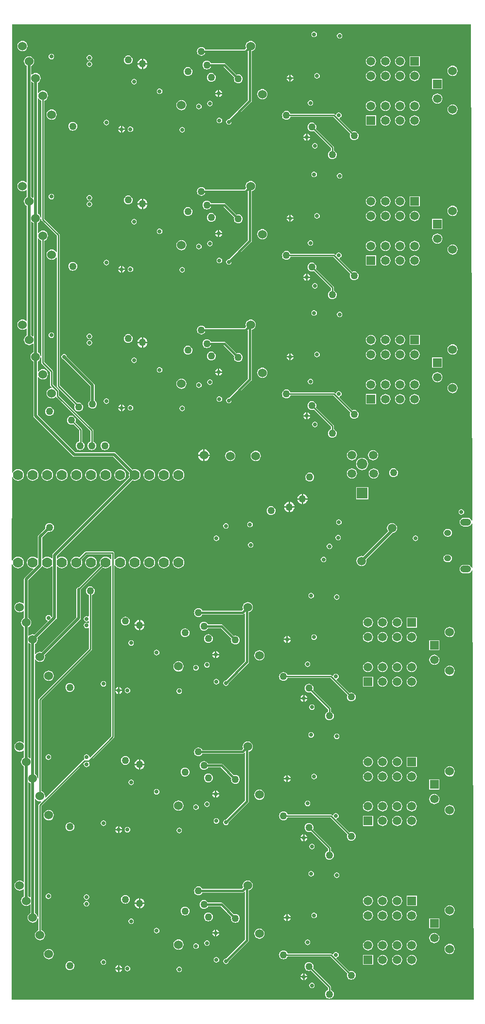
<source format=gbl>
G04 Layer_Physical_Order=4*
G04 Layer_Color=16711680*
%FSLAX43Y43*%
%MOMM*%
G71*
G01*
G75*
%ADD27C,0.254*%
%ADD28C,0.500*%
%ADD30C,0.381*%
%ADD33C,1.524*%
%ADD34C,1.500*%
%ADD35R,1.500X1.500*%
%ADD36C,1.778*%
%ADD37O,1.250X1.050*%
%ADD38O,1.900X1.225*%
%ADD39C,1.850*%
%ADD40R,1.850X1.850*%
%ADD41R,1.500X1.500*%
%ADD42C,0.700*%
%ADD43C,1.270*%
G36*
X100715Y115777D02*
X100588Y115752D01*
X100550Y115845D01*
X100431Y115999D01*
X100277Y116118D01*
X100098Y116192D01*
X99906Y116217D01*
X99230D01*
X99038Y116192D01*
X98859Y116118D01*
X98705Y115999D01*
X98586Y115845D01*
X98512Y115666D01*
X98487Y115474D01*
X98512Y115281D01*
X98586Y115102D01*
X98705Y114948D01*
X98859Y114829D01*
X99038Y114755D01*
X99230Y114730D01*
X99906D01*
X100098Y114755D01*
X100277Y114829D01*
X100431Y114948D01*
X100550Y115102D01*
X100590Y115199D01*
X100717Y115174D01*
X100740Y107543D01*
X100613Y107518D01*
X100550Y107670D01*
X100431Y107824D01*
X100277Y107943D01*
X100098Y108017D01*
X99906Y108042D01*
X99230D01*
X99038Y108017D01*
X98859Y107943D01*
X98705Y107824D01*
X98586Y107670D01*
X98512Y107491D01*
X98487Y107299D01*
X98512Y107106D01*
X98586Y106927D01*
X98705Y106773D01*
X98859Y106654D01*
X99038Y106580D01*
X99230Y106555D01*
X99906D01*
X100098Y106580D01*
X100277Y106654D01*
X100431Y106773D01*
X100550Y106927D01*
X100614Y107083D01*
X100715Y107082D01*
X100741Y107075D01*
X100965Y32416D01*
X100875Y32326D01*
X20574D01*
X20541Y32326D01*
X20447Y32365D01*
X20504Y108099D01*
X20631Y108124D01*
X20704Y107947D01*
X20867Y107735D01*
X21079Y107572D01*
X21325Y107470D01*
X21590Y107435D01*
X21855Y107470D01*
X22101Y107572D01*
X22313Y107735D01*
X22476Y107947D01*
X22578Y108193D01*
X22613Y108458D01*
X22578Y108723D01*
X22476Y108969D01*
X22313Y109181D01*
X22101Y109344D01*
X21855Y109446D01*
X21590Y109481D01*
X21325Y109446D01*
X21079Y109344D01*
X20867Y109181D01*
X20704Y108969D01*
X20631Y108793D01*
X20504Y108818D01*
X20515Y123311D01*
X20642Y123337D01*
X20704Y123187D01*
X20867Y122975D01*
X21079Y122812D01*
X21325Y122710D01*
X21590Y122675D01*
X21855Y122710D01*
X22101Y122812D01*
X22313Y122975D01*
X22476Y123187D01*
X22578Y123433D01*
X22613Y123698D01*
X22578Y123963D01*
X22476Y124209D01*
X22313Y124421D01*
X22101Y124584D01*
X21855Y124686D01*
X21590Y124721D01*
X21325Y124686D01*
X21079Y124584D01*
X20867Y124421D01*
X20704Y124209D01*
X20643Y124061D01*
X20516Y124086D01*
X20574Y202125D01*
X100457D01*
X100715Y115777D01*
D02*
G37*
%LPC*%
G36*
X82550Y91118D02*
X82322Y91087D01*
X82109Y90999D01*
X81926Y90859D01*
X81786Y90676D01*
X81698Y90463D01*
X81667Y90235D01*
X81698Y90007D01*
X81786Y89794D01*
X81926Y89611D01*
X82109Y89471D01*
X82322Y89383D01*
X82550Y89352D01*
X82778Y89383D01*
X82991Y89471D01*
X83174Y89611D01*
X83314Y89794D01*
X83402Y90007D01*
X83433Y90235D01*
X83402Y90463D01*
X83314Y90676D01*
X83174Y90859D01*
X82991Y90999D01*
X82778Y91087D01*
X82550Y91118D01*
D02*
G37*
G36*
X96774Y90495D02*
X96542Y90464D01*
X96327Y90375D01*
X96141Y90233D01*
X95999Y90047D01*
X95910Y89832D01*
X95879Y89600D01*
X95910Y89368D01*
X95999Y89153D01*
X96141Y88967D01*
X96327Y88825D01*
X96542Y88736D01*
X96774Y88705D01*
X97006Y88736D01*
X97221Y88825D01*
X97407Y88967D01*
X97549Y89153D01*
X97638Y89368D01*
X97669Y89600D01*
X97638Y89832D01*
X97549Y90047D01*
X97407Y90233D01*
X97221Y90375D01*
X97006Y90464D01*
X96774Y90495D01*
D02*
G37*
G36*
X56134Y88179D02*
X55949Y88142D01*
X55792Y88037D01*
X55687Y87880D01*
X55650Y87695D01*
X55687Y87510D01*
X55792Y87353D01*
X55949Y87248D01*
X56134Y87211D01*
X56319Y87248D01*
X56476Y87353D01*
X56581Y87510D01*
X56618Y87695D01*
X56581Y87880D01*
X56476Y88037D01*
X56319Y88142D01*
X56134Y88179D01*
D02*
G37*
G36*
X85090Y91118D02*
X84862Y91087D01*
X84649Y90999D01*
X84466Y90859D01*
X84326Y90676D01*
X84238Y90463D01*
X84207Y90235D01*
X84238Y90007D01*
X84326Y89794D01*
X84466Y89611D01*
X84649Y89471D01*
X84862Y89383D01*
X85090Y89352D01*
X85318Y89383D01*
X85531Y89471D01*
X85714Y89611D01*
X85854Y89794D01*
X85942Y90007D01*
X85973Y90235D01*
X85942Y90463D01*
X85854Y90676D01*
X85714Y90859D01*
X85531Y90999D01*
X85318Y91087D01*
X85090Y91118D01*
D02*
G37*
G36*
X49530Y91257D02*
X49298Y91226D01*
X49083Y91137D01*
X48897Y90995D01*
X48755Y90809D01*
X48666Y90594D01*
X48635Y90362D01*
X48666Y90130D01*
X48755Y89915D01*
X48897Y89729D01*
X49083Y89587D01*
X49298Y89498D01*
X49530Y89467D01*
X49762Y89498D01*
X49977Y89587D01*
X50163Y89729D01*
X50305Y89915D01*
X50394Y90130D01*
X50425Y90362D01*
X50394Y90594D01*
X50305Y90809D01*
X50163Y90995D01*
X49977Y91137D01*
X49762Y91226D01*
X49530Y91257D01*
D02*
G37*
G36*
X90170Y91118D02*
X89942Y91087D01*
X89729Y90999D01*
X89546Y90859D01*
X89406Y90676D01*
X89318Y90463D01*
X89287Y90235D01*
X89318Y90007D01*
X89406Y89794D01*
X89546Y89611D01*
X89729Y89471D01*
X89942Y89383D01*
X90170Y89352D01*
X90398Y89383D01*
X90611Y89471D01*
X90794Y89611D01*
X90934Y89794D01*
X91022Y90007D01*
X91053Y90235D01*
X91022Y90463D01*
X90934Y90676D01*
X90794Y90859D01*
X90611Y90999D01*
X90398Y91087D01*
X90170Y91118D01*
D02*
G37*
G36*
X87630D02*
X87402Y91087D01*
X87189Y90999D01*
X87006Y90859D01*
X86866Y90676D01*
X86778Y90463D01*
X86747Y90235D01*
X86778Y90007D01*
X86866Y89794D01*
X87006Y89611D01*
X87189Y89471D01*
X87402Y89383D01*
X87630Y89352D01*
X87858Y89383D01*
X88071Y89471D01*
X88254Y89611D01*
X88394Y89794D01*
X88482Y90007D01*
X88513Y90235D01*
X88482Y90463D01*
X88394Y90676D01*
X88254Y90859D01*
X88071Y90999D01*
X87858Y91087D01*
X87630Y91118D01*
D02*
G37*
G36*
X39243Y86762D02*
Y86298D01*
X39707D01*
X39685Y86407D01*
X39551Y86606D01*
X39352Y86740D01*
X39243Y86762D01*
D02*
G37*
G36*
X38989D02*
X38880Y86740D01*
X38681Y86606D01*
X38547Y86407D01*
X38525Y86298D01*
X38989D01*
Y86762D01*
D02*
G37*
G36*
X40640Y86655D02*
X40455Y86618D01*
X40298Y86513D01*
X40193Y86356D01*
X40156Y86171D01*
X40193Y85986D01*
X40298Y85829D01*
X40455Y85724D01*
X40640Y85687D01*
X40825Y85724D01*
X40982Y85829D01*
X41087Y85986D01*
X41124Y86171D01*
X41087Y86356D01*
X40982Y86513D01*
X40825Y86618D01*
X40640Y86655D01*
D02*
G37*
G36*
X85090Y88578D02*
X84862Y88547D01*
X84649Y88459D01*
X84466Y88319D01*
X84326Y88136D01*
X84238Y87923D01*
X84207Y87695D01*
X84238Y87467D01*
X84326Y87254D01*
X84466Y87071D01*
X84649Y86931D01*
X84862Y86843D01*
X85090Y86812D01*
X85318Y86843D01*
X85531Y86931D01*
X85714Y87071D01*
X85854Y87254D01*
X85942Y87467D01*
X85973Y87695D01*
X85942Y87923D01*
X85854Y88136D01*
X85714Y88319D01*
X85531Y88459D01*
X85318Y88547D01*
X85090Y88578D01*
D02*
G37*
G36*
X83425Y88570D02*
X81675D01*
Y86820D01*
X83425D01*
Y88570D01*
D02*
G37*
G36*
X90170Y88578D02*
X89942Y88547D01*
X89729Y88459D01*
X89546Y88319D01*
X89406Y88136D01*
X89318Y87923D01*
X89287Y87695D01*
X89318Y87467D01*
X89406Y87254D01*
X89546Y87071D01*
X89729Y86931D01*
X89942Y86843D01*
X90170Y86812D01*
X90398Y86843D01*
X90611Y86931D01*
X90794Y87071D01*
X90934Y87254D01*
X91022Y87467D01*
X91053Y87695D01*
X91022Y87923D01*
X90934Y88136D01*
X90794Y88319D01*
X90611Y88459D01*
X90398Y88547D01*
X90170Y88578D01*
D02*
G37*
G36*
X87630D02*
X87402Y88547D01*
X87189Y88459D01*
X87006Y88319D01*
X86866Y88136D01*
X86778Y87923D01*
X86747Y87695D01*
X86778Y87467D01*
X86866Y87254D01*
X87006Y87071D01*
X87189Y86931D01*
X87402Y86843D01*
X87630Y86812D01*
X87858Y86843D01*
X88071Y86931D01*
X88254Y87071D01*
X88394Y87254D01*
X88482Y87467D01*
X88513Y87695D01*
X88482Y87923D01*
X88394Y88136D01*
X88254Y88319D01*
X88071Y88459D01*
X87858Y88547D01*
X87630Y88578D01*
D02*
G37*
G36*
X56134Y92985D02*
Y92521D01*
X56598D01*
X56576Y92630D01*
X56442Y92829D01*
X56243Y92963D01*
X56134Y92985D01*
D02*
G37*
G36*
X55880D02*
X55771Y92963D01*
X55572Y92829D01*
X55438Y92630D01*
X55416Y92521D01*
X55880D01*
Y92985D01*
D02*
G37*
G36*
X45720Y93259D02*
X45535Y93222D01*
X45378Y93117D01*
X45273Y92960D01*
X45236Y92775D01*
X45273Y92590D01*
X45378Y92433D01*
X45535Y92328D01*
X45720Y92291D01*
X45905Y92328D01*
X46062Y92433D01*
X46167Y92590D01*
X46204Y92775D01*
X46167Y92960D01*
X46062Y93117D01*
X45905Y93222D01*
X45720Y93259D01*
D02*
G37*
G36*
X94982Y94920D02*
X93232D01*
Y93170D01*
X94982D01*
Y94920D01*
D02*
G37*
G36*
X54737Y95955D02*
X54539Y95928D01*
X54354Y95852D01*
X54195Y95730D01*
X54073Y95571D01*
X53997Y95386D01*
X53970Y95188D01*
X53997Y94990D01*
X54073Y94805D01*
X54195Y94646D01*
X54354Y94524D01*
X54539Y94448D01*
X54737Y94421D01*
X54935Y94448D01*
X55120Y94524D01*
X55279Y94646D01*
X55401Y94805D01*
X55477Y94990D01*
X55504Y95188D01*
X55477Y95386D01*
X55401Y95571D01*
X55279Y95730D01*
X55120Y95852D01*
X54935Y95928D01*
X54737Y95955D01*
D02*
G37*
G36*
X53975Y98114D02*
X53777Y98087D01*
X53592Y98011D01*
X53433Y97889D01*
X53311Y97730D01*
X53235Y97545D01*
X53208Y97347D01*
X53235Y97149D01*
X53311Y96964D01*
X53433Y96805D01*
X53592Y96683D01*
X53777Y96607D01*
X53975Y96580D01*
X54173Y96607D01*
X54358Y96683D01*
X54517Y96805D01*
X54639Y96964D01*
X54664Y97025D01*
X56890D01*
X58721Y95194D01*
X58696Y95132D01*
X58669Y94934D01*
X58696Y94736D01*
X58772Y94551D01*
X58894Y94392D01*
X59053Y94270D01*
X59238Y94194D01*
X59436Y94167D01*
X59634Y94194D01*
X59819Y94270D01*
X59978Y94392D01*
X60100Y94551D01*
X60176Y94736D01*
X60203Y94934D01*
X60176Y95132D01*
X60100Y95317D01*
X59978Y95476D01*
X59819Y95598D01*
X59634Y95674D01*
X59436Y95701D01*
X59238Y95674D01*
X59176Y95649D01*
X57250Y97574D01*
X57146Y97644D01*
X57023Y97669D01*
X54664D01*
X54639Y97730D01*
X54517Y97889D01*
X54358Y98011D01*
X54173Y98087D01*
X53975Y98114D01*
D02*
G37*
G36*
X41275Y94910D02*
X41090Y94873D01*
X40933Y94768D01*
X40828Y94611D01*
X40791Y94426D01*
X40828Y94241D01*
X40933Y94084D01*
X41090Y93979D01*
X41275Y93942D01*
X41460Y93979D01*
X41617Y94084D01*
X41722Y94241D01*
X41759Y94426D01*
X41722Y94611D01*
X41617Y94768D01*
X41460Y94873D01*
X41275Y94910D01*
D02*
G37*
G36*
X72009Y91227D02*
X71824Y91190D01*
X71667Y91085D01*
X71562Y90928D01*
X71525Y90743D01*
X71562Y90558D01*
X71667Y90401D01*
X71824Y90296D01*
X72009Y90259D01*
X72194Y90296D01*
X72351Y90401D01*
X72456Y90558D01*
X72493Y90743D01*
X72456Y90928D01*
X72351Y91085D01*
X72194Y91190D01*
X72009Y91227D01*
D02*
G37*
G36*
X54483Y91100D02*
X54298Y91063D01*
X54141Y90958D01*
X54036Y90801D01*
X53999Y90616D01*
X54036Y90431D01*
X54141Y90274D01*
X54298Y90169D01*
X54483Y90132D01*
X54668Y90169D01*
X54825Y90274D01*
X54930Y90431D01*
X54967Y90616D01*
X54930Y90801D01*
X54825Y90958D01*
X54668Y91063D01*
X54483Y91100D01*
D02*
G37*
G36*
X52578Y90592D02*
X52393Y90555D01*
X52236Y90450D01*
X52131Y90293D01*
X52094Y90108D01*
X52131Y89923D01*
X52236Y89766D01*
X52393Y89661D01*
X52578Y89624D01*
X52763Y89661D01*
X52920Y89766D01*
X53025Y89923D01*
X53062Y90108D01*
X53025Y90293D01*
X52920Y90450D01*
X52763Y90555D01*
X52578Y90592D01*
D02*
G37*
G36*
X94107Y92388D02*
X93879Y92357D01*
X93666Y92269D01*
X93483Y92129D01*
X93343Y91946D01*
X93255Y91733D01*
X93224Y91505D01*
X93255Y91277D01*
X93343Y91064D01*
X93483Y90881D01*
X93666Y90741D01*
X93879Y90653D01*
X94107Y90622D01*
X94335Y90653D01*
X94548Y90741D01*
X94731Y90881D01*
X94871Y91064D01*
X94959Y91277D01*
X94990Y91505D01*
X94959Y91733D01*
X94871Y91946D01*
X94731Y92129D01*
X94548Y92269D01*
X94335Y92357D01*
X94107Y92388D01*
D02*
G37*
G36*
X56598Y92267D02*
X56134D01*
Y91803D01*
X56243Y91825D01*
X56442Y91959D01*
X56576Y92158D01*
X56598Y92267D01*
D02*
G37*
G36*
X55880D02*
X55416D01*
X55438Y92158D01*
X55572Y91959D01*
X55771Y91825D01*
X55880Y91803D01*
Y92267D01*
D02*
G37*
G36*
X63627Y93162D02*
X63395Y93131D01*
X63180Y93042D01*
X62994Y92900D01*
X62852Y92714D01*
X62763Y92499D01*
X62732Y92267D01*
X62763Y92035D01*
X62852Y91820D01*
X62994Y91634D01*
X63180Y91492D01*
X63395Y91403D01*
X63627Y91372D01*
X63859Y91403D01*
X64074Y91492D01*
X64260Y91634D01*
X64402Y91820D01*
X64491Y92035D01*
X64522Y92267D01*
X64491Y92499D01*
X64402Y92714D01*
X64260Y92900D01*
X64074Y93042D01*
X63859Y93131D01*
X63627Y93162D01*
D02*
G37*
G36*
X85090Y74608D02*
X84862Y74577D01*
X84649Y74489D01*
X84466Y74349D01*
X84326Y74166D01*
X84238Y73953D01*
X84207Y73725D01*
X84238Y73497D01*
X84326Y73284D01*
X84466Y73101D01*
X84649Y72961D01*
X84862Y72873D01*
X85090Y72842D01*
X85318Y72873D01*
X85531Y72961D01*
X85714Y73101D01*
X85854Y73284D01*
X85942Y73497D01*
X85973Y73725D01*
X85942Y73953D01*
X85854Y74166D01*
X85714Y74349D01*
X85531Y74489D01*
X85318Y74577D01*
X85090Y74608D01*
D02*
G37*
G36*
X82550D02*
X82322Y74577D01*
X82109Y74489D01*
X81926Y74349D01*
X81786Y74166D01*
X81698Y73953D01*
X81667Y73725D01*
X81698Y73497D01*
X81786Y73284D01*
X81926Y73101D01*
X82109Y72961D01*
X82322Y72873D01*
X82550Y72842D01*
X82778Y72873D01*
X82991Y72961D01*
X83174Y73101D01*
X83314Y73284D01*
X83402Y73497D01*
X83433Y73725D01*
X83402Y73953D01*
X83314Y74166D01*
X83174Y74349D01*
X82991Y74489D01*
X82778Y74577D01*
X82550Y74608D01*
D02*
G37*
G36*
X43617Y73155D02*
X42864D01*
Y72402D01*
X42969Y72416D01*
X43185Y72505D01*
X43371Y72648D01*
X43514Y72834D01*
X43603Y73050D01*
X43617Y73155D01*
D02*
G37*
G36*
X87630Y74608D02*
X87402Y74577D01*
X87189Y74489D01*
X87006Y74349D01*
X86866Y74166D01*
X86778Y73953D01*
X86747Y73725D01*
X86778Y73497D01*
X86866Y73284D01*
X87006Y73101D01*
X87189Y72961D01*
X87402Y72873D01*
X87630Y72842D01*
X87858Y72873D01*
X88071Y72961D01*
X88254Y73101D01*
X88394Y73284D01*
X88482Y73497D01*
X88513Y73725D01*
X88482Y73953D01*
X88394Y74166D01*
X88254Y74349D01*
X88071Y74489D01*
X87858Y74577D01*
X87630Y74608D01*
D02*
G37*
G36*
X42610Y74162D02*
X42505Y74148D01*
X42289Y74059D01*
X42103Y73916D01*
X41960Y73730D01*
X41871Y73514D01*
X41857Y73409D01*
X42610D01*
Y74162D01*
D02*
G37*
G36*
X40275Y74746D02*
X40077Y74719D01*
X39892Y74643D01*
X39733Y74521D01*
X39611Y74362D01*
X39535Y74177D01*
X39508Y73979D01*
X39535Y73781D01*
X39611Y73596D01*
X39733Y73437D01*
X39892Y73315D01*
X40077Y73239D01*
X40275Y73212D01*
X40473Y73239D01*
X40658Y73315D01*
X40817Y73437D01*
X40939Y73596D01*
X41015Y73781D01*
X41042Y73979D01*
X41015Y74177D01*
X40939Y74362D01*
X40817Y74521D01*
X40658Y74643D01*
X40473Y74719D01*
X40275Y74746D01*
D02*
G37*
G36*
X91045Y74600D02*
X89295D01*
Y72850D01*
X91045D01*
Y74600D01*
D02*
G37*
G36*
X68326Y71395D02*
X68217Y71373D01*
X68018Y71239D01*
X67884Y71040D01*
X67862Y70931D01*
X68326D01*
Y71395D01*
D02*
G37*
G36*
X73152Y71669D02*
X72967Y71632D01*
X72810Y71527D01*
X72705Y71370D01*
X72668Y71185D01*
X72705Y71000D01*
X72810Y70843D01*
X72967Y70738D01*
X73152Y70701D01*
X73337Y70738D01*
X73494Y70843D01*
X73599Y71000D01*
X73636Y71185D01*
X73599Y71370D01*
X73494Y71527D01*
X73337Y71632D01*
X73152Y71669D01*
D02*
G37*
G36*
X90170Y72068D02*
X89942Y72037D01*
X89729Y71949D01*
X89546Y71809D01*
X89406Y71626D01*
X89318Y71413D01*
X89287Y71185D01*
X89318Y70957D01*
X89406Y70744D01*
X89546Y70561D01*
X89729Y70421D01*
X89942Y70333D01*
X90170Y70302D01*
X90398Y70333D01*
X90611Y70421D01*
X90794Y70561D01*
X90934Y70744D01*
X91022Y70957D01*
X91053Y71185D01*
X91022Y71413D01*
X90934Y71626D01*
X90794Y71809D01*
X90611Y71949D01*
X90398Y72037D01*
X90170Y72068D01*
D02*
G37*
G36*
X68580Y71395D02*
Y70931D01*
X69044D01*
X69022Y71040D01*
X68888Y71239D01*
X68689Y71373D01*
X68580Y71395D01*
D02*
G37*
G36*
X42610Y73155D02*
X41857D01*
X41871Y73050D01*
X41960Y72834D01*
X42103Y72648D01*
X42289Y72505D01*
X42505Y72416D01*
X42610Y72402D01*
Y73155D01*
D02*
G37*
G36*
X50673Y72714D02*
X50475Y72687D01*
X50290Y72611D01*
X50131Y72489D01*
X50009Y72330D01*
X49933Y72145D01*
X49906Y71947D01*
X49933Y71749D01*
X50009Y71564D01*
X50131Y71405D01*
X50290Y71283D01*
X50475Y71207D01*
X50673Y71180D01*
X50871Y71207D01*
X51056Y71283D01*
X51215Y71405D01*
X51337Y71564D01*
X51413Y71749D01*
X51440Y71947D01*
X51413Y72145D01*
X51337Y72330D01*
X51215Y72489D01*
X51056Y72611D01*
X50871Y72687D01*
X50673Y72714D01*
D02*
G37*
G36*
X96774Y72969D02*
X96542Y72938D01*
X96327Y72849D01*
X96141Y72707D01*
X95999Y72521D01*
X95910Y72306D01*
X95879Y72074D01*
X95910Y71842D01*
X95999Y71627D01*
X96141Y71441D01*
X96327Y71299D01*
X96542Y71210D01*
X96774Y71179D01*
X97006Y71210D01*
X97221Y71299D01*
X97407Y71441D01*
X97549Y71627D01*
X97638Y71842D01*
X97669Y72074D01*
X97638Y72306D01*
X97549Y72521D01*
X97407Y72707D01*
X97221Y72849D01*
X97006Y72938D01*
X96774Y72969D01*
D02*
G37*
G36*
X71247Y85365D02*
X71138Y85343D01*
X70939Y85209D01*
X70805Y85010D01*
X70783Y84901D01*
X71247D01*
Y85365D01*
D02*
G37*
G36*
X67818Y89351D02*
X67620Y89324D01*
X67435Y89248D01*
X67276Y89126D01*
X67154Y88967D01*
X67078Y88782D01*
X67051Y88584D01*
X67078Y88386D01*
X67154Y88201D01*
X67276Y88042D01*
X67435Y87920D01*
X67620Y87844D01*
X67818Y87817D01*
X68016Y87844D01*
X68201Y87920D01*
X68360Y88042D01*
X68482Y88201D01*
X68534Y88327D01*
X75967D01*
X78941Y85353D01*
X78889Y85226D01*
X78862Y85028D01*
X78889Y84830D01*
X78965Y84645D01*
X79087Y84486D01*
X79246Y84364D01*
X79431Y84288D01*
X79629Y84261D01*
X79827Y84288D01*
X80012Y84364D01*
X80171Y84486D01*
X80293Y84645D01*
X80369Y84830D01*
X80396Y85028D01*
X80369Y85226D01*
X80293Y85411D01*
X80171Y85570D01*
X80012Y85692D01*
X79827Y85768D01*
X79629Y85795D01*
X79431Y85768D01*
X79304Y85716D01*
X77036Y87985D01*
X77077Y88123D01*
X77147Y88137D01*
X77304Y88242D01*
X77409Y88399D01*
X77446Y88584D01*
X77409Y88769D01*
X77304Y88926D01*
X77147Y89031D01*
X76962Y89068D01*
X76777Y89031D01*
X76620Y88926D01*
X76515Y88769D01*
X76501Y88699D01*
X76363Y88658D01*
X76255Y88766D01*
X76171Y88821D01*
X76073Y88841D01*
X68534D01*
X68482Y88967D01*
X68360Y89126D01*
X68201Y89248D01*
X68016Y89324D01*
X67818Y89351D01*
D02*
G37*
G36*
X71965Y84647D02*
X71501D01*
Y84183D01*
X71610Y84205D01*
X71809Y84339D01*
X71943Y84538D01*
X71965Y84647D01*
D02*
G37*
G36*
X71501Y85365D02*
Y84901D01*
X71965D01*
X71943Y85010D01*
X71809Y85209D01*
X71610Y85343D01*
X71501Y85365D01*
D02*
G37*
G36*
X39707Y86044D02*
X39243D01*
Y85580D01*
X39352Y85602D01*
X39551Y85736D01*
X39685Y85935D01*
X39707Y86044D01*
D02*
G37*
G36*
X38989D02*
X38525D01*
X38547Y85935D01*
X38681Y85736D01*
X38880Y85602D01*
X38989Y85580D01*
Y86044D01*
D02*
G37*
G36*
X49657Y86528D02*
X49472Y86491D01*
X49315Y86386D01*
X49210Y86229D01*
X49173Y86044D01*
X49210Y85859D01*
X49315Y85702D01*
X49472Y85597D01*
X49657Y85560D01*
X49842Y85597D01*
X49999Y85702D01*
X50104Y85859D01*
X50141Y86044D01*
X50104Y86229D01*
X49999Y86386D01*
X49842Y86491D01*
X49657Y86528D01*
D02*
G37*
G36*
X77089Y78654D02*
X76904Y78617D01*
X76747Y78512D01*
X76642Y78355D01*
X76605Y78170D01*
X76642Y77985D01*
X76747Y77828D01*
X76904Y77723D01*
X77089Y77686D01*
X77274Y77723D01*
X77431Y77828D01*
X77536Y77985D01*
X77573Y78170D01*
X77536Y78355D01*
X77431Y78512D01*
X77274Y78617D01*
X77089Y78654D01*
D02*
G37*
G36*
X61595Y77287D02*
X61363Y77256D01*
X61148Y77167D01*
X60962Y77025D01*
X60820Y76839D01*
X60731Y76624D01*
X60700Y76392D01*
X60731Y76160D01*
X60783Y76035D01*
X60531Y75783D01*
X53690D01*
X53665Y75844D01*
X53543Y76003D01*
X53384Y76125D01*
X53199Y76201D01*
X53001Y76228D01*
X52803Y76201D01*
X52618Y76125D01*
X52459Y76003D01*
X52337Y75844D01*
X52261Y75659D01*
X52234Y75461D01*
X52261Y75263D01*
X52337Y75078D01*
X52459Y74919D01*
X52618Y74797D01*
X52803Y74721D01*
X53001Y74694D01*
X53199Y74721D01*
X53384Y74797D01*
X53543Y74919D01*
X53665Y75078D01*
X53690Y75139D01*
X60664D01*
X60787Y75164D01*
X60891Y75234D01*
X61029Y75371D01*
X61146Y75322D01*
Y67000D01*
X57810Y63663D01*
X57785Y63668D01*
X57600Y63631D01*
X57443Y63526D01*
X57338Y63369D01*
X57301Y63184D01*
X57338Y62999D01*
X57443Y62842D01*
X57600Y62737D01*
X57785Y62700D01*
X57970Y62737D01*
X58127Y62842D01*
X58232Y62999D01*
X58269Y63184D01*
X58264Y63209D01*
X61695Y66640D01*
X61765Y66744D01*
X61790Y66867D01*
Y75523D01*
X61827Y75528D01*
X62042Y75617D01*
X62228Y75759D01*
X62370Y75945D01*
X62459Y76160D01*
X62490Y76392D01*
X62459Y76624D01*
X62370Y76839D01*
X62228Y77025D01*
X62042Y77167D01*
X61827Y77256D01*
X61595Y77287D01*
D02*
G37*
G36*
X42864Y74162D02*
Y73409D01*
X43617D01*
X43603Y73514D01*
X43514Y73730D01*
X43371Y73916D01*
X43185Y74059D01*
X42969Y74148D01*
X42864Y74162D01*
D02*
G37*
G36*
X72644Y78908D02*
X72459Y78871D01*
X72302Y78766D01*
X72197Y78609D01*
X72160Y78424D01*
X72197Y78239D01*
X72302Y78082D01*
X72459Y77977D01*
X72644Y77940D01*
X72829Y77977D01*
X72986Y78082D01*
X73091Y78239D01*
X73128Y78424D01*
X73091Y78609D01*
X72986Y78766D01*
X72829Y78871D01*
X72644Y78908D01*
D02*
G37*
G36*
X71247Y84647D02*
X70783D01*
X70805Y84538D01*
X70939Y84339D01*
X71138Y84205D01*
X71247Y84183D01*
Y84647D01*
D02*
G37*
G36*
X72771Y83734D02*
X72586Y83697D01*
X72429Y83592D01*
X72324Y83435D01*
X72287Y83250D01*
X72324Y83065D01*
X72429Y82908D01*
X72586Y82803D01*
X72771Y82766D01*
X72956Y82803D01*
X73113Y82908D01*
X73218Y83065D01*
X73255Y83250D01*
X73218Y83435D01*
X73113Y83592D01*
X72956Y83697D01*
X72771Y83734D01*
D02*
G37*
G36*
X72263Y87319D02*
X72065Y87292D01*
X71880Y87216D01*
X71721Y87094D01*
X71599Y86935D01*
X71523Y86750D01*
X71496Y86552D01*
X71523Y86354D01*
X71599Y86169D01*
X71721Y86010D01*
X71880Y85888D01*
X72065Y85812D01*
X72263Y85785D01*
X72461Y85812D01*
X72588Y85864D01*
X75562Y82890D01*
Y82442D01*
X75436Y82390D01*
X75277Y82268D01*
X75155Y82109D01*
X75079Y81924D01*
X75052Y81726D01*
X75079Y81528D01*
X75155Y81343D01*
X75277Y81184D01*
X75436Y81062D01*
X75621Y80986D01*
X75819Y80959D01*
X76017Y80986D01*
X76202Y81062D01*
X76361Y81184D01*
X76483Y81343D01*
X76559Y81528D01*
X76586Y81726D01*
X76559Y81924D01*
X76483Y82109D01*
X76361Y82268D01*
X76202Y82390D01*
X76076Y82442D01*
Y82996D01*
X76056Y83094D01*
X76001Y83178D01*
X72951Y86227D01*
X73003Y86354D01*
X73030Y86552D01*
X73003Y86750D01*
X72927Y86935D01*
X72805Y87094D01*
X72646Y87216D01*
X72461Y87292D01*
X72263Y87319D01*
D02*
G37*
G36*
X57785Y115292D02*
X57600Y115255D01*
X57443Y115150D01*
X57338Y114993D01*
X57301Y114808D01*
X57338Y114623D01*
X57443Y114466D01*
X57600Y114361D01*
X57785Y114324D01*
X57970Y114361D01*
X58127Y114466D01*
X58232Y114623D01*
X58269Y114808D01*
X58232Y114993D01*
X58127Y115150D01*
X57970Y115255D01*
X57785Y115292D01*
D02*
G37*
G36*
X96543Y114267D02*
X96343D01*
X96173Y114244D01*
X96015Y114179D01*
X95879Y114075D01*
X95775Y113939D01*
X95710Y113781D01*
X95687Y113611D01*
X95710Y113441D01*
X95775Y113283D01*
X95879Y113147D01*
X96015Y113043D01*
X96173Y112978D01*
X96343Y112955D01*
X96543D01*
X96713Y112978D01*
X96871Y113043D01*
X97007Y113147D01*
X97111Y113283D01*
X97176Y113441D01*
X97199Y113611D01*
X97176Y113781D01*
X97111Y113939D01*
X97007Y114075D01*
X96871Y114179D01*
X96713Y114244D01*
X96543Y114267D01*
D02*
G37*
G36*
X77343Y113260D02*
X77158Y113223D01*
X77001Y113118D01*
X76896Y112961D01*
X76859Y112776D01*
X76896Y112591D01*
X77001Y112434D01*
X77158Y112329D01*
X77343Y112292D01*
X77528Y112329D01*
X77685Y112434D01*
X77790Y112591D01*
X77827Y112776D01*
X77790Y112961D01*
X77685Y113118D01*
X77528Y113223D01*
X77343Y113260D01*
D02*
G37*
G36*
X61976Y115546D02*
X61791Y115509D01*
X61634Y115404D01*
X61529Y115247D01*
X61492Y115062D01*
X61529Y114877D01*
X61634Y114720D01*
X61791Y114615D01*
X61976Y114578D01*
X62161Y114615D01*
X62318Y114720D01*
X62423Y114877D01*
X62460Y115062D01*
X62423Y115247D01*
X62318Y115404D01*
X62161Y115509D01*
X61976Y115546D01*
D02*
G37*
G36*
X98806Y117705D02*
X98621Y117668D01*
X98464Y117563D01*
X98359Y117406D01*
X98322Y117221D01*
X98359Y117036D01*
X98464Y116879D01*
X98621Y116774D01*
X98806Y116737D01*
X98991Y116774D01*
X99148Y116879D01*
X99253Y117036D01*
X99290Y117221D01*
X99253Y117406D01*
X99148Y117563D01*
X98991Y117668D01*
X98806Y117705D01*
D02*
G37*
G36*
X65659Y118242D02*
X65461Y118215D01*
X65276Y118139D01*
X65117Y118017D01*
X64995Y117858D01*
X64919Y117673D01*
X64892Y117475D01*
X64919Y117277D01*
X64995Y117092D01*
X65117Y116933D01*
X65276Y116811D01*
X65461Y116735D01*
X65659Y116708D01*
X65857Y116735D01*
X66042Y116811D01*
X66201Y116933D01*
X66323Y117092D01*
X66399Y117277D01*
X66426Y117475D01*
X66399Y117673D01*
X66323Y117858D01*
X66201Y118017D01*
X66042Y118139D01*
X65857Y118215D01*
X65659Y118242D01*
D02*
G37*
G36*
X77470Y115927D02*
X77285Y115890D01*
X77128Y115785D01*
X77023Y115628D01*
X76986Y115443D01*
X77023Y115258D01*
X77128Y115101D01*
X77285Y114996D01*
X77470Y114959D01*
X77655Y114996D01*
X77812Y115101D01*
X77917Y115258D01*
X77954Y115443D01*
X77917Y115628D01*
X77812Y115785D01*
X77655Y115890D01*
X77470Y115927D01*
D02*
G37*
G36*
X86741Y115310D02*
X86513Y115279D01*
X86300Y115191D01*
X86117Y115051D01*
X85977Y114868D01*
X85889Y114655D01*
X85858Y114427D01*
X85889Y114199D01*
X85977Y113986D01*
X86048Y113893D01*
X81694Y109540D01*
X81635Y109564D01*
X81407Y109595D01*
X81179Y109564D01*
X80966Y109476D01*
X80783Y109336D01*
X80643Y109153D01*
X80555Y108940D01*
X80524Y108712D01*
X80555Y108484D01*
X80643Y108271D01*
X80783Y108088D01*
X80966Y107948D01*
X81179Y107860D01*
X81407Y107829D01*
X81635Y107860D01*
X81848Y107948D01*
X82031Y108088D01*
X82171Y108271D01*
X82259Y108484D01*
X82290Y108712D01*
X82259Y108940D01*
X82235Y108999D01*
X86786Y113550D01*
X86969Y113575D01*
X87182Y113663D01*
X87365Y113803D01*
X87505Y113986D01*
X87593Y114199D01*
X87624Y114427D01*
X87593Y114655D01*
X87505Y114868D01*
X87365Y115051D01*
X87182Y115191D01*
X86969Y115279D01*
X86741Y115310D01*
D02*
G37*
G36*
X96543Y109817D02*
X96343D01*
X96173Y109794D01*
X96015Y109729D01*
X95879Y109625D01*
X95775Y109489D01*
X95710Y109331D01*
X95687Y109161D01*
X95710Y108991D01*
X95775Y108833D01*
X95879Y108697D01*
X96015Y108593D01*
X96173Y108528D01*
X96343Y108505D01*
X96543D01*
X96713Y108528D01*
X96871Y108593D01*
X97007Y108697D01*
X97111Y108833D01*
X97176Y108991D01*
X97199Y109161D01*
X97176Y109331D01*
X97111Y109489D01*
X97007Y109625D01*
X96871Y109729D01*
X96713Y109794D01*
X96543Y109817D01*
D02*
G37*
G36*
X74803Y109450D02*
X74618Y109413D01*
X74461Y109308D01*
X74356Y109151D01*
X74319Y108966D01*
X74356Y108781D01*
X74461Y108624D01*
X74618Y108519D01*
X74803Y108482D01*
X74988Y108519D01*
X75145Y108624D01*
X75250Y108781D01*
X75287Y108966D01*
X75250Y109151D01*
X75145Y109308D01*
X74988Y109413D01*
X74803Y109450D01*
D02*
G37*
G36*
X75822Y111739D02*
X75637Y111702D01*
X75480Y111597D01*
X75375Y111440D01*
X75338Y111255D01*
X75375Y111070D01*
X75480Y110913D01*
X75637Y110808D01*
X75822Y110771D01*
X76007Y110808D01*
X76164Y110913D01*
X76269Y111070D01*
X76306Y111255D01*
X76269Y111440D01*
X76164Y111597D01*
X76007Y111702D01*
X75822Y111739D01*
D02*
G37*
G36*
X90805Y113133D02*
X90620Y113096D01*
X90463Y112991D01*
X90358Y112834D01*
X90321Y112649D01*
X90358Y112464D01*
X90463Y112307D01*
X90620Y112202D01*
X90805Y112165D01*
X90990Y112202D01*
X91147Y112307D01*
X91252Y112464D01*
X91289Y112649D01*
X91252Y112834D01*
X91147Y112991D01*
X90990Y113096D01*
X90805Y113133D01*
D02*
G37*
G36*
X56134D02*
X55949Y113096D01*
X55792Y112991D01*
X55687Y112834D01*
X55650Y112649D01*
X55687Y112464D01*
X55792Y112307D01*
X55949Y112202D01*
X56134Y112165D01*
X56319Y112202D01*
X56476Y112307D01*
X56581Y112464D01*
X56618Y112649D01*
X56581Y112834D01*
X56476Y112991D01*
X56319Y113096D01*
X56134Y113133D01*
D02*
G37*
G36*
X62103Y111990D02*
X61918Y111953D01*
X61761Y111848D01*
X61656Y111691D01*
X61619Y111506D01*
X61656Y111321D01*
X61761Y111164D01*
X61918Y111059D01*
X62103Y111022D01*
X62288Y111059D01*
X62445Y111164D01*
X62550Y111321D01*
X62587Y111506D01*
X62550Y111691D01*
X62445Y111848D01*
X62288Y111953D01*
X62103Y111990D01*
D02*
G37*
G36*
X72390Y124084D02*
X72192Y124057D01*
X72007Y123981D01*
X71848Y123859D01*
X71726Y123700D01*
X71650Y123515D01*
X71623Y123317D01*
X71650Y123119D01*
X71726Y122934D01*
X71848Y122775D01*
X72007Y122653D01*
X72192Y122577D01*
X72390Y122550D01*
X72588Y122577D01*
X72773Y122653D01*
X72932Y122775D01*
X73054Y122934D01*
X73130Y123119D01*
X73157Y123317D01*
X73130Y123515D01*
X73054Y123700D01*
X72932Y123859D01*
X72773Y123981D01*
X72588Y124057D01*
X72390Y124084D01*
D02*
G37*
G36*
X71247Y120387D02*
Y119634D01*
X72000D01*
X71986Y119739D01*
X71897Y119955D01*
X71754Y120141D01*
X71568Y120284D01*
X71352Y120373D01*
X71247Y120387D01*
D02*
G37*
G36*
X70993D02*
X70888Y120373D01*
X70672Y120284D01*
X70486Y120141D01*
X70343Y119955D01*
X70254Y119739D01*
X70240Y119634D01*
X70993D01*
Y120387D01*
D02*
G37*
G36*
X73152Y200890D02*
X72967Y200853D01*
X72810Y200748D01*
X72705Y200591D01*
X72668Y200406D01*
X72705Y200221D01*
X72810Y200064D01*
X72967Y199959D01*
X73152Y199922D01*
X73337Y199959D01*
X73494Y200064D01*
X73599Y200221D01*
X73636Y200406D01*
X73599Y200591D01*
X73494Y200748D01*
X73337Y200853D01*
X73152Y200890D01*
D02*
G37*
G36*
X29210Y124721D02*
X28945Y124686D01*
X28699Y124584D01*
X28487Y124421D01*
X28324Y124209D01*
X28222Y123963D01*
X28187Y123698D01*
X28222Y123433D01*
X28324Y123187D01*
X28487Y122975D01*
X28699Y122812D01*
X28945Y122710D01*
X29210Y122675D01*
X29475Y122710D01*
X29721Y122812D01*
X29933Y122975D01*
X30096Y123187D01*
X30198Y123433D01*
X30233Y123698D01*
X30198Y123963D01*
X30096Y124209D01*
X29933Y124421D01*
X29721Y124584D01*
X29475Y124686D01*
X29210Y124721D01*
D02*
G37*
G36*
X26670D02*
X26405Y124686D01*
X26159Y124584D01*
X25947Y124421D01*
X25784Y124209D01*
X25682Y123963D01*
X25647Y123698D01*
X25682Y123433D01*
X25784Y123187D01*
X25947Y122975D01*
X26159Y122812D01*
X26405Y122710D01*
X26670Y122675D01*
X26935Y122710D01*
X27181Y122812D01*
X27393Y122975D01*
X27556Y123187D01*
X27658Y123433D01*
X27693Y123698D01*
X27658Y123963D01*
X27556Y124209D01*
X27393Y124421D01*
X27181Y124584D01*
X26935Y124686D01*
X26670Y124721D01*
D02*
G37*
G36*
X24130D02*
X23865Y124686D01*
X23619Y124584D01*
X23407Y124421D01*
X23244Y124209D01*
X23142Y123963D01*
X23107Y123698D01*
X23142Y123433D01*
X23244Y123187D01*
X23407Y122975D01*
X23619Y122812D01*
X23865Y122710D01*
X24130Y122675D01*
X24395Y122710D01*
X24641Y122812D01*
X24853Y122975D01*
X25016Y123187D01*
X25118Y123433D01*
X25153Y123698D01*
X25118Y123963D01*
X25016Y124209D01*
X24853Y124421D01*
X24641Y124584D01*
X24395Y124686D01*
X24130Y124721D01*
D02*
G37*
G36*
X68707Y118990D02*
X68602Y118976D01*
X68386Y118887D01*
X68200Y118744D01*
X68057Y118558D01*
X67968Y118342D01*
X67954Y118237D01*
X68707D01*
Y118990D01*
D02*
G37*
G36*
X69714Y117983D02*
X68961D01*
Y117230D01*
X69066Y117244D01*
X69282Y117333D01*
X69468Y117476D01*
X69611Y117662D01*
X69700Y117878D01*
X69714Y117983D01*
D02*
G37*
G36*
X68707D02*
X67954D01*
X67968Y117878D01*
X68057Y117662D01*
X68200Y117476D01*
X68386Y117333D01*
X68602Y117244D01*
X68707Y117230D01*
Y117983D01*
D02*
G37*
G36*
X68961Y118990D02*
Y118237D01*
X69714D01*
X69700Y118342D01*
X69611Y118558D01*
X69468Y118744D01*
X69282Y118887D01*
X69066Y118976D01*
X68961Y118990D01*
D02*
G37*
G36*
X82584Y121573D02*
X80484D01*
Y119473D01*
X82584D01*
Y121573D01*
D02*
G37*
G36*
X72000Y119380D02*
X71247D01*
Y118627D01*
X71352Y118641D01*
X71568Y118730D01*
X71754Y118873D01*
X71897Y119059D01*
X71986Y119275D01*
X72000Y119380D01*
D02*
G37*
G36*
X70993D02*
X70240D01*
X70254Y119275D01*
X70343Y119059D01*
X70486Y118873D01*
X70672Y118730D01*
X70888Y118641D01*
X70993Y118627D01*
Y119380D01*
D02*
G37*
G36*
X96774Y97226D02*
X96542Y97195D01*
X96327Y97106D01*
X96141Y96964D01*
X95999Y96778D01*
X95910Y96563D01*
X95879Y96331D01*
X95910Y96099D01*
X95999Y95884D01*
X96141Y95698D01*
X96327Y95556D01*
X96542Y95467D01*
X96774Y95436D01*
X97006Y95467D01*
X97221Y95556D01*
X97407Y95698D01*
X97549Y95884D01*
X97638Y96099D01*
X97669Y96331D01*
X97638Y96563D01*
X97549Y96778D01*
X97407Y96964D01*
X97221Y97106D01*
X97006Y97195D01*
X96774Y97226D01*
D02*
G37*
G36*
X68580Y95652D02*
Y95188D01*
X69044D01*
X69022Y95297D01*
X68888Y95496D01*
X68689Y95630D01*
X68580Y95652D01*
D02*
G37*
G36*
X68326D02*
X68217Y95630D01*
X68018Y95496D01*
X67884Y95297D01*
X67862Y95188D01*
X68326D01*
Y95652D01*
D02*
G37*
G36*
X50673Y96971D02*
X50475Y96944D01*
X50290Y96868D01*
X50131Y96746D01*
X50009Y96587D01*
X49933Y96402D01*
X49906Y96204D01*
X49933Y96006D01*
X50009Y95821D01*
X50131Y95662D01*
X50290Y95540D01*
X50475Y95464D01*
X50673Y95437D01*
X50871Y95464D01*
X51056Y95540D01*
X51215Y95662D01*
X51337Y95821D01*
X51413Y96006D01*
X51440Y96204D01*
X51413Y96402D01*
X51337Y96587D01*
X51215Y96746D01*
X51056Y96868D01*
X50871Y96944D01*
X50673Y96971D01*
D02*
G37*
G36*
X82550Y98865D02*
X82322Y98834D01*
X82109Y98746D01*
X81926Y98606D01*
X81786Y98423D01*
X81698Y98210D01*
X81667Y97982D01*
X81698Y97754D01*
X81786Y97541D01*
X81926Y97358D01*
X82109Y97218D01*
X82322Y97130D01*
X82550Y97099D01*
X82778Y97130D01*
X82991Y97218D01*
X83174Y97358D01*
X83314Y97541D01*
X83402Y97754D01*
X83433Y97982D01*
X83402Y98210D01*
X83314Y98423D01*
X83174Y98606D01*
X82991Y98746D01*
X82778Y98834D01*
X82550Y98865D01*
D02*
G37*
G36*
X43617Y97412D02*
X42864D01*
Y96659D01*
X42969Y96673D01*
X43185Y96762D01*
X43371Y96905D01*
X43514Y97091D01*
X43603Y97307D01*
X43617Y97412D01*
D02*
G37*
G36*
X42610D02*
X41857D01*
X41871Y97307D01*
X41960Y97091D01*
X42103Y96905D01*
X42289Y96762D01*
X42505Y96673D01*
X42610Y96659D01*
Y97412D01*
D02*
G37*
G36*
X82550Y96325D02*
X82322Y96294D01*
X82109Y96206D01*
X81926Y96066D01*
X81786Y95883D01*
X81698Y95670D01*
X81667Y95442D01*
X81698Y95214D01*
X81786Y95001D01*
X81926Y94818D01*
X82109Y94678D01*
X82322Y94590D01*
X82550Y94559D01*
X82778Y94590D01*
X82991Y94678D01*
X83174Y94818D01*
X83314Y95001D01*
X83402Y95214D01*
X83433Y95442D01*
X83402Y95670D01*
X83314Y95883D01*
X83174Y96066D01*
X82991Y96206D01*
X82778Y96294D01*
X82550Y96325D01*
D02*
G37*
G36*
X69044Y94934D02*
X68580D01*
Y94470D01*
X68689Y94492D01*
X68888Y94626D01*
X69022Y94825D01*
X69044Y94934D01*
D02*
G37*
G36*
X68326D02*
X67862D01*
X67884Y94825D01*
X68018Y94626D01*
X68217Y94492D01*
X68326Y94470D01*
Y94934D01*
D02*
G37*
G36*
X85090Y96325D02*
X84862Y96294D01*
X84649Y96206D01*
X84466Y96066D01*
X84326Y95883D01*
X84238Y95670D01*
X84207Y95442D01*
X84238Y95214D01*
X84326Y95001D01*
X84466Y94818D01*
X84649Y94678D01*
X84862Y94590D01*
X85090Y94559D01*
X85318Y94590D01*
X85531Y94678D01*
X85714Y94818D01*
X85854Y95001D01*
X85942Y95214D01*
X85973Y95442D01*
X85942Y95670D01*
X85854Y95883D01*
X85714Y96066D01*
X85531Y96206D01*
X85318Y96294D01*
X85090Y96325D01*
D02*
G37*
G36*
X73152Y95926D02*
X72967Y95889D01*
X72810Y95784D01*
X72705Y95627D01*
X72668Y95442D01*
X72705Y95257D01*
X72810Y95100D01*
X72967Y94995D01*
X73152Y94958D01*
X73337Y94995D01*
X73494Y95100D01*
X73599Y95257D01*
X73636Y95442D01*
X73599Y95627D01*
X73494Y95784D01*
X73337Y95889D01*
X73152Y95926D01*
D02*
G37*
G36*
X90170Y96325D02*
X89942Y96294D01*
X89729Y96206D01*
X89546Y96066D01*
X89406Y95883D01*
X89318Y95670D01*
X89287Y95442D01*
X89318Y95214D01*
X89406Y95001D01*
X89546Y94818D01*
X89729Y94678D01*
X89942Y94590D01*
X90170Y94559D01*
X90398Y94590D01*
X90611Y94678D01*
X90794Y94818D01*
X90934Y95001D01*
X91022Y95214D01*
X91053Y95442D01*
X91022Y95670D01*
X90934Y95883D01*
X90794Y96066D01*
X90611Y96206D01*
X90398Y96294D01*
X90170Y96325D01*
D02*
G37*
G36*
X87630D02*
X87402Y96294D01*
X87189Y96206D01*
X87006Y96066D01*
X86866Y95883D01*
X86778Y95670D01*
X86747Y95442D01*
X86778Y95214D01*
X86866Y95001D01*
X87006Y94818D01*
X87189Y94678D01*
X87402Y94590D01*
X87630Y94559D01*
X87858Y94590D01*
X88071Y94678D01*
X88254Y94818D01*
X88394Y95001D01*
X88482Y95214D01*
X88513Y95442D01*
X88482Y95670D01*
X88394Y95883D01*
X88254Y96066D01*
X88071Y96206D01*
X87858Y96294D01*
X87630Y96325D01*
D02*
G37*
G36*
X34290Y109481D02*
X34025Y109446D01*
X33779Y109344D01*
X33567Y109181D01*
X33404Y108969D01*
X33302Y108723D01*
X33267Y108458D01*
X33302Y108193D01*
X33404Y107947D01*
X33567Y107735D01*
X33779Y107572D01*
X34025Y107470D01*
X34290Y107435D01*
X34555Y107470D01*
X34801Y107572D01*
X35013Y107735D01*
X35176Y107947D01*
X35278Y108193D01*
X35313Y108458D01*
X35278Y108723D01*
X35176Y108969D01*
X35013Y109181D01*
X34801Y109344D01*
X34555Y109446D01*
X34290Y109481D01*
D02*
G37*
G36*
X72644Y103165D02*
X72459Y103128D01*
X72302Y103023D01*
X72197Y102866D01*
X72160Y102681D01*
X72197Y102496D01*
X72302Y102339D01*
X72459Y102234D01*
X72644Y102197D01*
X72829Y102234D01*
X72986Y102339D01*
X73091Y102496D01*
X73128Y102681D01*
X73091Y102866D01*
X72986Y103023D01*
X72829Y103128D01*
X72644Y103165D01*
D02*
G37*
G36*
X77089Y102911D02*
X76904Y102874D01*
X76747Y102769D01*
X76642Y102612D01*
X76605Y102427D01*
X76642Y102242D01*
X76747Y102085D01*
X76904Y101980D01*
X77089Y101943D01*
X77274Y101980D01*
X77431Y102085D01*
X77536Y102242D01*
X77573Y102427D01*
X77536Y102612D01*
X77431Y102769D01*
X77274Y102874D01*
X77089Y102911D01*
D02*
G37*
G36*
X41910Y109481D02*
X41645Y109446D01*
X41399Y109344D01*
X41187Y109181D01*
X41024Y108969D01*
X40922Y108723D01*
X40887Y108458D01*
X40922Y108193D01*
X41024Y107947D01*
X41187Y107735D01*
X41399Y107572D01*
X41645Y107470D01*
X41910Y107435D01*
X42175Y107470D01*
X42421Y107572D01*
X42633Y107735D01*
X42796Y107947D01*
X42898Y108193D01*
X42933Y108458D01*
X42898Y108723D01*
X42796Y108969D01*
X42633Y109181D01*
X42421Y109344D01*
X42175Y109446D01*
X41910Y109481D01*
D02*
G37*
G36*
X49530D02*
X49265Y109446D01*
X49019Y109344D01*
X48807Y109181D01*
X48644Y108969D01*
X48542Y108723D01*
X48507Y108458D01*
X48542Y108193D01*
X48644Y107947D01*
X48807Y107735D01*
X49019Y107572D01*
X49265Y107470D01*
X49530Y107435D01*
X49795Y107470D01*
X50041Y107572D01*
X50253Y107735D01*
X50416Y107947D01*
X50518Y108193D01*
X50553Y108458D01*
X50518Y108723D01*
X50416Y108969D01*
X50253Y109181D01*
X50041Y109344D01*
X49795Y109446D01*
X49530Y109481D01*
D02*
G37*
G36*
X46990D02*
X46725Y109446D01*
X46479Y109344D01*
X46267Y109181D01*
X46104Y108969D01*
X46002Y108723D01*
X45967Y108458D01*
X46002Y108193D01*
X46104Y107947D01*
X46267Y107735D01*
X46479Y107572D01*
X46725Y107470D01*
X46990Y107435D01*
X47255Y107470D01*
X47501Y107572D01*
X47713Y107735D01*
X47876Y107947D01*
X47978Y108193D01*
X48013Y108458D01*
X47978Y108723D01*
X47876Y108969D01*
X47713Y109181D01*
X47501Y109344D01*
X47255Y109446D01*
X46990Y109481D01*
D02*
G37*
G36*
X44450D02*
X44185Y109446D01*
X43939Y109344D01*
X43727Y109181D01*
X43564Y108969D01*
X43462Y108723D01*
X43427Y108458D01*
X43462Y108193D01*
X43564Y107947D01*
X43727Y107735D01*
X43939Y107572D01*
X44185Y107470D01*
X44450Y107435D01*
X44715Y107470D01*
X44961Y107572D01*
X45173Y107735D01*
X45336Y107947D01*
X45438Y108193D01*
X45473Y108458D01*
X45438Y108723D01*
X45336Y108969D01*
X45173Y109181D01*
X44961Y109344D01*
X44715Y109446D01*
X44450Y109481D01*
D02*
G37*
G36*
X91045Y98857D02*
X89295D01*
Y97107D01*
X91045D01*
Y98857D01*
D02*
G37*
G36*
X87630Y98865D02*
X87402Y98834D01*
X87189Y98746D01*
X87006Y98606D01*
X86866Y98423D01*
X86778Y98210D01*
X86747Y97982D01*
X86778Y97754D01*
X86866Y97541D01*
X87006Y97358D01*
X87189Y97218D01*
X87402Y97130D01*
X87630Y97099D01*
X87858Y97130D01*
X88071Y97218D01*
X88254Y97358D01*
X88394Y97541D01*
X88482Y97754D01*
X88513Y97982D01*
X88482Y98210D01*
X88394Y98423D01*
X88254Y98606D01*
X88071Y98746D01*
X87858Y98834D01*
X87630Y98865D01*
D02*
G37*
G36*
X85090D02*
X84862Y98834D01*
X84649Y98746D01*
X84466Y98606D01*
X84326Y98423D01*
X84238Y98210D01*
X84207Y97982D01*
X84238Y97754D01*
X84326Y97541D01*
X84466Y97358D01*
X84649Y97218D01*
X84862Y97130D01*
X85090Y97099D01*
X85318Y97130D01*
X85531Y97218D01*
X85714Y97358D01*
X85854Y97541D01*
X85942Y97754D01*
X85973Y97982D01*
X85942Y98210D01*
X85854Y98423D01*
X85714Y98606D01*
X85531Y98746D01*
X85318Y98834D01*
X85090Y98865D01*
D02*
G37*
G36*
X40275Y99003D02*
X40077Y98976D01*
X39892Y98900D01*
X39733Y98778D01*
X39611Y98619D01*
X39535Y98434D01*
X39508Y98236D01*
X39535Y98038D01*
X39611Y97853D01*
X39733Y97694D01*
X39892Y97572D01*
X40077Y97496D01*
X40275Y97469D01*
X40473Y97496D01*
X40658Y97572D01*
X40817Y97694D01*
X40939Y97853D01*
X41015Y98038D01*
X41042Y98236D01*
X41015Y98434D01*
X40939Y98619D01*
X40817Y98778D01*
X40658Y98900D01*
X40473Y98976D01*
X40275Y99003D01*
D02*
G37*
G36*
X61595Y101544D02*
X61363Y101513D01*
X61148Y101424D01*
X60962Y101282D01*
X60820Y101096D01*
X60731Y100881D01*
X60700Y100649D01*
X60731Y100417D01*
X60783Y100292D01*
X60531Y100040D01*
X53690D01*
X53665Y100101D01*
X53543Y100260D01*
X53384Y100382D01*
X53199Y100458D01*
X53001Y100485D01*
X52803Y100458D01*
X52618Y100382D01*
X52459Y100260D01*
X52337Y100101D01*
X52261Y99916D01*
X52234Y99718D01*
X52261Y99520D01*
X52337Y99335D01*
X52459Y99176D01*
X52618Y99054D01*
X52803Y98978D01*
X53001Y98951D01*
X53199Y98978D01*
X53384Y99054D01*
X53543Y99176D01*
X53665Y99335D01*
X53690Y99396D01*
X60664D01*
X60787Y99421D01*
X60891Y99491D01*
X61029Y99628D01*
X61146Y99579D01*
Y91257D01*
X57810Y87920D01*
X57785Y87925D01*
X57600Y87888D01*
X57443Y87783D01*
X57338Y87626D01*
X57301Y87441D01*
X57338Y87256D01*
X57443Y87099D01*
X57600Y86994D01*
X57785Y86957D01*
X57970Y86994D01*
X58127Y87099D01*
X58232Y87256D01*
X58269Y87441D01*
X58264Y87466D01*
X61695Y90897D01*
X61765Y91001D01*
X61790Y91124D01*
Y99780D01*
X61827Y99785D01*
X62042Y99874D01*
X62228Y100016D01*
X62370Y100202D01*
X62459Y100417D01*
X62490Y100649D01*
X62459Y100881D01*
X62370Y101096D01*
X62228Y101282D01*
X62042Y101424D01*
X61827Y101513D01*
X61595Y101544D01*
D02*
G37*
G36*
X42864Y98419D02*
Y97666D01*
X43617D01*
X43603Y97771D01*
X43514Y97987D01*
X43371Y98173D01*
X43185Y98316D01*
X42969Y98405D01*
X42864Y98419D01*
D02*
G37*
G36*
X42610D02*
X42505Y98405D01*
X42289Y98316D01*
X42103Y98173D01*
X41960Y97987D01*
X41871Y97771D01*
X41857Y97666D01*
X42610D01*
Y98419D01*
D02*
G37*
G36*
X87630Y72068D02*
X87402Y72037D01*
X87189Y71949D01*
X87006Y71809D01*
X86866Y71626D01*
X86778Y71413D01*
X86747Y71185D01*
X86778Y70957D01*
X86866Y70744D01*
X87006Y70561D01*
X87189Y70421D01*
X87402Y70333D01*
X87630Y70302D01*
X87858Y70333D01*
X88071Y70421D01*
X88254Y70561D01*
X88394Y70744D01*
X88482Y70957D01*
X88513Y71185D01*
X88482Y71413D01*
X88394Y71626D01*
X88254Y71809D01*
X88071Y71949D01*
X87858Y72037D01*
X87630Y72068D01*
D02*
G37*
G36*
X94982Y46468D02*
X93232D01*
Y44718D01*
X94982D01*
Y46468D01*
D02*
G37*
G36*
X56134Y44533D02*
Y44069D01*
X56598D01*
X56576Y44178D01*
X56442Y44377D01*
X56243Y44511D01*
X56134Y44533D01*
D02*
G37*
G36*
X55880D02*
X55771Y44511D01*
X55572Y44377D01*
X55438Y44178D01*
X55416Y44069D01*
X55880D01*
Y44533D01*
D02*
G37*
G36*
X41275Y46458D02*
X41090Y46421D01*
X40933Y46316D01*
X40828Y46159D01*
X40791Y45974D01*
X40828Y45789D01*
X40933Y45632D01*
X41090Y45527D01*
X41275Y45490D01*
X41460Y45527D01*
X41617Y45632D01*
X41722Y45789D01*
X41759Y45974D01*
X41722Y46159D01*
X41617Y46316D01*
X41460Y46421D01*
X41275Y46458D01*
D02*
G37*
G36*
X68326Y46482D02*
X67862D01*
X67884Y46373D01*
X68018Y46174D01*
X68217Y46040D01*
X68326Y46018D01*
Y46482D01*
D02*
G37*
G36*
X54737Y47503D02*
X54539Y47476D01*
X54354Y47400D01*
X54195Y47278D01*
X54073Y47119D01*
X53997Y46934D01*
X53970Y46736D01*
X53997Y46538D01*
X54073Y46353D01*
X54195Y46194D01*
X54354Y46072D01*
X54539Y45996D01*
X54737Y45969D01*
X54935Y45996D01*
X55120Y46072D01*
X55279Y46194D01*
X55401Y46353D01*
X55477Y46538D01*
X55504Y46736D01*
X55477Y46934D01*
X55401Y47119D01*
X55279Y47278D01*
X55120Y47400D01*
X54935Y47476D01*
X54737Y47503D01*
D02*
G37*
G36*
X53975Y49662D02*
X53777Y49635D01*
X53592Y49559D01*
X53433Y49437D01*
X53311Y49278D01*
X53235Y49093D01*
X53208Y48895D01*
X53235Y48697D01*
X53311Y48512D01*
X53433Y48353D01*
X53592Y48231D01*
X53777Y48155D01*
X53975Y48128D01*
X54173Y48155D01*
X54358Y48231D01*
X54517Y48353D01*
X54639Y48512D01*
X54664Y48573D01*
X56890D01*
X58721Y46742D01*
X58696Y46680D01*
X58669Y46482D01*
X58696Y46284D01*
X58772Y46099D01*
X58894Y45940D01*
X59053Y45818D01*
X59238Y45742D01*
X59436Y45715D01*
X59634Y45742D01*
X59819Y45818D01*
X59978Y45940D01*
X60100Y46099D01*
X60176Y46284D01*
X60203Y46482D01*
X60176Y46680D01*
X60100Y46865D01*
X59978Y47024D01*
X59819Y47146D01*
X59634Y47222D01*
X59436Y47249D01*
X59238Y47222D01*
X59176Y47197D01*
X57250Y49122D01*
X57146Y49192D01*
X57023Y49217D01*
X54664D01*
X54639Y49278D01*
X54517Y49437D01*
X54358Y49559D01*
X54173Y49635D01*
X53975Y49662D01*
D02*
G37*
G36*
X94107Y43936D02*
X93879Y43905D01*
X93666Y43817D01*
X93483Y43677D01*
X93343Y43494D01*
X93255Y43281D01*
X93224Y43053D01*
X93255Y42825D01*
X93343Y42612D01*
X93483Y42429D01*
X93666Y42289D01*
X93879Y42201D01*
X94107Y42170D01*
X94335Y42201D01*
X94548Y42289D01*
X94731Y42429D01*
X94871Y42612D01*
X94959Y42825D01*
X94990Y43053D01*
X94959Y43281D01*
X94871Y43494D01*
X94731Y43677D01*
X94548Y43817D01*
X94335Y43905D01*
X94107Y43936D01*
D02*
G37*
G36*
X72009Y42775D02*
X71824Y42738D01*
X71667Y42633D01*
X71562Y42476D01*
X71525Y42291D01*
X71562Y42106D01*
X71667Y41949D01*
X71824Y41844D01*
X72009Y41807D01*
X72194Y41844D01*
X72351Y41949D01*
X72456Y42106D01*
X72493Y42291D01*
X72456Y42476D01*
X72351Y42633D01*
X72194Y42738D01*
X72009Y42775D01*
D02*
G37*
G36*
X54483Y42648D02*
X54298Y42611D01*
X54141Y42506D01*
X54036Y42349D01*
X53999Y42164D01*
X54036Y41979D01*
X54141Y41822D01*
X54298Y41717D01*
X54483Y41680D01*
X54668Y41717D01*
X54825Y41822D01*
X54930Y41979D01*
X54967Y42164D01*
X54930Y42349D01*
X54825Y42506D01*
X54668Y42611D01*
X54483Y42648D01*
D02*
G37*
G36*
X63627Y44710D02*
X63395Y44679D01*
X63180Y44590D01*
X62994Y44448D01*
X62852Y44262D01*
X62763Y44047D01*
X62732Y43815D01*
X62763Y43583D01*
X62852Y43368D01*
X62994Y43182D01*
X63180Y43040D01*
X63395Y42951D01*
X63627Y42920D01*
X63859Y42951D01*
X64074Y43040D01*
X64260Y43182D01*
X64402Y43368D01*
X64491Y43583D01*
X64522Y43815D01*
X64491Y44047D01*
X64402Y44262D01*
X64260Y44448D01*
X64074Y44590D01*
X63859Y44679D01*
X63627Y44710D01*
D02*
G37*
G36*
X45720Y44807D02*
X45535Y44770D01*
X45378Y44665D01*
X45273Y44508D01*
X45236Y44323D01*
X45273Y44138D01*
X45378Y43981D01*
X45535Y43876D01*
X45720Y43839D01*
X45905Y43876D01*
X46062Y43981D01*
X46167Y44138D01*
X46204Y44323D01*
X46167Y44508D01*
X46062Y44665D01*
X45905Y44770D01*
X45720Y44807D01*
D02*
G37*
G36*
X56598Y43815D02*
X56134D01*
Y43351D01*
X56243Y43373D01*
X56442Y43507D01*
X56576Y43706D01*
X56598Y43815D01*
D02*
G37*
G36*
X55880D02*
X55416D01*
X55438Y43706D01*
X55572Y43507D01*
X55771Y43373D01*
X55880Y43351D01*
Y43815D01*
D02*
G37*
G36*
X50673Y48519D02*
X50475Y48492D01*
X50290Y48416D01*
X50131Y48294D01*
X50009Y48135D01*
X49933Y47950D01*
X49906Y47752D01*
X49933Y47554D01*
X50009Y47369D01*
X50131Y47210D01*
X50290Y47088D01*
X50475Y47012D01*
X50673Y46985D01*
X50871Y47012D01*
X51056Y47088D01*
X51215Y47210D01*
X51337Y47369D01*
X51413Y47554D01*
X51440Y47752D01*
X51413Y47950D01*
X51337Y48135D01*
X51215Y48294D01*
X51056Y48416D01*
X50871Y48492D01*
X50673Y48519D01*
D02*
G37*
G36*
X96774Y48774D02*
X96542Y48743D01*
X96327Y48654D01*
X96141Y48512D01*
X95999Y48326D01*
X95910Y48111D01*
X95879Y47879D01*
X95910Y47647D01*
X95999Y47432D01*
X96141Y47246D01*
X96327Y47104D01*
X96542Y47015D01*
X96774Y46984D01*
X97006Y47015D01*
X97221Y47104D01*
X97407Y47246D01*
X97549Y47432D01*
X97638Y47647D01*
X97669Y47879D01*
X97638Y48111D01*
X97549Y48326D01*
X97407Y48512D01*
X97221Y48654D01*
X97006Y48743D01*
X96774Y48774D01*
D02*
G37*
G36*
X68580Y47200D02*
Y46736D01*
X69044D01*
X69022Y46845D01*
X68888Y47044D01*
X68689Y47178D01*
X68580Y47200D01*
D02*
G37*
G36*
X42610Y48960D02*
X41857D01*
X41871Y48855D01*
X41960Y48639D01*
X42103Y48453D01*
X42289Y48310D01*
X42505Y48221D01*
X42610Y48207D01*
Y48960D01*
D02*
G37*
G36*
X82550Y50413D02*
X82322Y50382D01*
X82109Y50294D01*
X81926Y50154D01*
X81786Y49971D01*
X81698Y49758D01*
X81667Y49530D01*
X81698Y49302D01*
X81786Y49089D01*
X81926Y48906D01*
X82109Y48766D01*
X82322Y48678D01*
X82550Y48647D01*
X82778Y48678D01*
X82991Y48766D01*
X83174Y48906D01*
X83314Y49089D01*
X83402Y49302D01*
X83433Y49530D01*
X83402Y49758D01*
X83314Y49971D01*
X83174Y50154D01*
X82991Y50294D01*
X82778Y50382D01*
X82550Y50413D01*
D02*
G37*
G36*
X33498Y49515D02*
X33313Y49478D01*
X33156Y49373D01*
X33051Y49216D01*
X33014Y49031D01*
X33051Y48846D01*
X33156Y48689D01*
X33313Y48584D01*
X33498Y48547D01*
X33683Y48584D01*
X33840Y48689D01*
X33945Y48846D01*
X33982Y49031D01*
X33945Y49216D01*
X33840Y49373D01*
X33683Y49478D01*
X33498Y49515D01*
D02*
G37*
G36*
X43617Y48960D02*
X42864D01*
Y48207D01*
X42969Y48221D01*
X43185Y48310D01*
X43371Y48453D01*
X43514Y48639D01*
X43603Y48855D01*
X43617Y48960D01*
D02*
G37*
G36*
X85090Y47873D02*
X84862Y47842D01*
X84649Y47754D01*
X84466Y47614D01*
X84326Y47431D01*
X84238Y47218D01*
X84207Y46990D01*
X84238Y46762D01*
X84326Y46549D01*
X84466Y46366D01*
X84649Y46226D01*
X84862Y46138D01*
X85090Y46107D01*
X85318Y46138D01*
X85531Y46226D01*
X85714Y46366D01*
X85854Y46549D01*
X85942Y46762D01*
X85973Y46990D01*
X85942Y47218D01*
X85854Y47431D01*
X85714Y47614D01*
X85531Y47754D01*
X85318Y47842D01*
X85090Y47873D01*
D02*
G37*
G36*
X82550D02*
X82322Y47842D01*
X82109Y47754D01*
X81926Y47614D01*
X81786Y47431D01*
X81698Y47218D01*
X81667Y46990D01*
X81698Y46762D01*
X81786Y46549D01*
X81926Y46366D01*
X82109Y46226D01*
X82322Y46138D01*
X82550Y46107D01*
X82778Y46138D01*
X82991Y46226D01*
X83174Y46366D01*
X83314Y46549D01*
X83402Y46762D01*
X83433Y46990D01*
X83402Y47218D01*
X83314Y47431D01*
X83174Y47614D01*
X82991Y47754D01*
X82778Y47842D01*
X82550Y47873D01*
D02*
G37*
G36*
X69044Y46482D02*
X68580D01*
Y46018D01*
X68689Y46040D01*
X68888Y46174D01*
X69022Y46373D01*
X69044Y46482D01*
D02*
G37*
G36*
X87630Y47873D02*
X87402Y47842D01*
X87189Y47754D01*
X87006Y47614D01*
X86866Y47431D01*
X86778Y47218D01*
X86747Y46990D01*
X86778Y46762D01*
X86866Y46549D01*
X87006Y46366D01*
X87189Y46226D01*
X87402Y46138D01*
X87630Y46107D01*
X87858Y46138D01*
X88071Y46226D01*
X88254Y46366D01*
X88394Y46549D01*
X88482Y46762D01*
X88513Y46990D01*
X88482Y47218D01*
X88394Y47431D01*
X88254Y47614D01*
X88071Y47754D01*
X87858Y47842D01*
X87630Y47873D01*
D02*
G37*
G36*
X68326Y47200D02*
X68217Y47178D01*
X68018Y47044D01*
X67884Y46845D01*
X67862Y46736D01*
X68326D01*
Y47200D01*
D02*
G37*
G36*
X73152Y47474D02*
X72967Y47437D01*
X72810Y47332D01*
X72705Y47175D01*
X72668Y46990D01*
X72705Y46805D01*
X72810Y46648D01*
X72967Y46543D01*
X73152Y46506D01*
X73337Y46543D01*
X73494Y46648D01*
X73599Y46805D01*
X73636Y46990D01*
X73599Y47175D01*
X73494Y47332D01*
X73337Y47437D01*
X73152Y47474D01*
D02*
G37*
G36*
X90170Y47873D02*
X89942Y47842D01*
X89729Y47754D01*
X89546Y47614D01*
X89406Y47431D01*
X89318Y47218D01*
X89287Y46990D01*
X89318Y46762D01*
X89406Y46549D01*
X89546Y46366D01*
X89729Y46226D01*
X89942Y46138D01*
X90170Y46107D01*
X90398Y46138D01*
X90611Y46226D01*
X90794Y46366D01*
X90934Y46549D01*
X91022Y46762D01*
X91053Y46990D01*
X91022Y47218D01*
X90934Y47431D01*
X90794Y47614D01*
X90611Y47754D01*
X90398Y47842D01*
X90170Y47873D01*
D02*
G37*
G36*
X39707Y37592D02*
X39243D01*
Y37128D01*
X39352Y37150D01*
X39551Y37284D01*
X39685Y37483D01*
X39707Y37592D01*
D02*
G37*
G36*
X38989D02*
X38525D01*
X38547Y37483D01*
X38681Y37284D01*
X38880Y37150D01*
X38989Y37128D01*
Y37592D01*
D02*
G37*
G36*
X49657Y38076D02*
X49472Y38039D01*
X49315Y37934D01*
X49210Y37777D01*
X49173Y37592D01*
X49210Y37407D01*
X49315Y37250D01*
X49472Y37145D01*
X49657Y37108D01*
X49842Y37145D01*
X49999Y37250D01*
X50104Y37407D01*
X50141Y37592D01*
X50104Y37777D01*
X49999Y37934D01*
X49842Y38039D01*
X49657Y38076D01*
D02*
G37*
G36*
X40640Y38203D02*
X40455Y38166D01*
X40298Y38061D01*
X40193Y37904D01*
X40156Y37719D01*
X40193Y37534D01*
X40298Y37377D01*
X40455Y37272D01*
X40640Y37235D01*
X40825Y37272D01*
X40982Y37377D01*
X41087Y37534D01*
X41124Y37719D01*
X41087Y37904D01*
X40982Y38061D01*
X40825Y38166D01*
X40640Y38203D01*
D02*
G37*
G36*
X39243Y38310D02*
Y37846D01*
X39707D01*
X39685Y37955D01*
X39551Y38154D01*
X39352Y38288D01*
X39243Y38310D01*
D02*
G37*
G36*
X38989D02*
X38880Y38288D01*
X38681Y38154D01*
X38547Y37955D01*
X38525Y37846D01*
X38989D01*
Y38310D01*
D02*
G37*
G36*
X30607Y38994D02*
X30409Y38967D01*
X30224Y38891D01*
X30065Y38769D01*
X29943Y38610D01*
X29867Y38425D01*
X29840Y38227D01*
X29867Y38029D01*
X29943Y37844D01*
X30065Y37685D01*
X30224Y37563D01*
X30409Y37487D01*
X30607Y37460D01*
X30805Y37487D01*
X30990Y37563D01*
X31149Y37685D01*
X31271Y37844D01*
X31347Y38029D01*
X31374Y38227D01*
X31347Y38425D01*
X31271Y38610D01*
X31149Y38769D01*
X30990Y38891D01*
X30805Y38967D01*
X30607Y38994D01*
D02*
G37*
G36*
X71247Y36195D02*
X70783D01*
X70805Y36086D01*
X70939Y35887D01*
X71138Y35753D01*
X71247Y35731D01*
Y36195D01*
D02*
G37*
G36*
X72771Y35282D02*
X72586Y35245D01*
X72429Y35140D01*
X72324Y34983D01*
X72287Y34798D01*
X72324Y34613D01*
X72429Y34456D01*
X72586Y34351D01*
X72771Y34314D01*
X72956Y34351D01*
X73113Y34456D01*
X73218Y34613D01*
X73255Y34798D01*
X73218Y34983D01*
X73113Y35140D01*
X72956Y35245D01*
X72771Y35282D01*
D02*
G37*
G36*
X72263Y38867D02*
X72065Y38840D01*
X71880Y38764D01*
X71721Y38642D01*
X71599Y38483D01*
X71523Y38298D01*
X71496Y38100D01*
X71523Y37902D01*
X71599Y37717D01*
X71721Y37558D01*
X71880Y37436D01*
X72065Y37360D01*
X72263Y37333D01*
X72461Y37360D01*
X72588Y37412D01*
X75562Y34438D01*
Y33990D01*
X75436Y33938D01*
X75277Y33816D01*
X75155Y33657D01*
X75079Y33472D01*
X75052Y33274D01*
X75079Y33076D01*
X75155Y32891D01*
X75277Y32732D01*
X75436Y32610D01*
X75621Y32534D01*
X75819Y32507D01*
X76017Y32534D01*
X76202Y32610D01*
X76361Y32732D01*
X76483Y32891D01*
X76559Y33076D01*
X76586Y33274D01*
X76559Y33472D01*
X76483Y33657D01*
X76361Y33816D01*
X76202Y33938D01*
X76076Y33990D01*
Y34544D01*
X76056Y34642D01*
X76001Y34726D01*
X72951Y37775D01*
X73003Y37902D01*
X73030Y38100D01*
X73003Y38298D01*
X72927Y38483D01*
X72805Y38642D01*
X72646Y38764D01*
X72461Y38840D01*
X72263Y38867D01*
D02*
G37*
G36*
X71965Y36195D02*
X71501D01*
Y35731D01*
X71610Y35753D01*
X71809Y35887D01*
X71943Y36086D01*
X71965Y36195D01*
D02*
G37*
G36*
X71501Y36913D02*
Y36449D01*
X71965D01*
X71943Y36558D01*
X71809Y36757D01*
X71610Y36891D01*
X71501Y36913D01*
D02*
G37*
G36*
X71247D02*
X71138Y36891D01*
X70939Y36757D01*
X70805Y36558D01*
X70783Y36449D01*
X71247D01*
Y36913D01*
D02*
G37*
G36*
X67818Y40899D02*
X67620Y40872D01*
X67435Y40796D01*
X67276Y40674D01*
X67154Y40515D01*
X67078Y40330D01*
X67051Y40132D01*
X67078Y39934D01*
X67154Y39749D01*
X67276Y39590D01*
X67435Y39468D01*
X67620Y39392D01*
X67818Y39365D01*
X68016Y39392D01*
X68201Y39468D01*
X68360Y39590D01*
X68482Y39749D01*
X68534Y39875D01*
X75967D01*
X78941Y36901D01*
X78889Y36774D01*
X78862Y36576D01*
X78889Y36378D01*
X78965Y36193D01*
X79087Y36034D01*
X79246Y35912D01*
X79431Y35836D01*
X79629Y35809D01*
X79827Y35836D01*
X80012Y35912D01*
X80171Y36034D01*
X80293Y36193D01*
X80369Y36378D01*
X80396Y36576D01*
X80369Y36774D01*
X80293Y36959D01*
X80171Y37118D01*
X80012Y37240D01*
X79827Y37316D01*
X79629Y37343D01*
X79431Y37316D01*
X79304Y37264D01*
X77036Y39533D01*
X77077Y39671D01*
X77147Y39685D01*
X77304Y39790D01*
X77409Y39947D01*
X77446Y40132D01*
X77409Y40317D01*
X77304Y40474D01*
X77147Y40579D01*
X76962Y40616D01*
X76777Y40579D01*
X76620Y40474D01*
X76515Y40317D01*
X76501Y40247D01*
X76363Y40206D01*
X76255Y40314D01*
X76171Y40369D01*
X76073Y40389D01*
X68534D01*
X68482Y40515D01*
X68360Y40674D01*
X68201Y40796D01*
X68016Y40872D01*
X67818Y40899D01*
D02*
G37*
G36*
X85090Y42666D02*
X84862Y42635D01*
X84649Y42547D01*
X84466Y42407D01*
X84326Y42224D01*
X84238Y42011D01*
X84207Y41783D01*
X84238Y41555D01*
X84326Y41342D01*
X84466Y41159D01*
X84649Y41019D01*
X84862Y40931D01*
X85090Y40900D01*
X85318Y40931D01*
X85531Y41019D01*
X85714Y41159D01*
X85854Y41342D01*
X85942Y41555D01*
X85973Y41783D01*
X85942Y42011D01*
X85854Y42224D01*
X85714Y42407D01*
X85531Y42547D01*
X85318Y42635D01*
X85090Y42666D01*
D02*
G37*
G36*
X82550D02*
X82322Y42635D01*
X82109Y42547D01*
X81926Y42407D01*
X81786Y42224D01*
X81698Y42011D01*
X81667Y41783D01*
X81698Y41555D01*
X81786Y41342D01*
X81926Y41159D01*
X82109Y41019D01*
X82322Y40931D01*
X82550Y40900D01*
X82778Y40931D01*
X82991Y41019D01*
X83174Y41159D01*
X83314Y41342D01*
X83402Y41555D01*
X83433Y41783D01*
X83402Y42011D01*
X83314Y42224D01*
X83174Y42407D01*
X82991Y42547D01*
X82778Y42635D01*
X82550Y42666D01*
D02*
G37*
G36*
X96774Y42043D02*
X96542Y42012D01*
X96327Y41923D01*
X96141Y41781D01*
X95999Y41595D01*
X95910Y41380D01*
X95879Y41148D01*
X95910Y40916D01*
X95999Y40701D01*
X96141Y40515D01*
X96327Y40373D01*
X96542Y40284D01*
X96774Y40253D01*
X97006Y40284D01*
X97221Y40373D01*
X97407Y40515D01*
X97549Y40701D01*
X97638Y40916D01*
X97669Y41148D01*
X97638Y41380D01*
X97549Y41595D01*
X97407Y41781D01*
X97221Y41923D01*
X97006Y42012D01*
X96774Y42043D01*
D02*
G37*
G36*
X87630Y42666D02*
X87402Y42635D01*
X87189Y42547D01*
X87006Y42407D01*
X86866Y42224D01*
X86778Y42011D01*
X86747Y41783D01*
X86778Y41555D01*
X86866Y41342D01*
X87006Y41159D01*
X87189Y41019D01*
X87402Y40931D01*
X87630Y40900D01*
X87858Y40931D01*
X88071Y41019D01*
X88254Y41159D01*
X88394Y41342D01*
X88482Y41555D01*
X88513Y41783D01*
X88482Y42011D01*
X88394Y42224D01*
X88254Y42407D01*
X88071Y42547D01*
X87858Y42635D01*
X87630Y42666D01*
D02*
G37*
G36*
X52578Y42140D02*
X52393Y42103D01*
X52236Y41998D01*
X52131Y41841D01*
X52094Y41656D01*
X52131Y41471D01*
X52236Y41314D01*
X52393Y41209D01*
X52578Y41172D01*
X52763Y41209D01*
X52920Y41314D01*
X53025Y41471D01*
X53062Y41656D01*
X53025Y41841D01*
X52920Y41998D01*
X52763Y42103D01*
X52578Y42140D01*
D02*
G37*
G36*
X49530Y42805D02*
X49298Y42774D01*
X49083Y42685D01*
X48897Y42543D01*
X48755Y42357D01*
X48666Y42142D01*
X48635Y41910D01*
X48666Y41678D01*
X48755Y41463D01*
X48897Y41277D01*
X49083Y41135D01*
X49298Y41046D01*
X49530Y41015D01*
X49762Y41046D01*
X49977Y41135D01*
X50163Y41277D01*
X50305Y41463D01*
X50394Y41678D01*
X50425Y41910D01*
X50394Y42142D01*
X50305Y42357D01*
X50163Y42543D01*
X49977Y42685D01*
X49762Y42774D01*
X49530Y42805D01*
D02*
G37*
G36*
X90170Y42666D02*
X89942Y42635D01*
X89729Y42547D01*
X89546Y42407D01*
X89406Y42224D01*
X89318Y42011D01*
X89287Y41783D01*
X89318Y41555D01*
X89406Y41342D01*
X89546Y41159D01*
X89729Y41019D01*
X89942Y40931D01*
X90170Y40900D01*
X90398Y40931D01*
X90611Y41019D01*
X90794Y41159D01*
X90934Y41342D01*
X91022Y41555D01*
X91053Y41783D01*
X91022Y42011D01*
X90934Y42224D01*
X90794Y42407D01*
X90611Y42547D01*
X90398Y42635D01*
X90170Y42666D01*
D02*
G37*
G36*
Y40126D02*
X89942Y40095D01*
X89729Y40007D01*
X89546Y39867D01*
X89406Y39684D01*
X89318Y39471D01*
X89287Y39243D01*
X89318Y39015D01*
X89406Y38802D01*
X89546Y38619D01*
X89729Y38479D01*
X89942Y38391D01*
X90170Y38360D01*
X90398Y38391D01*
X90611Y38479D01*
X90794Y38619D01*
X90934Y38802D01*
X91022Y39015D01*
X91053Y39243D01*
X91022Y39471D01*
X90934Y39684D01*
X90794Y39867D01*
X90611Y40007D01*
X90398Y40095D01*
X90170Y40126D01*
D02*
G37*
G36*
X87630D02*
X87402Y40095D01*
X87189Y40007D01*
X87006Y39867D01*
X86866Y39684D01*
X86778Y39471D01*
X86747Y39243D01*
X86778Y39015D01*
X86866Y38802D01*
X87006Y38619D01*
X87189Y38479D01*
X87402Y38391D01*
X87630Y38360D01*
X87858Y38391D01*
X88071Y38479D01*
X88254Y38619D01*
X88394Y38802D01*
X88482Y39015D01*
X88513Y39243D01*
X88482Y39471D01*
X88394Y39684D01*
X88254Y39867D01*
X88071Y40007D01*
X87858Y40095D01*
X87630Y40126D01*
D02*
G37*
G36*
X85090D02*
X84862Y40095D01*
X84649Y40007D01*
X84466Y39867D01*
X84326Y39684D01*
X84238Y39471D01*
X84207Y39243D01*
X84238Y39015D01*
X84326Y38802D01*
X84466Y38619D01*
X84649Y38479D01*
X84862Y38391D01*
X85090Y38360D01*
X85318Y38391D01*
X85531Y38479D01*
X85714Y38619D01*
X85854Y38802D01*
X85942Y39015D01*
X85973Y39243D01*
X85942Y39471D01*
X85854Y39684D01*
X85714Y39867D01*
X85531Y40007D01*
X85318Y40095D01*
X85090Y40126D01*
D02*
G37*
G36*
X83425Y40118D02*
X81675D01*
Y38368D01*
X83425D01*
Y40118D01*
D02*
G37*
G36*
X26924Y41154D02*
X26692Y41123D01*
X26477Y41034D01*
X26291Y40892D01*
X26149Y40706D01*
X26060Y40491D01*
X26029Y40259D01*
X26060Y40027D01*
X26149Y39812D01*
X26291Y39626D01*
X26477Y39484D01*
X26692Y39395D01*
X26924Y39364D01*
X27156Y39395D01*
X27371Y39484D01*
X27557Y39626D01*
X27699Y39812D01*
X27788Y40027D01*
X27819Y40259D01*
X27788Y40491D01*
X27699Y40706D01*
X27557Y40892D01*
X27371Y41034D01*
X27156Y41123D01*
X26924Y41154D01*
D02*
G37*
G36*
X56134Y39727D02*
X55949Y39690D01*
X55792Y39585D01*
X55687Y39428D01*
X55650Y39243D01*
X55687Y39058D01*
X55792Y38901D01*
X55949Y38796D01*
X56134Y38759D01*
X56319Y38796D01*
X56476Y38901D01*
X56581Y39058D01*
X56618Y39243D01*
X56581Y39428D01*
X56476Y39585D01*
X56319Y39690D01*
X56134Y39727D01*
D02*
G37*
G36*
X36449Y39346D02*
X36264Y39309D01*
X36107Y39204D01*
X36002Y39047D01*
X35965Y38862D01*
X36002Y38677D01*
X36107Y38520D01*
X36264Y38415D01*
X36449Y38378D01*
X36634Y38415D01*
X36791Y38520D01*
X36896Y38677D01*
X36933Y38862D01*
X36896Y39047D01*
X36791Y39204D01*
X36634Y39309D01*
X36449Y39346D01*
D02*
G37*
G36*
X49530Y67000D02*
X49298Y66969D01*
X49083Y66880D01*
X48897Y66738D01*
X48755Y66552D01*
X48666Y66337D01*
X48635Y66105D01*
X48666Y65873D01*
X48755Y65658D01*
X48897Y65472D01*
X49083Y65330D01*
X49298Y65241D01*
X49530Y65210D01*
X49762Y65241D01*
X49977Y65330D01*
X50163Y65472D01*
X50305Y65658D01*
X50394Y65873D01*
X50425Y66105D01*
X50394Y66337D01*
X50305Y66552D01*
X50163Y66738D01*
X49977Y66880D01*
X49762Y66969D01*
X49530Y67000D01*
D02*
G37*
G36*
X90170Y66861D02*
X89942Y66830D01*
X89729Y66742D01*
X89546Y66602D01*
X89406Y66419D01*
X89318Y66206D01*
X89287Y65978D01*
X89318Y65750D01*
X89406Y65537D01*
X89546Y65354D01*
X89729Y65214D01*
X89942Y65126D01*
X90170Y65095D01*
X90398Y65126D01*
X90611Y65214D01*
X90794Y65354D01*
X90934Y65537D01*
X91022Y65750D01*
X91053Y65978D01*
X91022Y66206D01*
X90934Y66419D01*
X90794Y66602D01*
X90611Y66742D01*
X90398Y66830D01*
X90170Y66861D01*
D02*
G37*
G36*
X87630D02*
X87402Y66830D01*
X87189Y66742D01*
X87006Y66602D01*
X86866Y66419D01*
X86778Y66206D01*
X86747Y65978D01*
X86778Y65750D01*
X86866Y65537D01*
X87006Y65354D01*
X87189Y65214D01*
X87402Y65126D01*
X87630Y65095D01*
X87858Y65126D01*
X88071Y65214D01*
X88254Y65354D01*
X88394Y65537D01*
X88482Y65750D01*
X88513Y65978D01*
X88482Y66206D01*
X88394Y66419D01*
X88254Y66602D01*
X88071Y66742D01*
X87858Y66830D01*
X87630Y66861D01*
D02*
G37*
G36*
X52578Y66335D02*
X52393Y66298D01*
X52236Y66193D01*
X52131Y66036D01*
X52094Y65851D01*
X52131Y65666D01*
X52236Y65509D01*
X52393Y65404D01*
X52578Y65367D01*
X52763Y65404D01*
X52920Y65509D01*
X53025Y65666D01*
X53062Y65851D01*
X53025Y66036D01*
X52920Y66193D01*
X52763Y66298D01*
X52578Y66335D01*
D02*
G37*
G36*
X94107Y68131D02*
X93879Y68100D01*
X93666Y68012D01*
X93483Y67872D01*
X93343Y67689D01*
X93255Y67476D01*
X93224Y67248D01*
X93255Y67020D01*
X93343Y66807D01*
X93483Y66624D01*
X93666Y66484D01*
X93879Y66396D01*
X94107Y66365D01*
X94335Y66396D01*
X94548Y66484D01*
X94731Y66624D01*
X94871Y66807D01*
X94959Y67020D01*
X94990Y67248D01*
X94959Y67476D01*
X94871Y67689D01*
X94731Y67872D01*
X94548Y68012D01*
X94335Y68100D01*
X94107Y68131D01*
D02*
G37*
G36*
X72009Y66970D02*
X71824Y66933D01*
X71667Y66828D01*
X71562Y66671D01*
X71525Y66486D01*
X71562Y66301D01*
X71667Y66144D01*
X71824Y66039D01*
X72009Y66002D01*
X72194Y66039D01*
X72351Y66144D01*
X72456Y66301D01*
X72493Y66486D01*
X72456Y66671D01*
X72351Y66828D01*
X72194Y66933D01*
X72009Y66970D01*
D02*
G37*
G36*
X54483Y66843D02*
X54298Y66806D01*
X54141Y66701D01*
X54036Y66544D01*
X53999Y66359D01*
X54036Y66174D01*
X54141Y66017D01*
X54298Y65912D01*
X54483Y65875D01*
X54668Y65912D01*
X54825Y66017D01*
X54930Y66174D01*
X54967Y66359D01*
X54930Y66544D01*
X54825Y66701D01*
X54668Y66806D01*
X54483Y66843D01*
D02*
G37*
G36*
X56134Y63922D02*
X55949Y63885D01*
X55792Y63780D01*
X55687Y63623D01*
X55650Y63438D01*
X55687Y63253D01*
X55792Y63096D01*
X55949Y62991D01*
X56134Y62954D01*
X56319Y62991D01*
X56476Y63096D01*
X56581Y63253D01*
X56618Y63438D01*
X56581Y63623D01*
X56476Y63780D01*
X56319Y63885D01*
X56134Y63922D01*
D02*
G37*
G36*
X36449Y63541D02*
X36264Y63504D01*
X36107Y63399D01*
X36002Y63242D01*
X35965Y63057D01*
X36002Y62872D01*
X36107Y62715D01*
X36264Y62610D01*
X36449Y62573D01*
X36634Y62610D01*
X36791Y62715D01*
X36896Y62872D01*
X36933Y63057D01*
X36896Y63242D01*
X36791Y63399D01*
X36634Y63504D01*
X36449Y63541D01*
D02*
G37*
G36*
X83425Y64313D02*
X81675D01*
Y62563D01*
X83425D01*
Y64313D01*
D02*
G37*
G36*
X26924Y65349D02*
X26692Y65318D01*
X26477Y65229D01*
X26291Y65087D01*
X26149Y64901D01*
X26060Y64686D01*
X26029Y64454D01*
X26060Y64222D01*
X26149Y64007D01*
X26291Y63821D01*
X26477Y63679D01*
X26692Y63590D01*
X26924Y63559D01*
X27156Y63590D01*
X27371Y63679D01*
X27557Y63821D01*
X27699Y64007D01*
X27788Y64222D01*
X27819Y64454D01*
X27788Y64686D01*
X27699Y64901D01*
X27557Y65087D01*
X27371Y65229D01*
X27156Y65318D01*
X26924Y65349D01*
D02*
G37*
G36*
X85090Y66861D02*
X84862Y66830D01*
X84649Y66742D01*
X84466Y66602D01*
X84326Y66419D01*
X84238Y66206D01*
X84207Y65978D01*
X84238Y65750D01*
X84326Y65537D01*
X84466Y65354D01*
X84649Y65214D01*
X84862Y65126D01*
X85090Y65095D01*
X85318Y65126D01*
X85531Y65214D01*
X85714Y65354D01*
X85854Y65537D01*
X85942Y65750D01*
X85973Y65978D01*
X85942Y66206D01*
X85854Y66419D01*
X85714Y66602D01*
X85531Y66742D01*
X85318Y66830D01*
X85090Y66861D01*
D02*
G37*
G36*
X82550D02*
X82322Y66830D01*
X82109Y66742D01*
X81926Y66602D01*
X81786Y66419D01*
X81698Y66206D01*
X81667Y65978D01*
X81698Y65750D01*
X81786Y65537D01*
X81926Y65354D01*
X82109Y65214D01*
X82322Y65126D01*
X82550Y65095D01*
X82778Y65126D01*
X82991Y65214D01*
X83174Y65354D01*
X83314Y65537D01*
X83402Y65750D01*
X83433Y65978D01*
X83402Y66206D01*
X83314Y66419D01*
X83174Y66602D01*
X82991Y66742D01*
X82778Y66830D01*
X82550Y66861D01*
D02*
G37*
G36*
X96774Y66238D02*
X96542Y66207D01*
X96327Y66118D01*
X96141Y65976D01*
X95999Y65790D01*
X95910Y65575D01*
X95879Y65343D01*
X95910Y65111D01*
X95999Y64896D01*
X96141Y64710D01*
X96327Y64568D01*
X96542Y64479D01*
X96774Y64448D01*
X97006Y64479D01*
X97221Y64568D01*
X97407Y64710D01*
X97549Y64896D01*
X97638Y65111D01*
X97669Y65343D01*
X97638Y65575D01*
X97549Y65790D01*
X97407Y65976D01*
X97221Y66118D01*
X97006Y66207D01*
X96774Y66238D01*
D02*
G37*
G36*
X54737Y71698D02*
X54539Y71671D01*
X54354Y71595D01*
X54195Y71473D01*
X54073Y71314D01*
X53997Y71129D01*
X53970Y70931D01*
X53997Y70733D01*
X54073Y70548D01*
X54195Y70389D01*
X54354Y70267D01*
X54539Y70191D01*
X54737Y70164D01*
X54935Y70191D01*
X55120Y70267D01*
X55279Y70389D01*
X55401Y70548D01*
X55477Y70733D01*
X55504Y70931D01*
X55477Y71129D01*
X55401Y71314D01*
X55279Y71473D01*
X55120Y71595D01*
X54935Y71671D01*
X54737Y71698D01*
D02*
G37*
G36*
X53975Y73857D02*
X53777Y73830D01*
X53592Y73754D01*
X53433Y73632D01*
X53311Y73473D01*
X53235Y73288D01*
X53208Y73090D01*
X53235Y72892D01*
X53311Y72707D01*
X53433Y72548D01*
X53592Y72426D01*
X53777Y72350D01*
X53975Y72323D01*
X54173Y72350D01*
X54358Y72426D01*
X54517Y72548D01*
X54639Y72707D01*
X54664Y72768D01*
X56890D01*
X58721Y70937D01*
X58696Y70875D01*
X58669Y70677D01*
X58696Y70479D01*
X58772Y70294D01*
X58894Y70135D01*
X59053Y70013D01*
X59238Y69937D01*
X59436Y69910D01*
X59634Y69937D01*
X59819Y70013D01*
X59978Y70135D01*
X60100Y70294D01*
X60176Y70479D01*
X60203Y70677D01*
X60176Y70875D01*
X60100Y71060D01*
X59978Y71219D01*
X59819Y71341D01*
X59634Y71417D01*
X59436Y71444D01*
X59238Y71417D01*
X59176Y71392D01*
X57250Y73317D01*
X57146Y73387D01*
X57023Y73412D01*
X54664D01*
X54639Y73473D01*
X54517Y73632D01*
X54358Y73754D01*
X54173Y73830D01*
X53975Y73857D01*
D02*
G37*
G36*
X41275Y70653D02*
X41090Y70616D01*
X40933Y70511D01*
X40828Y70354D01*
X40791Y70169D01*
X40828Y69984D01*
X40933Y69827D01*
X41090Y69722D01*
X41275Y69685D01*
X41460Y69722D01*
X41617Y69827D01*
X41722Y69984D01*
X41759Y70169D01*
X41722Y70354D01*
X41617Y70511D01*
X41460Y70616D01*
X41275Y70653D01*
D02*
G37*
G36*
X68326Y70677D02*
X67862D01*
X67884Y70568D01*
X68018Y70369D01*
X68217Y70235D01*
X68326Y70213D01*
Y70677D01*
D02*
G37*
G36*
X85090Y72068D02*
X84862Y72037D01*
X84649Y71949D01*
X84466Y71809D01*
X84326Y71626D01*
X84238Y71413D01*
X84207Y71185D01*
X84238Y70957D01*
X84326Y70744D01*
X84466Y70561D01*
X84649Y70421D01*
X84862Y70333D01*
X85090Y70302D01*
X85318Y70333D01*
X85531Y70421D01*
X85714Y70561D01*
X85854Y70744D01*
X85942Y70957D01*
X85973Y71185D01*
X85942Y71413D01*
X85854Y71626D01*
X85714Y71809D01*
X85531Y71949D01*
X85318Y72037D01*
X85090Y72068D01*
D02*
G37*
G36*
X82550D02*
X82322Y72037D01*
X82109Y71949D01*
X81926Y71809D01*
X81786Y71626D01*
X81698Y71413D01*
X81667Y71185D01*
X81698Y70957D01*
X81786Y70744D01*
X81926Y70561D01*
X82109Y70421D01*
X82322Y70333D01*
X82550Y70302D01*
X82778Y70333D01*
X82991Y70421D01*
X83174Y70561D01*
X83314Y70744D01*
X83402Y70957D01*
X83433Y71185D01*
X83402Y71413D01*
X83314Y71626D01*
X83174Y71809D01*
X82991Y71949D01*
X82778Y72037D01*
X82550Y72068D01*
D02*
G37*
G36*
X69044Y70677D02*
X68580D01*
Y70213D01*
X68689Y70235D01*
X68888Y70369D01*
X69022Y70568D01*
X69044Y70677D01*
D02*
G37*
G36*
X56598Y68010D02*
X56134D01*
Y67546D01*
X56243Y67568D01*
X56442Y67702D01*
X56576Y67901D01*
X56598Y68010D01*
D02*
G37*
G36*
X55880D02*
X55416D01*
X55438Y67901D01*
X55572Y67702D01*
X55771Y67568D01*
X55880Y67546D01*
Y68010D01*
D02*
G37*
G36*
X63627Y68905D02*
X63395Y68874D01*
X63180Y68785D01*
X62994Y68643D01*
X62852Y68457D01*
X62763Y68242D01*
X62732Y68010D01*
X62763Y67778D01*
X62852Y67563D01*
X62994Y67377D01*
X63180Y67235D01*
X63395Y67146D01*
X63627Y67115D01*
X63859Y67146D01*
X64074Y67235D01*
X64260Y67377D01*
X64402Y67563D01*
X64491Y67778D01*
X64522Y68010D01*
X64491Y68242D01*
X64402Y68457D01*
X64260Y68643D01*
X64074Y68785D01*
X63859Y68874D01*
X63627Y68905D01*
D02*
G37*
G36*
X45720Y69002D02*
X45535Y68965D01*
X45378Y68860D01*
X45273Y68703D01*
X45236Y68518D01*
X45273Y68333D01*
X45378Y68176D01*
X45535Y68071D01*
X45720Y68034D01*
X45905Y68071D01*
X46062Y68176D01*
X46167Y68333D01*
X46204Y68518D01*
X46167Y68703D01*
X46062Y68860D01*
X45905Y68965D01*
X45720Y69002D01*
D02*
G37*
G36*
X94982Y70663D02*
X93232D01*
Y68913D01*
X94982D01*
Y70663D01*
D02*
G37*
G36*
X56134Y68728D02*
Y68264D01*
X56598D01*
X56576Y68373D01*
X56442Y68572D01*
X56243Y68706D01*
X56134Y68728D01*
D02*
G37*
G36*
X55880D02*
X55771Y68706D01*
X55572Y68572D01*
X55438Y68373D01*
X55416Y68264D01*
X55880D01*
Y68728D01*
D02*
G37*
G36*
X77089Y54459D02*
X76904Y54422D01*
X76747Y54317D01*
X76642Y54160D01*
X76605Y53975D01*
X76642Y53790D01*
X76747Y53633D01*
X76904Y53528D01*
X77089Y53491D01*
X77274Y53528D01*
X77431Y53633D01*
X77536Y53790D01*
X77573Y53975D01*
X77536Y54160D01*
X77431Y54317D01*
X77274Y54422D01*
X77089Y54459D01*
D02*
G37*
G36*
X61595Y53092D02*
X61363Y53061D01*
X61148Y52972D01*
X60962Y52830D01*
X60820Y52644D01*
X60731Y52429D01*
X60700Y52197D01*
X60731Y51965D01*
X60783Y51840D01*
X60531Y51588D01*
X53690D01*
X53665Y51649D01*
X53543Y51808D01*
X53384Y51930D01*
X53199Y52006D01*
X53001Y52033D01*
X52803Y52006D01*
X52618Y51930D01*
X52459Y51808D01*
X52337Y51649D01*
X52261Y51464D01*
X52234Y51266D01*
X52261Y51068D01*
X52337Y50883D01*
X52459Y50724D01*
X52618Y50602D01*
X52803Y50526D01*
X53001Y50499D01*
X53199Y50526D01*
X53384Y50602D01*
X53543Y50724D01*
X53665Y50883D01*
X53690Y50944D01*
X60664D01*
X60787Y50969D01*
X60891Y51039D01*
X61029Y51176D01*
X61146Y51127D01*
Y42805D01*
X57810Y39468D01*
X57785Y39473D01*
X57600Y39436D01*
X57443Y39331D01*
X57338Y39174D01*
X57301Y38989D01*
X57338Y38804D01*
X57443Y38647D01*
X57600Y38542D01*
X57785Y38505D01*
X57970Y38542D01*
X58127Y38647D01*
X58232Y38804D01*
X58269Y38989D01*
X58264Y39014D01*
X61695Y42445D01*
X61765Y42549D01*
X61790Y42672D01*
Y51328D01*
X61827Y51333D01*
X62042Y51422D01*
X62228Y51564D01*
X62370Y51750D01*
X62459Y51965D01*
X62490Y52197D01*
X62459Y52429D01*
X62370Y52644D01*
X62228Y52830D01*
X62042Y52972D01*
X61827Y53061D01*
X61595Y53092D01*
D02*
G37*
G36*
X26871Y50850D02*
X26686Y50813D01*
X26529Y50708D01*
X26424Y50551D01*
X26387Y50366D01*
X26424Y50181D01*
X26529Y50024D01*
X26686Y49919D01*
X26871Y49882D01*
X27056Y49919D01*
X27213Y50024D01*
X27318Y50181D01*
X27355Y50366D01*
X27318Y50551D01*
X27213Y50708D01*
X27056Y50813D01*
X26871Y50850D01*
D02*
G37*
G36*
X72644Y54713D02*
X72459Y54676D01*
X72302Y54571D01*
X72197Y54414D01*
X72160Y54229D01*
X72197Y54044D01*
X72302Y53887D01*
X72459Y53782D01*
X72644Y53745D01*
X72829Y53782D01*
X72986Y53887D01*
X73091Y54044D01*
X73128Y54229D01*
X73091Y54414D01*
X72986Y54571D01*
X72829Y54676D01*
X72644Y54713D01*
D02*
G37*
G36*
X71247Y60390D02*
X70783D01*
X70805Y60281D01*
X70939Y60082D01*
X71138Y59948D01*
X71247Y59926D01*
Y60390D01*
D02*
G37*
G36*
X72771Y59477D02*
X72586Y59440D01*
X72429Y59335D01*
X72324Y59178D01*
X72287Y58993D01*
X72324Y58808D01*
X72429Y58651D01*
X72586Y58546D01*
X72771Y58509D01*
X72956Y58546D01*
X73113Y58651D01*
X73218Y58808D01*
X73255Y58993D01*
X73218Y59178D01*
X73113Y59335D01*
X72956Y59440D01*
X72771Y59477D01*
D02*
G37*
G36*
X72263Y63062D02*
X72065Y63035D01*
X71880Y62959D01*
X71721Y62837D01*
X71599Y62678D01*
X71523Y62493D01*
X71496Y62295D01*
X71523Y62097D01*
X71599Y61912D01*
X71721Y61753D01*
X71880Y61631D01*
X72065Y61555D01*
X72263Y61528D01*
X72461Y61555D01*
X72588Y61607D01*
X75562Y58633D01*
Y58185D01*
X75436Y58133D01*
X75277Y58011D01*
X75155Y57852D01*
X75079Y57667D01*
X75052Y57469D01*
X75079Y57271D01*
X75155Y57086D01*
X75277Y56927D01*
X75436Y56805D01*
X75621Y56729D01*
X75819Y56702D01*
X76017Y56729D01*
X76202Y56805D01*
X76361Y56927D01*
X76483Y57086D01*
X76559Y57271D01*
X76586Y57469D01*
X76559Y57667D01*
X76483Y57852D01*
X76361Y58011D01*
X76202Y58133D01*
X76076Y58185D01*
Y58739D01*
X76056Y58837D01*
X76001Y58921D01*
X72951Y61970D01*
X73003Y62097D01*
X73030Y62295D01*
X73003Y62493D01*
X72927Y62678D01*
X72805Y62837D01*
X72646Y62959D01*
X72461Y63035D01*
X72263Y63062D01*
D02*
G37*
G36*
X91045Y50405D02*
X89295D01*
Y48655D01*
X91045D01*
Y50405D01*
D02*
G37*
G36*
X87630Y50413D02*
X87402Y50382D01*
X87189Y50294D01*
X87006Y50154D01*
X86866Y49971D01*
X86778Y49758D01*
X86747Y49530D01*
X86778Y49302D01*
X86866Y49089D01*
X87006Y48906D01*
X87189Y48766D01*
X87402Y48678D01*
X87630Y48647D01*
X87858Y48678D01*
X88071Y48766D01*
X88254Y48906D01*
X88394Y49089D01*
X88482Y49302D01*
X88513Y49530D01*
X88482Y49758D01*
X88394Y49971D01*
X88254Y50154D01*
X88071Y50294D01*
X87858Y50382D01*
X87630Y50413D01*
D02*
G37*
G36*
X85090D02*
X84862Y50382D01*
X84649Y50294D01*
X84466Y50154D01*
X84326Y49971D01*
X84238Y49758D01*
X84207Y49530D01*
X84238Y49302D01*
X84326Y49089D01*
X84466Y48906D01*
X84649Y48766D01*
X84862Y48678D01*
X85090Y48647D01*
X85318Y48678D01*
X85531Y48766D01*
X85714Y48906D01*
X85854Y49089D01*
X85942Y49302D01*
X85973Y49530D01*
X85942Y49758D01*
X85854Y49971D01*
X85714Y50154D01*
X85531Y50294D01*
X85318Y50382D01*
X85090Y50413D01*
D02*
G37*
G36*
X40275Y50551D02*
X40077Y50524D01*
X39892Y50448D01*
X39733Y50326D01*
X39611Y50167D01*
X39535Y49982D01*
X39508Y49784D01*
X39535Y49586D01*
X39611Y49401D01*
X39733Y49242D01*
X39892Y49120D01*
X40077Y49044D01*
X40275Y49017D01*
X40473Y49044D01*
X40658Y49120D01*
X40817Y49242D01*
X40939Y49401D01*
X41015Y49586D01*
X41042Y49784D01*
X41015Y49982D01*
X40939Y50167D01*
X40817Y50326D01*
X40658Y50448D01*
X40473Y50524D01*
X40275Y50551D01*
D02*
G37*
G36*
X33498Y50658D02*
X33313Y50621D01*
X33156Y50516D01*
X33051Y50359D01*
X33014Y50174D01*
X33051Y49989D01*
X33156Y49832D01*
X33313Y49727D01*
X33498Y49690D01*
X33683Y49727D01*
X33840Y49832D01*
X33945Y49989D01*
X33982Y50174D01*
X33945Y50359D01*
X33840Y50516D01*
X33683Y50621D01*
X33498Y50658D01*
D02*
G37*
G36*
X42864Y49967D02*
Y49214D01*
X43617D01*
X43603Y49319D01*
X43514Y49535D01*
X43371Y49721D01*
X43185Y49864D01*
X42969Y49953D01*
X42864Y49967D01*
D02*
G37*
G36*
X42610D02*
X42505Y49953D01*
X42289Y49864D01*
X42103Y49721D01*
X41960Y49535D01*
X41871Y49319D01*
X41857Y49214D01*
X42610D01*
Y49967D01*
D02*
G37*
G36*
X38989Y62505D02*
X38880Y62483D01*
X38681Y62349D01*
X38547Y62150D01*
X38525Y62041D01*
X38989D01*
Y62505D01*
D02*
G37*
G36*
X30607Y63189D02*
X30409Y63162D01*
X30224Y63086D01*
X30065Y62964D01*
X29943Y62805D01*
X29867Y62620D01*
X29840Y62422D01*
X29867Y62224D01*
X29943Y62039D01*
X30065Y61880D01*
X30224Y61758D01*
X30409Y61682D01*
X30607Y61655D01*
X30805Y61682D01*
X30990Y61758D01*
X31149Y61880D01*
X31271Y62039D01*
X31347Y62224D01*
X31374Y62422D01*
X31347Y62620D01*
X31271Y62805D01*
X31149Y62964D01*
X30990Y63086D01*
X30805Y63162D01*
X30607Y63189D01*
D02*
G37*
G36*
X40640Y62398D02*
X40455Y62361D01*
X40298Y62256D01*
X40193Y62099D01*
X40156Y61914D01*
X40193Y61729D01*
X40298Y61572D01*
X40455Y61467D01*
X40640Y61430D01*
X40825Y61467D01*
X40982Y61572D01*
X41087Y61729D01*
X41124Y61914D01*
X41087Y62099D01*
X40982Y62256D01*
X40825Y62361D01*
X40640Y62398D01*
D02*
G37*
G36*
X39243Y62505D02*
Y62041D01*
X39707D01*
X39685Y62150D01*
X39551Y62349D01*
X39352Y62483D01*
X39243Y62505D01*
D02*
G37*
G36*
X90170Y64321D02*
X89942Y64290D01*
X89729Y64202D01*
X89546Y64062D01*
X89406Y63879D01*
X89318Y63666D01*
X89287Y63438D01*
X89318Y63210D01*
X89406Y62997D01*
X89546Y62814D01*
X89729Y62674D01*
X89942Y62586D01*
X90170Y62555D01*
X90398Y62586D01*
X90611Y62674D01*
X90794Y62814D01*
X90934Y62997D01*
X91022Y63210D01*
X91053Y63438D01*
X91022Y63666D01*
X90934Y63879D01*
X90794Y64062D01*
X90611Y64202D01*
X90398Y64290D01*
X90170Y64321D01*
D02*
G37*
G36*
X87630D02*
X87402Y64290D01*
X87189Y64202D01*
X87006Y64062D01*
X86866Y63879D01*
X86778Y63666D01*
X86747Y63438D01*
X86778Y63210D01*
X86866Y62997D01*
X87006Y62814D01*
X87189Y62674D01*
X87402Y62586D01*
X87630Y62555D01*
X87858Y62586D01*
X88071Y62674D01*
X88254Y62814D01*
X88394Y62997D01*
X88482Y63210D01*
X88513Y63438D01*
X88482Y63666D01*
X88394Y63879D01*
X88254Y64062D01*
X88071Y64202D01*
X87858Y64290D01*
X87630Y64321D01*
D02*
G37*
G36*
X85090D02*
X84862Y64290D01*
X84649Y64202D01*
X84466Y64062D01*
X84326Y63879D01*
X84238Y63666D01*
X84207Y63438D01*
X84238Y63210D01*
X84326Y62997D01*
X84466Y62814D01*
X84649Y62674D01*
X84862Y62586D01*
X85090Y62555D01*
X85318Y62586D01*
X85531Y62674D01*
X85714Y62814D01*
X85854Y62997D01*
X85942Y63210D01*
X85973Y63438D01*
X85942Y63666D01*
X85854Y63879D01*
X85714Y64062D01*
X85531Y64202D01*
X85318Y64290D01*
X85090Y64321D01*
D02*
G37*
G36*
X71247Y61108D02*
X71138Y61086D01*
X70939Y60952D01*
X70805Y60753D01*
X70783Y60644D01*
X71247D01*
Y61108D01*
D02*
G37*
G36*
X67818Y65094D02*
X67620Y65067D01*
X67435Y64991D01*
X67276Y64869D01*
X67154Y64710D01*
X67078Y64525D01*
X67051Y64327D01*
X67078Y64129D01*
X67154Y63944D01*
X67276Y63785D01*
X67435Y63663D01*
X67620Y63587D01*
X67818Y63560D01*
X68016Y63587D01*
X68201Y63663D01*
X68360Y63785D01*
X68482Y63944D01*
X68534Y64070D01*
X75967D01*
X78941Y61096D01*
X78889Y60969D01*
X78862Y60771D01*
X78889Y60573D01*
X78965Y60388D01*
X79087Y60229D01*
X79246Y60107D01*
X79431Y60031D01*
X79629Y60004D01*
X79827Y60031D01*
X80012Y60107D01*
X80171Y60229D01*
X80293Y60388D01*
X80369Y60573D01*
X80396Y60771D01*
X80369Y60969D01*
X80293Y61154D01*
X80171Y61313D01*
X80012Y61435D01*
X79827Y61511D01*
X79629Y61538D01*
X79431Y61511D01*
X79304Y61459D01*
X77036Y63728D01*
X77077Y63866D01*
X77147Y63880D01*
X77304Y63985D01*
X77409Y64142D01*
X77446Y64327D01*
X77409Y64512D01*
X77304Y64669D01*
X77147Y64774D01*
X76962Y64811D01*
X76777Y64774D01*
X76620Y64669D01*
X76515Y64512D01*
X76501Y64442D01*
X76363Y64401D01*
X76255Y64509D01*
X76171Y64564D01*
X76073Y64584D01*
X68534D01*
X68482Y64710D01*
X68360Y64869D01*
X68201Y64991D01*
X68016Y65067D01*
X67818Y65094D01*
D02*
G37*
G36*
X71965Y60390D02*
X71501D01*
Y59926D01*
X71610Y59948D01*
X71809Y60082D01*
X71943Y60281D01*
X71965Y60390D01*
D02*
G37*
G36*
X71501Y61108D02*
Y60644D01*
X71965D01*
X71943Y60753D01*
X71809Y60952D01*
X71610Y61086D01*
X71501Y61108D01*
D02*
G37*
G36*
X39707Y61787D02*
X39243D01*
Y61323D01*
X39352Y61345D01*
X39551Y61479D01*
X39685Y61678D01*
X39707Y61787D01*
D02*
G37*
G36*
X38989D02*
X38525D01*
X38547Y61678D01*
X38681Y61479D01*
X38880Y61345D01*
X38989Y61323D01*
Y61787D01*
D02*
G37*
G36*
X49657Y62271D02*
X49472Y62234D01*
X49315Y62129D01*
X49210Y61972D01*
X49173Y61787D01*
X49210Y61602D01*
X49315Y61445D01*
X49472Y61340D01*
X49657Y61303D01*
X49842Y61340D01*
X49999Y61445D01*
X50104Y61602D01*
X50141Y61787D01*
X50104Y61972D01*
X49999Y62129D01*
X49842Y62234D01*
X49657Y62271D01*
D02*
G37*
G36*
X31750Y124721D02*
X31485Y124686D01*
X31239Y124584D01*
X31027Y124421D01*
X30864Y124209D01*
X30762Y123963D01*
X30727Y123698D01*
X30762Y123433D01*
X30864Y123187D01*
X31027Y122975D01*
X31239Y122812D01*
X31485Y122710D01*
X31750Y122675D01*
X32015Y122710D01*
X32261Y122812D01*
X32473Y122975D01*
X32636Y123187D01*
X32738Y123433D01*
X32773Y123698D01*
X32738Y123963D01*
X32636Y124209D01*
X32473Y124421D01*
X32261Y124584D01*
X32015Y124686D01*
X31750Y124721D01*
D02*
G37*
G36*
X91553Y172198D02*
X89803D01*
Y170448D01*
X91553D01*
Y172198D01*
D02*
G37*
G36*
X88138Y172206D02*
X87910Y172175D01*
X87697Y172087D01*
X87514Y171947D01*
X87374Y171764D01*
X87286Y171551D01*
X87255Y171323D01*
X87286Y171095D01*
X87374Y170882D01*
X87514Y170699D01*
X87697Y170559D01*
X87910Y170471D01*
X88138Y170440D01*
X88366Y170471D01*
X88579Y170559D01*
X88762Y170699D01*
X88902Y170882D01*
X88990Y171095D01*
X89021Y171323D01*
X88990Y171551D01*
X88902Y171764D01*
X88762Y171947D01*
X88579Y172087D01*
X88366Y172175D01*
X88138Y172206D01*
D02*
G37*
G36*
X85598D02*
X85370Y172175D01*
X85157Y172087D01*
X84974Y171947D01*
X84834Y171764D01*
X84746Y171551D01*
X84715Y171323D01*
X84746Y171095D01*
X84834Y170882D01*
X84974Y170699D01*
X85157Y170559D01*
X85370Y170471D01*
X85598Y170440D01*
X85826Y170471D01*
X86039Y170559D01*
X86222Y170699D01*
X86362Y170882D01*
X86450Y171095D01*
X86481Y171323D01*
X86450Y171551D01*
X86362Y171764D01*
X86222Y171947D01*
X86039Y172087D01*
X85826Y172175D01*
X85598Y172206D01*
D02*
G37*
G36*
X40783Y172344D02*
X40585Y172317D01*
X40400Y172241D01*
X40241Y172119D01*
X40119Y171960D01*
X40043Y171775D01*
X40016Y171577D01*
X40043Y171379D01*
X40119Y171194D01*
X40241Y171035D01*
X40400Y170913D01*
X40585Y170837D01*
X40783Y170810D01*
X40981Y170837D01*
X41166Y170913D01*
X41325Y171035D01*
X41447Y171194D01*
X41523Y171379D01*
X41550Y171577D01*
X41523Y171775D01*
X41447Y171960D01*
X41325Y172119D01*
X41166Y172241D01*
X40981Y172317D01*
X40783Y172344D01*
D02*
G37*
G36*
X34006Y172451D02*
X33821Y172414D01*
X33664Y172309D01*
X33559Y172152D01*
X33522Y171967D01*
X33559Y171782D01*
X33664Y171625D01*
X33821Y171520D01*
X34006Y171483D01*
X34191Y171520D01*
X34348Y171625D01*
X34453Y171782D01*
X34490Y171967D01*
X34453Y172152D01*
X34348Y172309D01*
X34191Y172414D01*
X34006Y172451D01*
D02*
G37*
G36*
X43372Y171760D02*
Y171007D01*
X44125D01*
X44111Y171112D01*
X44022Y171328D01*
X43879Y171514D01*
X43693Y171657D01*
X43477Y171746D01*
X43372Y171760D01*
D02*
G37*
G36*
X43118D02*
X43013Y171746D01*
X42797Y171657D01*
X42611Y171514D01*
X42468Y171328D01*
X42379Y171112D01*
X42365Y171007D01*
X43118D01*
Y171760D01*
D02*
G37*
G36*
X51181Y170312D02*
X50983Y170285D01*
X50798Y170209D01*
X50639Y170087D01*
X50517Y169928D01*
X50441Y169743D01*
X50414Y169545D01*
X50441Y169347D01*
X50517Y169162D01*
X50639Y169003D01*
X50798Y168881D01*
X50983Y168805D01*
X51181Y168778D01*
X51379Y168805D01*
X51564Y168881D01*
X51723Y169003D01*
X51845Y169162D01*
X51921Y169347D01*
X51948Y169545D01*
X51921Y169743D01*
X51845Y169928D01*
X51723Y170087D01*
X51564Y170209D01*
X51379Y170285D01*
X51181Y170312D01*
D02*
G37*
G36*
X97282Y170567D02*
X97050Y170536D01*
X96835Y170447D01*
X96649Y170305D01*
X96507Y170119D01*
X96418Y169904D01*
X96387Y169672D01*
X96418Y169440D01*
X96507Y169225D01*
X96649Y169039D01*
X96835Y168897D01*
X97050Y168808D01*
X97282Y168777D01*
X97514Y168808D01*
X97729Y168897D01*
X97915Y169039D01*
X98057Y169225D01*
X98146Y169440D01*
X98177Y169672D01*
X98146Y169904D01*
X98057Y170119D01*
X97915Y170305D01*
X97729Y170447D01*
X97514Y170536D01*
X97282Y170567D01*
D02*
G37*
G36*
X69088Y168993D02*
Y168529D01*
X69552D01*
X69530Y168638D01*
X69396Y168837D01*
X69197Y168971D01*
X69088Y168993D01*
D02*
G37*
G36*
X43118Y170753D02*
X42365D01*
X42379Y170648D01*
X42468Y170432D01*
X42611Y170246D01*
X42797Y170103D01*
X43013Y170014D01*
X43118Y170000D01*
Y170753D01*
D02*
G37*
G36*
X83058Y172206D02*
X82830Y172175D01*
X82617Y172087D01*
X82434Y171947D01*
X82294Y171764D01*
X82206Y171551D01*
X82175Y171323D01*
X82206Y171095D01*
X82294Y170882D01*
X82434Y170699D01*
X82617Y170559D01*
X82830Y170471D01*
X83058Y170440D01*
X83286Y170471D01*
X83499Y170559D01*
X83682Y170699D01*
X83822Y170882D01*
X83910Y171095D01*
X83941Y171323D01*
X83910Y171551D01*
X83822Y171764D01*
X83682Y171947D01*
X83499Y172087D01*
X83286Y172175D01*
X83058Y172206D01*
D02*
G37*
G36*
X34006Y171308D02*
X33821Y171271D01*
X33664Y171166D01*
X33559Y171009D01*
X33522Y170824D01*
X33559Y170639D01*
X33664Y170482D01*
X33821Y170377D01*
X34006Y170340D01*
X34191Y170377D01*
X34348Y170482D01*
X34453Y170639D01*
X34490Y170824D01*
X34453Y171009D01*
X34348Y171166D01*
X34191Y171271D01*
X34006Y171308D01*
D02*
G37*
G36*
X44125Y170753D02*
X43372D01*
Y170000D01*
X43477Y170014D01*
X43693Y170103D01*
X43879Y170246D01*
X44022Y170432D01*
X44111Y170648D01*
X44125Y170753D01*
D02*
G37*
G36*
X68326Y187076D02*
X68128Y187049D01*
X67943Y186973D01*
X67784Y186851D01*
X67662Y186692D01*
X67586Y186507D01*
X67559Y186309D01*
X67586Y186111D01*
X67662Y185926D01*
X67784Y185767D01*
X67943Y185645D01*
X68128Y185569D01*
X68326Y185542D01*
X68524Y185569D01*
X68709Y185645D01*
X68868Y185767D01*
X68990Y185926D01*
X69042Y186052D01*
X76475D01*
X79449Y183078D01*
X79397Y182951D01*
X79370Y182753D01*
X79397Y182555D01*
X79473Y182370D01*
X79595Y182211D01*
X79754Y182089D01*
X79939Y182013D01*
X80137Y181986D01*
X80335Y182013D01*
X80520Y182089D01*
X80679Y182211D01*
X80801Y182370D01*
X80877Y182555D01*
X80904Y182753D01*
X80877Y182951D01*
X80801Y183136D01*
X80679Y183295D01*
X80520Y183417D01*
X80335Y183493D01*
X80137Y183520D01*
X79939Y183493D01*
X79812Y183441D01*
X77544Y185710D01*
X77585Y185848D01*
X77655Y185862D01*
X77812Y185967D01*
X77917Y186124D01*
X77954Y186309D01*
X77917Y186494D01*
X77812Y186651D01*
X77655Y186756D01*
X77470Y186793D01*
X77285Y186756D01*
X77128Y186651D01*
X77023Y186494D01*
X77009Y186424D01*
X76871Y186383D01*
X76763Y186491D01*
X76679Y186546D01*
X76581Y186566D01*
X69042D01*
X68990Y186692D01*
X68868Y186851D01*
X68709Y186973D01*
X68524Y187049D01*
X68326Y187076D01*
D02*
G37*
G36*
X72473Y182372D02*
X72009D01*
Y181908D01*
X72118Y181930D01*
X72317Y182064D01*
X72451Y182263D01*
X72473Y182372D01*
D02*
G37*
G36*
X71755D02*
X71291D01*
X71313Y182263D01*
X71447Y182064D01*
X71646Y181930D01*
X71755Y181908D01*
Y182372D01*
D02*
G37*
G36*
Y183090D02*
X71646Y183068D01*
X71447Y182934D01*
X71313Y182735D01*
X71291Y182626D01*
X71755D01*
Y183090D01*
D02*
G37*
G36*
X39497Y183769D02*
X39033D01*
X39055Y183660D01*
X39189Y183461D01*
X39388Y183327D01*
X39497Y183305D01*
Y183769D01*
D02*
G37*
G36*
X50165Y184253D02*
X49980Y184216D01*
X49823Y184111D01*
X49718Y183954D01*
X49681Y183769D01*
X49718Y183584D01*
X49823Y183427D01*
X49980Y183322D01*
X50165Y183285D01*
X50350Y183322D01*
X50507Y183427D01*
X50612Y183584D01*
X50649Y183769D01*
X50612Y183954D01*
X50507Y184111D01*
X50350Y184216D01*
X50165Y184253D01*
D02*
G37*
G36*
X72009Y183090D02*
Y182626D01*
X72473D01*
X72451Y182735D01*
X72317Y182934D01*
X72118Y183068D01*
X72009Y183090D01*
D02*
G37*
G36*
X23495Y196602D02*
X23263Y196571D01*
X23048Y196482D01*
X22862Y196340D01*
X22720Y196154D01*
X22631Y195939D01*
X22600Y195707D01*
X22631Y195475D01*
X22720Y195260D01*
X22862Y195074D01*
X23048Y194932D01*
X23113Y194905D01*
Y174653D01*
X22992Y174612D01*
X22985Y174623D01*
X22799Y174765D01*
X22584Y174854D01*
X22352Y174885D01*
X22120Y174854D01*
X21905Y174765D01*
X21719Y174623D01*
X21577Y174437D01*
X21488Y174222D01*
X21457Y173990D01*
X21488Y173758D01*
X21577Y173543D01*
X21719Y173357D01*
X21905Y173215D01*
X22120Y173126D01*
X22352Y173095D01*
X22584Y173126D01*
X22799Y173215D01*
X22985Y173357D01*
X22992Y173368D01*
X23113Y173327D01*
Y172125D01*
X23048Y172098D01*
X22862Y171956D01*
X22720Y171770D01*
X22631Y171555D01*
X22600Y171323D01*
X22631Y171091D01*
X22720Y170876D01*
X22862Y170690D01*
X23048Y170548D01*
X23113Y170521D01*
Y150523D01*
X22992Y150482D01*
X22985Y150493D01*
X22799Y150635D01*
X22584Y150724D01*
X22352Y150755D01*
X22120Y150724D01*
X21905Y150635D01*
X21719Y150493D01*
X21577Y150307D01*
X21488Y150092D01*
X21457Y149860D01*
X21488Y149628D01*
X21577Y149413D01*
X21719Y149227D01*
X21905Y149085D01*
X22120Y148996D01*
X22352Y148965D01*
X22584Y148996D01*
X22799Y149085D01*
X22985Y149227D01*
X22992Y149238D01*
X23113Y149197D01*
Y147995D01*
X23048Y147968D01*
X22862Y147826D01*
X22720Y147640D01*
X22631Y147425D01*
X22600Y147193D01*
X22631Y146961D01*
X22720Y146746D01*
X22862Y146560D01*
X23048Y146418D01*
X23263Y146329D01*
X23495Y146298D01*
X23727Y146329D01*
X23942Y146418D01*
X24128Y146560D01*
X24135Y146571D01*
X24256Y146530D01*
Y145074D01*
X24191Y145047D01*
X24005Y144905D01*
X23863Y144719D01*
X23774Y144504D01*
X23743Y144272D01*
X23774Y144040D01*
X23863Y143825D01*
X24005Y143639D01*
X24191Y143497D01*
X24256Y143470D01*
Y133985D01*
X24285Y133839D01*
X24368Y133715D01*
X31099Y126984D01*
X31223Y126901D01*
X31369Y126872D01*
X38196D01*
X40976Y124092D01*
X40922Y123963D01*
X40887Y123698D01*
X40922Y123433D01*
X40976Y123304D01*
X27676Y110004D01*
X27593Y109880D01*
X27564Y109734D01*
Y109168D01*
X27437Y109125D01*
X27393Y109181D01*
X27181Y109344D01*
X26935Y109446D01*
X26670Y109481D01*
X26405Y109446D01*
X26159Y109344D01*
X25947Y109181D01*
X25903Y109125D01*
X25776Y109168D01*
Y112739D01*
X26852Y113814D01*
X26853Y113814D01*
X27051Y113787D01*
X27249Y113814D01*
X27434Y113890D01*
X27593Y114012D01*
X27715Y114171D01*
X27791Y114356D01*
X27818Y114554D01*
X27791Y114752D01*
X27715Y114937D01*
X27593Y115096D01*
X27434Y115218D01*
X27249Y115294D01*
X27051Y115321D01*
X26853Y115294D01*
X26668Y115218D01*
X26509Y115096D01*
X26387Y114937D01*
X26311Y114752D01*
X26284Y114554D01*
X26311Y114356D01*
X26311Y114355D01*
X25124Y113167D01*
X25041Y113043D01*
X25012Y112897D01*
Y109172D01*
X24891Y109131D01*
X24853Y109181D01*
X24641Y109344D01*
X24395Y109446D01*
X24130Y109481D01*
X23865Y109446D01*
X23619Y109344D01*
X23407Y109181D01*
X23244Y108969D01*
X23142Y108723D01*
X23107Y108458D01*
X23142Y108193D01*
X23244Y107947D01*
X23407Y107735D01*
X23619Y107572D01*
X23865Y107470D01*
X24130Y107435D01*
X24192Y107443D01*
X24248Y107330D01*
X22717Y105798D01*
X22634Y105674D01*
X22605Y105527D01*
Y101312D01*
X22484Y101271D01*
X22477Y101282D01*
X22291Y101424D01*
X22076Y101513D01*
X21844Y101544D01*
X21612Y101513D01*
X21397Y101424D01*
X21211Y101282D01*
X21069Y101096D01*
X20980Y100881D01*
X20949Y100649D01*
X20980Y100417D01*
X21069Y100202D01*
X21211Y100016D01*
X21397Y99874D01*
X21612Y99785D01*
X21844Y99754D01*
X22076Y99785D01*
X22291Y99874D01*
X22477Y100016D01*
X22484Y100027D01*
X22605Y99986D01*
Y98784D01*
X22540Y98757D01*
X22354Y98615D01*
X22212Y98429D01*
X22123Y98214D01*
X22092Y97982D01*
X22123Y97750D01*
X22212Y97535D01*
X22354Y97349D01*
X22540Y97207D01*
X22605Y97180D01*
Y77055D01*
X22484Y77014D01*
X22477Y77025D01*
X22291Y77167D01*
X22076Y77256D01*
X21844Y77287D01*
X21612Y77256D01*
X21397Y77167D01*
X21211Y77025D01*
X21069Y76839D01*
X20980Y76624D01*
X20949Y76392D01*
X20980Y76160D01*
X21069Y75945D01*
X21211Y75759D01*
X21397Y75617D01*
X21612Y75528D01*
X21844Y75497D01*
X22076Y75528D01*
X22291Y75617D01*
X22477Y75759D01*
X22484Y75770D01*
X22605Y75729D01*
Y74527D01*
X22540Y74500D01*
X22354Y74358D01*
X22212Y74172D01*
X22123Y73957D01*
X22092Y73725D01*
X22123Y73493D01*
X22212Y73278D01*
X22354Y73092D01*
X22540Y72950D01*
X22605Y72923D01*
Y52860D01*
X22484Y52819D01*
X22477Y52830D01*
X22291Y52972D01*
X22076Y53061D01*
X21844Y53092D01*
X21612Y53061D01*
X21397Y52972D01*
X21211Y52830D01*
X21069Y52644D01*
X20980Y52429D01*
X20949Y52197D01*
X20980Y51965D01*
X21069Y51750D01*
X21211Y51564D01*
X21397Y51422D01*
X21612Y51333D01*
X21844Y51302D01*
X22076Y51333D01*
X22291Y51422D01*
X22477Y51564D01*
X22484Y51575D01*
X22605Y51534D01*
Y50332D01*
X22540Y50305D01*
X22354Y50163D01*
X22212Y49977D01*
X22123Y49762D01*
X22092Y49530D01*
X22123Y49298D01*
X22212Y49083D01*
X22354Y48897D01*
X22540Y48755D01*
X22755Y48666D01*
X22987Y48635D01*
X23219Y48666D01*
X23434Y48755D01*
X23620Y48897D01*
X23627Y48908D01*
X23748Y48867D01*
Y47411D01*
X23683Y47384D01*
X23497Y47242D01*
X23355Y47056D01*
X23266Y46841D01*
X23235Y46609D01*
X23266Y46377D01*
X23355Y46162D01*
X23497Y45976D01*
X23683Y45834D01*
X23898Y45745D01*
X24130Y45714D01*
X24362Y45745D01*
X24577Y45834D01*
X24763Y45976D01*
X24905Y46162D01*
X24994Y46377D01*
X25016Y46544D01*
X25143Y46535D01*
Y44415D01*
X24953Y44336D01*
X24767Y44194D01*
X24625Y44008D01*
X24536Y43793D01*
X24505Y43561D01*
X24536Y43329D01*
X24625Y43114D01*
X24767Y42928D01*
X24953Y42786D01*
X25168Y42697D01*
X25400Y42666D01*
X25632Y42697D01*
X25847Y42786D01*
X26033Y42928D01*
X26175Y43114D01*
X26264Y43329D01*
X26295Y43561D01*
X26264Y43793D01*
X26175Y44008D01*
X26033Y44194D01*
X25847Y44336D01*
X25657Y44415D01*
Y66061D01*
X32924Y73327D01*
X33009Y73293D01*
X33046Y73270D01*
X33081Y73094D01*
X33186Y72937D01*
X33343Y72832D01*
X33528Y72795D01*
X33713Y72832D01*
X33870Y72937D01*
X33975Y73094D01*
X34012Y73279D01*
X33975Y73464D01*
X33929Y73534D01*
X33987Y73675D01*
X33993Y73677D01*
X34076Y73732D01*
X38282Y77938D01*
X38337Y78021D01*
X38357Y78120D01*
Y107922D01*
X38484Y107947D01*
X38484Y107947D01*
X38647Y107735D01*
X38859Y107572D01*
X39105Y107470D01*
X39370Y107435D01*
X39635Y107470D01*
X39881Y107572D01*
X40093Y107735D01*
X40256Y107947D01*
X40358Y108193D01*
X40393Y108458D01*
X40358Y108723D01*
X40256Y108969D01*
X40093Y109181D01*
X39881Y109344D01*
X39635Y109446D01*
X39370Y109481D01*
X39105Y109446D01*
X38859Y109344D01*
X38647Y109181D01*
X38484Y108969D01*
X38484Y108969D01*
X38357Y108994D01*
Y110109D01*
X38337Y110207D01*
X38282Y110291D01*
X38198Y110346D01*
X38100Y110366D01*
X33401D01*
X33303Y110346D01*
X33219Y110291D01*
X32268Y109339D01*
X32261Y109344D01*
X32015Y109446D01*
X31750Y109481D01*
X31485Y109446D01*
X31239Y109344D01*
X31027Y109181D01*
X30864Y108969D01*
X30762Y108723D01*
X30727Y108458D01*
X30762Y108193D01*
X30864Y107947D01*
X31027Y107735D01*
X31239Y107572D01*
X31485Y107470D01*
X31750Y107435D01*
X32015Y107470D01*
X32261Y107572D01*
X32473Y107735D01*
X32636Y107947D01*
X32738Y108193D01*
X32773Y108458D01*
X32738Y108723D01*
X32636Y108969D01*
X32631Y108976D01*
X33507Y109852D01*
X37843D01*
Y108994D01*
X37716Y108969D01*
X37716Y108969D01*
X37553Y109181D01*
X37341Y109344D01*
X37095Y109446D01*
X36830Y109481D01*
X36565Y109446D01*
X36319Y109344D01*
X36107Y109181D01*
X35944Y108969D01*
X35842Y108723D01*
X35807Y108458D01*
X35842Y108193D01*
X35944Y107947D01*
X35949Y107940D01*
X32147Y104138D01*
X32131Y104141D01*
X31985Y104112D01*
X31861Y104029D01*
X31778Y103905D01*
X31749Y103759D01*
Y98902D01*
X25697Y92850D01*
X25632Y92877D01*
X25400Y92908D01*
X25168Y92877D01*
X24953Y92788D01*
X24767Y92646D01*
X24639Y92479D01*
X24570Y92486D01*
X24512Y92513D01*
Y94259D01*
X24577Y94286D01*
X24763Y94428D01*
X24905Y94614D01*
X24994Y94829D01*
X25025Y95061D01*
X24994Y95293D01*
X24970Y95351D01*
X28216Y98597D01*
X28299Y98721D01*
X28328Y98868D01*
X28328Y98868D01*
Y107744D01*
X28449Y107785D01*
X28487Y107735D01*
X28699Y107572D01*
X28945Y107470D01*
X29210Y107435D01*
X29475Y107470D01*
X29721Y107572D01*
X29933Y107735D01*
X30096Y107947D01*
X30198Y108193D01*
X30233Y108458D01*
X30198Y108723D01*
X30096Y108969D01*
X29933Y109181D01*
X29721Y109344D01*
X29475Y109446D01*
X29210Y109481D01*
X28945Y109446D01*
X28699Y109344D01*
X28487Y109181D01*
X28449Y109131D01*
X28328Y109172D01*
Y109576D01*
X41516Y122764D01*
X41645Y122710D01*
X41910Y122675D01*
X42175Y122710D01*
X42421Y122812D01*
X42633Y122975D01*
X42796Y123187D01*
X42898Y123433D01*
X42933Y123698D01*
X42898Y123963D01*
X42796Y124209D01*
X42633Y124421D01*
X42421Y124584D01*
X42175Y124686D01*
X41910Y124721D01*
X41645Y124686D01*
X41516Y124632D01*
X38624Y127524D01*
X38500Y127607D01*
X38354Y127636D01*
X31527D01*
X25020Y134143D01*
Y140724D01*
X25078Y140751D01*
X25147Y140758D01*
X25275Y140591D01*
X25461Y140449D01*
X25676Y140360D01*
X25908Y140329D01*
X26140Y140360D01*
X26355Y140449D01*
X26541Y140591D01*
X26683Y140777D01*
X26772Y140992D01*
X26803Y141224D01*
X26772Y141456D01*
X26683Y141671D01*
X26541Y141857D01*
X26355Y141999D01*
X26140Y142088D01*
X25908Y142119D01*
X25676Y142088D01*
X25461Y141999D01*
X25275Y141857D01*
X25147Y141690D01*
X25078Y141697D01*
X25020Y141724D01*
Y143470D01*
X25085Y143497D01*
X25271Y143639D01*
X25413Y143825D01*
X25502Y144040D01*
X25524Y144207D01*
X25651Y144198D01*
Y143256D01*
X25671Y143158D01*
X25726Y143074D01*
X27175Y141626D01*
Y139356D01*
X27195Y139258D01*
X27250Y139174D01*
X27495Y138930D01*
X27458Y138854D01*
X27429Y138816D01*
X27200Y138786D01*
X26985Y138697D01*
X26799Y138555D01*
X26657Y138369D01*
X26568Y138154D01*
X26537Y137922D01*
X26568Y137690D01*
X26657Y137475D01*
X26799Y137289D01*
X26985Y137147D01*
X27200Y137058D01*
X27432Y137027D01*
X27664Y137058D01*
X27879Y137147D01*
X28065Y137289D01*
X28081Y137310D01*
X28125Y137313D01*
X28226Y137291D01*
X28264Y137234D01*
X34160Y131339D01*
Y129494D01*
X34034Y129442D01*
X33875Y129320D01*
X33753Y129161D01*
X33677Y128976D01*
X33650Y128778D01*
X33677Y128580D01*
X33753Y128395D01*
X33875Y128236D01*
X34034Y128114D01*
X34219Y128038D01*
X34417Y128011D01*
X34615Y128038D01*
X34800Y128114D01*
X34959Y128236D01*
X35081Y128395D01*
X35157Y128580D01*
X35184Y128778D01*
X35157Y128976D01*
X35081Y129161D01*
X34959Y129320D01*
X34800Y129442D01*
X34674Y129494D01*
Y131445D01*
X34654Y131543D01*
X34599Y131627D01*
X28703Y137522D01*
Y138342D01*
X28683Y138440D01*
X28628Y138524D01*
X28628Y138524D01*
X27689Y139462D01*
Y141732D01*
X27669Y141830D01*
X27614Y141914D01*
X26165Y143362D01*
Y164500D01*
X26355Y164579D01*
X26541Y164721D01*
X26683Y164907D01*
X26772Y165122D01*
X26803Y165354D01*
X26772Y165586D01*
X26683Y165801D01*
X26541Y165987D01*
X26355Y166129D01*
X26140Y166218D01*
X25908Y166249D01*
X25676Y166218D01*
X25461Y166129D01*
X25275Y165987D01*
X25147Y165820D01*
X25078Y165827D01*
X25020Y165854D01*
Y167600D01*
X25085Y167627D01*
X25271Y167769D01*
X25413Y167955D01*
X25502Y168170D01*
X25524Y168337D01*
X25651Y168328D01*
Y168148D01*
X25671Y168050D01*
X25726Y167966D01*
X28318Y165375D01*
Y162554D01*
X28271Y162531D01*
X28191Y162520D01*
X28065Y162685D01*
X27879Y162827D01*
X27664Y162916D01*
X27432Y162947D01*
X27200Y162916D01*
X26985Y162827D01*
X26799Y162685D01*
X26657Y162499D01*
X26568Y162284D01*
X26537Y162052D01*
X26568Y161820D01*
X26657Y161605D01*
X26799Y161419D01*
X26985Y161277D01*
X27200Y161188D01*
X27432Y161157D01*
X27664Y161188D01*
X27879Y161277D01*
X28065Y161419D01*
X28191Y161584D01*
X28271Y161573D01*
X28318Y161550D01*
Y139192D01*
X28338Y139094D01*
X28393Y139010D01*
X31486Y135917D01*
X31467Y135892D01*
X31391Y135707D01*
X31364Y135509D01*
X31391Y135311D01*
X31467Y135126D01*
X31589Y134967D01*
X31748Y134845D01*
X31933Y134769D01*
X32131Y134742D01*
X32329Y134769D01*
X32514Y134845D01*
X32673Y134967D01*
X32795Y135126D01*
X32871Y135311D01*
X32898Y135509D01*
X32871Y135707D01*
X32795Y135892D01*
X32673Y136051D01*
X32514Y136173D01*
X32329Y136249D01*
X32131Y136276D01*
X31933Y136249D01*
X31896Y136234D01*
X28832Y139298D01*
Y165481D01*
X28812Y165579D01*
X28757Y165663D01*
X26165Y168254D01*
Y188884D01*
X26355Y188963D01*
X26541Y189105D01*
X26683Y189291D01*
X26772Y189506D01*
X26803Y189738D01*
X26772Y189970D01*
X26683Y190185D01*
X26541Y190371D01*
X26355Y190513D01*
X26140Y190602D01*
X25908Y190633D01*
X25676Y190602D01*
X25461Y190513D01*
X25275Y190371D01*
X25147Y190204D01*
X25078Y190211D01*
X25020Y190238D01*
Y191984D01*
X25085Y192011D01*
X25271Y192153D01*
X25413Y192339D01*
X25502Y192554D01*
X25533Y192786D01*
X25502Y193018D01*
X25413Y193233D01*
X25271Y193419D01*
X25085Y193561D01*
X24870Y193650D01*
X24638Y193681D01*
X24406Y193650D01*
X24191Y193561D01*
X24005Y193419D01*
X23998Y193408D01*
X23877Y193449D01*
Y194905D01*
X23942Y194932D01*
X24128Y195074D01*
X24270Y195260D01*
X24359Y195475D01*
X24390Y195707D01*
X24359Y195939D01*
X24270Y196154D01*
X24128Y196340D01*
X23942Y196482D01*
X23727Y196571D01*
X23495Y196602D01*
D02*
G37*
G36*
X62103Y174885D02*
X61871Y174854D01*
X61656Y174765D01*
X61470Y174623D01*
X61328Y174437D01*
X61239Y174222D01*
X61208Y173990D01*
X61239Y173758D01*
X61291Y173633D01*
X61039Y173381D01*
X54198D01*
X54173Y173442D01*
X54051Y173601D01*
X53892Y173723D01*
X53707Y173799D01*
X53509Y173826D01*
X53311Y173799D01*
X53126Y173723D01*
X52967Y173601D01*
X52845Y173442D01*
X52769Y173257D01*
X52742Y173059D01*
X52769Y172861D01*
X52845Y172676D01*
X52967Y172517D01*
X53126Y172395D01*
X53311Y172319D01*
X53509Y172292D01*
X53707Y172319D01*
X53892Y172395D01*
X54051Y172517D01*
X54173Y172676D01*
X54198Y172737D01*
X61172D01*
X61295Y172762D01*
X61399Y172832D01*
X61537Y172969D01*
X61654Y172920D01*
Y164598D01*
X58318Y161261D01*
X58293Y161266D01*
X58108Y161229D01*
X57951Y161124D01*
X57846Y160967D01*
X57809Y160782D01*
X57846Y160597D01*
X57951Y160440D01*
X58108Y160335D01*
X58293Y160298D01*
X58478Y160335D01*
X58635Y160440D01*
X58740Y160597D01*
X58777Y160782D01*
X58772Y160807D01*
X62203Y164238D01*
X62273Y164342D01*
X62298Y164465D01*
Y173121D01*
X62335Y173126D01*
X62550Y173215D01*
X62736Y173357D01*
X62878Y173543D01*
X62967Y173758D01*
X62998Y173990D01*
X62967Y174222D01*
X62878Y174437D01*
X62736Y174623D01*
X62550Y174765D01*
X62335Y174854D01*
X62103Y174885D01*
D02*
G37*
G36*
X27379Y172643D02*
X27194Y172606D01*
X27037Y172501D01*
X26932Y172344D01*
X26895Y172159D01*
X26932Y171974D01*
X27037Y171817D01*
X27194Y171712D01*
X27379Y171675D01*
X27564Y171712D01*
X27721Y171817D01*
X27826Y171974D01*
X27863Y172159D01*
X27826Y172344D01*
X27721Y172501D01*
X27564Y172606D01*
X27379Y172643D01*
D02*
G37*
G36*
X77597Y176252D02*
X77412Y176215D01*
X77255Y176110D01*
X77150Y175953D01*
X77113Y175768D01*
X77150Y175583D01*
X77255Y175426D01*
X77412Y175321D01*
X77597Y175284D01*
X77782Y175321D01*
X77939Y175426D01*
X78044Y175583D01*
X78081Y175768D01*
X78044Y175953D01*
X77939Y176110D01*
X77782Y176215D01*
X77597Y176252D01*
D02*
G37*
G36*
X73279Y181459D02*
X73094Y181422D01*
X72937Y181317D01*
X72832Y181160D01*
X72795Y180975D01*
X72832Y180790D01*
X72937Y180633D01*
X73094Y180528D01*
X73279Y180491D01*
X73464Y180528D01*
X73621Y180633D01*
X73726Y180790D01*
X73763Y180975D01*
X73726Y181160D01*
X73621Y181317D01*
X73464Y181422D01*
X73279Y181459D01*
D02*
G37*
G36*
X72771Y185044D02*
X72573Y185017D01*
X72388Y184941D01*
X72229Y184819D01*
X72107Y184660D01*
X72031Y184475D01*
X72004Y184277D01*
X72031Y184079D01*
X72107Y183894D01*
X72229Y183735D01*
X72388Y183613D01*
X72573Y183537D01*
X72771Y183510D01*
X72969Y183537D01*
X73096Y183589D01*
X76070Y180615D01*
Y180167D01*
X75944Y180115D01*
X75785Y179993D01*
X75663Y179834D01*
X75587Y179649D01*
X75560Y179451D01*
X75587Y179253D01*
X75663Y179068D01*
X75785Y178909D01*
X75944Y178787D01*
X76129Y178711D01*
X76327Y178684D01*
X76525Y178711D01*
X76710Y178787D01*
X76869Y178909D01*
X76991Y179068D01*
X77067Y179253D01*
X77094Y179451D01*
X77067Y179649D01*
X76991Y179834D01*
X76869Y179993D01*
X76710Y180115D01*
X76584Y180167D01*
Y180721D01*
X76564Y180819D01*
X76509Y180903D01*
X73459Y183952D01*
X73511Y184079D01*
X73538Y184277D01*
X73511Y184475D01*
X73435Y184660D01*
X73313Y184819D01*
X73154Y184941D01*
X72969Y185017D01*
X72771Y185044D01*
D02*
G37*
G36*
X73152Y176506D02*
X72967Y176469D01*
X72810Y176364D01*
X72705Y176207D01*
X72668Y176022D01*
X72705Y175837D01*
X72810Y175680D01*
X72967Y175575D01*
X73152Y175538D01*
X73337Y175575D01*
X73494Y175680D01*
X73599Y175837D01*
X73636Y176022D01*
X73599Y176207D01*
X73494Y176364D01*
X73337Y176469D01*
X73152Y176506D01*
D02*
G37*
G36*
X68834Y168993D02*
X68725Y168971D01*
X68526Y168837D01*
X68392Y168638D01*
X68370Y168529D01*
X68834D01*
Y168993D01*
D02*
G37*
G36*
X72517Y164568D02*
X72332Y164531D01*
X72175Y164426D01*
X72070Y164269D01*
X72033Y164084D01*
X72070Y163899D01*
X72175Y163742D01*
X72332Y163637D01*
X72517Y163600D01*
X72702Y163637D01*
X72859Y163742D01*
X72964Y163899D01*
X73001Y164084D01*
X72964Y164269D01*
X72859Y164426D01*
X72702Y164531D01*
X72517Y164568D01*
D02*
G37*
G36*
X54991Y164441D02*
X54806Y164404D01*
X54649Y164299D01*
X54544Y164142D01*
X54507Y163957D01*
X54544Y163772D01*
X54649Y163615D01*
X54806Y163510D01*
X54991Y163473D01*
X55176Y163510D01*
X55333Y163615D01*
X55438Y163772D01*
X55475Y163957D01*
X55438Y164142D01*
X55333Y164299D01*
X55176Y164404D01*
X54991Y164441D01*
D02*
G37*
G36*
X53086Y163933D02*
X52901Y163896D01*
X52744Y163791D01*
X52639Y163634D01*
X52602Y163449D01*
X52639Y163264D01*
X52744Y163107D01*
X52901Y163002D01*
X53086Y162965D01*
X53271Y163002D01*
X53428Y163107D01*
X53533Y163264D01*
X53570Y163449D01*
X53533Y163634D01*
X53428Y163791D01*
X53271Y163896D01*
X53086Y163933D01*
D02*
G37*
G36*
X94615Y165729D02*
X94387Y165698D01*
X94174Y165610D01*
X93991Y165470D01*
X93851Y165287D01*
X93763Y165074D01*
X93732Y164846D01*
X93763Y164618D01*
X93851Y164405D01*
X93991Y164222D01*
X94174Y164082D01*
X94387Y163994D01*
X94615Y163963D01*
X94843Y163994D01*
X95056Y164082D01*
X95239Y164222D01*
X95379Y164405D01*
X95467Y164618D01*
X95498Y164846D01*
X95467Y165074D01*
X95379Y165287D01*
X95239Y165470D01*
X95056Y165610D01*
X94843Y165698D01*
X94615Y165729D01*
D02*
G37*
G36*
X57106Y165608D02*
X56642D01*
Y165144D01*
X56751Y165166D01*
X56950Y165300D01*
X57084Y165499D01*
X57106Y165608D01*
D02*
G37*
G36*
X56388D02*
X55924D01*
X55946Y165499D01*
X56080Y165300D01*
X56279Y165166D01*
X56388Y165144D01*
Y165608D01*
D02*
G37*
G36*
X64135Y166503D02*
X63903Y166472D01*
X63688Y166383D01*
X63502Y166241D01*
X63360Y166055D01*
X63271Y165840D01*
X63240Y165608D01*
X63271Y165376D01*
X63360Y165161D01*
X63502Y164975D01*
X63688Y164833D01*
X63903Y164744D01*
X64135Y164713D01*
X64367Y164744D01*
X64582Y164833D01*
X64768Y164975D01*
X64910Y165161D01*
X64999Y165376D01*
X65030Y165608D01*
X64999Y165840D01*
X64910Y166055D01*
X64768Y166241D01*
X64582Y166383D01*
X64367Y166472D01*
X64135Y166503D01*
D02*
G37*
G36*
X83058Y164459D02*
X82830Y164428D01*
X82617Y164340D01*
X82434Y164200D01*
X82294Y164017D01*
X82206Y163804D01*
X82175Y163576D01*
X82206Y163348D01*
X82294Y163135D01*
X82434Y162952D01*
X82617Y162812D01*
X82830Y162724D01*
X83058Y162693D01*
X83286Y162724D01*
X83499Y162812D01*
X83682Y162952D01*
X83822Y163135D01*
X83910Y163348D01*
X83941Y163576D01*
X83910Y163804D01*
X83822Y164017D01*
X83682Y164200D01*
X83499Y164340D01*
X83286Y164428D01*
X83058Y164459D01*
D02*
G37*
G36*
X97282Y163836D02*
X97050Y163805D01*
X96835Y163716D01*
X96649Y163574D01*
X96507Y163388D01*
X96418Y163173D01*
X96387Y162941D01*
X96418Y162709D01*
X96507Y162494D01*
X96649Y162308D01*
X96835Y162166D01*
X97050Y162077D01*
X97282Y162046D01*
X97514Y162077D01*
X97729Y162166D01*
X97915Y162308D01*
X98057Y162494D01*
X98146Y162709D01*
X98177Y162941D01*
X98146Y163173D01*
X98057Y163388D01*
X97915Y163574D01*
X97729Y163716D01*
X97514Y163805D01*
X97282Y163836D01*
D02*
G37*
G36*
X56642Y161520D02*
X56457Y161483D01*
X56300Y161378D01*
X56195Y161221D01*
X56158Y161036D01*
X56195Y160851D01*
X56300Y160694D01*
X56457Y160589D01*
X56642Y160552D01*
X56827Y160589D01*
X56984Y160694D01*
X57089Y160851D01*
X57126Y161036D01*
X57089Y161221D01*
X56984Y161378D01*
X56827Y161483D01*
X56642Y161520D01*
D02*
G37*
G36*
X85598Y164459D02*
X85370Y164428D01*
X85157Y164340D01*
X84974Y164200D01*
X84834Y164017D01*
X84746Y163804D01*
X84715Y163576D01*
X84746Y163348D01*
X84834Y163135D01*
X84974Y162952D01*
X85157Y162812D01*
X85370Y162724D01*
X85598Y162693D01*
X85826Y162724D01*
X86039Y162812D01*
X86222Y162952D01*
X86362Y163135D01*
X86450Y163348D01*
X86481Y163576D01*
X86450Y163804D01*
X86362Y164017D01*
X86222Y164200D01*
X86039Y164340D01*
X85826Y164428D01*
X85598Y164459D01*
D02*
G37*
G36*
X50038Y164598D02*
X49806Y164567D01*
X49591Y164478D01*
X49405Y164336D01*
X49263Y164150D01*
X49174Y163935D01*
X49143Y163703D01*
X49174Y163471D01*
X49263Y163256D01*
X49405Y163070D01*
X49591Y162928D01*
X49806Y162839D01*
X50038Y162808D01*
X50270Y162839D01*
X50485Y162928D01*
X50671Y163070D01*
X50813Y163256D01*
X50902Y163471D01*
X50933Y163703D01*
X50902Y163935D01*
X50813Y164150D01*
X50671Y164336D01*
X50485Y164478D01*
X50270Y164567D01*
X50038Y164598D01*
D02*
G37*
G36*
X90678Y164459D02*
X90450Y164428D01*
X90237Y164340D01*
X90054Y164200D01*
X89914Y164017D01*
X89826Y163804D01*
X89795Y163576D01*
X89826Y163348D01*
X89914Y163135D01*
X90054Y162952D01*
X90237Y162812D01*
X90450Y162724D01*
X90678Y162693D01*
X90906Y162724D01*
X91119Y162812D01*
X91302Y162952D01*
X91442Y163135D01*
X91530Y163348D01*
X91561Y163576D01*
X91530Y163804D01*
X91442Y164017D01*
X91302Y164200D01*
X91119Y164340D01*
X90906Y164428D01*
X90678Y164459D01*
D02*
G37*
G36*
X88138D02*
X87910Y164428D01*
X87697Y164340D01*
X87514Y164200D01*
X87374Y164017D01*
X87286Y163804D01*
X87255Y163576D01*
X87286Y163348D01*
X87374Y163135D01*
X87514Y162952D01*
X87697Y162812D01*
X87910Y162724D01*
X88138Y162693D01*
X88366Y162724D01*
X88579Y162812D01*
X88762Y162952D01*
X88902Y163135D01*
X88990Y163348D01*
X89021Y163576D01*
X88990Y163804D01*
X88902Y164017D01*
X88762Y164200D01*
X88579Y164340D01*
X88366Y164428D01*
X88138Y164459D01*
D02*
G37*
G36*
X83058Y169666D02*
X82830Y169635D01*
X82617Y169547D01*
X82434Y169407D01*
X82294Y169224D01*
X82206Y169011D01*
X82175Y168783D01*
X82206Y168555D01*
X82294Y168342D01*
X82434Y168159D01*
X82617Y168019D01*
X82830Y167931D01*
X83058Y167900D01*
X83286Y167931D01*
X83499Y168019D01*
X83682Y168159D01*
X83822Y168342D01*
X83910Y168555D01*
X83941Y168783D01*
X83910Y169011D01*
X83822Y169224D01*
X83682Y169407D01*
X83499Y169547D01*
X83286Y169635D01*
X83058Y169666D01*
D02*
G37*
G36*
X69552Y168275D02*
X69088D01*
Y167811D01*
X69197Y167833D01*
X69396Y167967D01*
X69530Y168166D01*
X69552Y168275D01*
D02*
G37*
G36*
X68834D02*
X68370D01*
X68392Y168166D01*
X68526Y167967D01*
X68725Y167833D01*
X68834Y167811D01*
Y168275D01*
D02*
G37*
G36*
X85598Y169666D02*
X85370Y169635D01*
X85157Y169547D01*
X84974Y169407D01*
X84834Y169224D01*
X84746Y169011D01*
X84715Y168783D01*
X84746Y168555D01*
X84834Y168342D01*
X84974Y168159D01*
X85157Y168019D01*
X85370Y167931D01*
X85598Y167900D01*
X85826Y167931D01*
X86039Y168019D01*
X86222Y168159D01*
X86362Y168342D01*
X86450Y168555D01*
X86481Y168783D01*
X86450Y169011D01*
X86362Y169224D01*
X86222Y169407D01*
X86039Y169547D01*
X85826Y169635D01*
X85598Y169666D01*
D02*
G37*
G36*
X73660Y169267D02*
X73475Y169230D01*
X73318Y169125D01*
X73213Y168968D01*
X73176Y168783D01*
X73213Y168598D01*
X73318Y168441D01*
X73475Y168336D01*
X73660Y168299D01*
X73845Y168336D01*
X74002Y168441D01*
X74107Y168598D01*
X74144Y168783D01*
X74107Y168968D01*
X74002Y169125D01*
X73845Y169230D01*
X73660Y169267D01*
D02*
G37*
G36*
X90678Y169666D02*
X90450Y169635D01*
X90237Y169547D01*
X90054Y169407D01*
X89914Y169224D01*
X89826Y169011D01*
X89795Y168783D01*
X89826Y168555D01*
X89914Y168342D01*
X90054Y168159D01*
X90237Y168019D01*
X90450Y167931D01*
X90678Y167900D01*
X90906Y167931D01*
X91119Y168019D01*
X91302Y168159D01*
X91442Y168342D01*
X91530Y168555D01*
X91561Y168783D01*
X91530Y169011D01*
X91442Y169224D01*
X91302Y169407D01*
X91119Y169547D01*
X90906Y169635D01*
X90678Y169666D01*
D02*
G37*
G36*
X88138D02*
X87910Y169635D01*
X87697Y169547D01*
X87514Y169407D01*
X87374Y169224D01*
X87286Y169011D01*
X87255Y168783D01*
X87286Y168555D01*
X87374Y168342D01*
X87514Y168159D01*
X87697Y168019D01*
X87910Y167931D01*
X88138Y167900D01*
X88366Y167931D01*
X88579Y168019D01*
X88762Y168159D01*
X88902Y168342D01*
X88990Y168555D01*
X89021Y168783D01*
X88990Y169011D01*
X88902Y169224D01*
X88762Y169407D01*
X88579Y169547D01*
X88366Y169635D01*
X88138Y169666D01*
D02*
G37*
G36*
X56642Y166326D02*
Y165862D01*
X57106D01*
X57084Y165971D01*
X56950Y166170D01*
X56751Y166304D01*
X56642Y166326D01*
D02*
G37*
G36*
X56388D02*
X56279Y166304D01*
X56080Y166170D01*
X55946Y165971D01*
X55924Y165862D01*
X56388D01*
Y166326D01*
D02*
G37*
G36*
X46228Y166600D02*
X46043Y166563D01*
X45886Y166458D01*
X45781Y166301D01*
X45744Y166116D01*
X45781Y165931D01*
X45886Y165774D01*
X46043Y165669D01*
X46228Y165632D01*
X46413Y165669D01*
X46570Y165774D01*
X46675Y165931D01*
X46712Y166116D01*
X46675Y166301D01*
X46570Y166458D01*
X46413Y166563D01*
X46228Y166600D01*
D02*
G37*
G36*
X95490Y168261D02*
X93740D01*
Y166511D01*
X95490D01*
Y168261D01*
D02*
G37*
G36*
X55245Y169296D02*
X55047Y169269D01*
X54862Y169193D01*
X54703Y169071D01*
X54581Y168912D01*
X54505Y168727D01*
X54478Y168529D01*
X54505Y168331D01*
X54581Y168146D01*
X54703Y167987D01*
X54862Y167865D01*
X55047Y167789D01*
X55245Y167762D01*
X55443Y167789D01*
X55628Y167865D01*
X55787Y167987D01*
X55909Y168146D01*
X55985Y168331D01*
X56012Y168529D01*
X55985Y168727D01*
X55909Y168912D01*
X55787Y169071D01*
X55628Y169193D01*
X55443Y169269D01*
X55245Y169296D01*
D02*
G37*
G36*
X54483Y171455D02*
X54285Y171428D01*
X54100Y171352D01*
X53941Y171230D01*
X53819Y171071D01*
X53743Y170886D01*
X53716Y170688D01*
X53743Y170490D01*
X53819Y170305D01*
X53941Y170146D01*
X54100Y170024D01*
X54285Y169948D01*
X54483Y169921D01*
X54681Y169948D01*
X54866Y170024D01*
X55025Y170146D01*
X55147Y170305D01*
X55172Y170366D01*
X57398D01*
X59229Y168535D01*
X59204Y168473D01*
X59177Y168275D01*
X59204Y168077D01*
X59280Y167892D01*
X59402Y167733D01*
X59561Y167611D01*
X59746Y167535D01*
X59944Y167508D01*
X60142Y167535D01*
X60327Y167611D01*
X60486Y167733D01*
X60608Y167892D01*
X60684Y168077D01*
X60711Y168275D01*
X60684Y168473D01*
X60608Y168658D01*
X60486Y168817D01*
X60327Y168939D01*
X60142Y169015D01*
X59944Y169042D01*
X59746Y169015D01*
X59684Y168990D01*
X57758Y170915D01*
X57654Y170985D01*
X57531Y171010D01*
X55172D01*
X55147Y171071D01*
X55025Y171230D01*
X54866Y171352D01*
X54681Y171428D01*
X54483Y171455D01*
D02*
G37*
G36*
X41783Y168251D02*
X41598Y168214D01*
X41441Y168109D01*
X41336Y167952D01*
X41299Y167767D01*
X41336Y167582D01*
X41441Y167425D01*
X41598Y167320D01*
X41783Y167283D01*
X41968Y167320D01*
X42125Y167425D01*
X42230Y167582D01*
X42267Y167767D01*
X42230Y167952D01*
X42125Y168109D01*
X41968Y168214D01*
X41783Y168251D01*
D02*
G37*
G36*
X40215Y183769D02*
X39751D01*
Y183305D01*
X39860Y183327D01*
X40059Y183461D01*
X40193Y183660D01*
X40215Y183769D01*
D02*
G37*
G36*
X68834Y193377D02*
X68725Y193355D01*
X68526Y193221D01*
X68392Y193022D01*
X68370Y192913D01*
X68834D01*
Y193377D01*
D02*
G37*
G36*
X73660Y193651D02*
X73475Y193614D01*
X73318Y193509D01*
X73213Y193352D01*
X73176Y193167D01*
X73213Y192982D01*
X73318Y192825D01*
X73475Y192720D01*
X73660Y192683D01*
X73845Y192720D01*
X74002Y192825D01*
X74107Y192982D01*
X74144Y193167D01*
X74107Y193352D01*
X74002Y193509D01*
X73845Y193614D01*
X73660Y193651D01*
D02*
G37*
G36*
X90678Y194050D02*
X90450Y194019D01*
X90237Y193931D01*
X90054Y193791D01*
X89914Y193608D01*
X89826Y193395D01*
X89795Y193167D01*
X89826Y192939D01*
X89914Y192726D01*
X90054Y192543D01*
X90237Y192403D01*
X90450Y192315D01*
X90678Y192284D01*
X90906Y192315D01*
X91119Y192403D01*
X91302Y192543D01*
X91442Y192726D01*
X91530Y192939D01*
X91561Y193167D01*
X91530Y193395D01*
X91442Y193608D01*
X91302Y193791D01*
X91119Y193931D01*
X90906Y194019D01*
X90678Y194050D01*
D02*
G37*
G36*
X69088Y193377D02*
Y192913D01*
X69552D01*
X69530Y193022D01*
X69396Y193221D01*
X69197Y193355D01*
X69088Y193377D01*
D02*
G37*
G36*
X43118Y195137D02*
X42365D01*
X42379Y195032D01*
X42468Y194816D01*
X42611Y194630D01*
X42797Y194487D01*
X43013Y194398D01*
X43118Y194384D01*
Y195137D01*
D02*
G37*
G36*
X51181Y194696D02*
X50983Y194669D01*
X50798Y194593D01*
X50639Y194471D01*
X50517Y194312D01*
X50441Y194127D01*
X50414Y193929D01*
X50441Y193731D01*
X50517Y193546D01*
X50639Y193387D01*
X50798Y193265D01*
X50983Y193189D01*
X51181Y193162D01*
X51379Y193189D01*
X51564Y193265D01*
X51723Y193387D01*
X51845Y193546D01*
X51921Y193731D01*
X51948Y193929D01*
X51921Y194127D01*
X51845Y194312D01*
X51723Y194471D01*
X51564Y194593D01*
X51379Y194669D01*
X51181Y194696D01*
D02*
G37*
G36*
X97282Y194951D02*
X97050Y194920D01*
X96835Y194831D01*
X96649Y194689D01*
X96507Y194503D01*
X96418Y194288D01*
X96387Y194056D01*
X96418Y193824D01*
X96507Y193609D01*
X96649Y193423D01*
X96835Y193281D01*
X97050Y193192D01*
X97282Y193161D01*
X97514Y193192D01*
X97729Y193281D01*
X97915Y193423D01*
X98057Y193609D01*
X98146Y193824D01*
X98177Y194056D01*
X98146Y194288D01*
X98057Y194503D01*
X97915Y194689D01*
X97729Y194831D01*
X97514Y194920D01*
X97282Y194951D01*
D02*
G37*
G36*
X68834Y192659D02*
X68370D01*
X68392Y192550D01*
X68526Y192351D01*
X68725Y192217D01*
X68834Y192195D01*
Y192659D01*
D02*
G37*
G36*
X55245Y193680D02*
X55047Y193653D01*
X54862Y193577D01*
X54703Y193455D01*
X54581Y193296D01*
X54505Y193111D01*
X54478Y192913D01*
X54505Y192715D01*
X54581Y192530D01*
X54703Y192371D01*
X54862Y192249D01*
X55047Y192173D01*
X55245Y192146D01*
X55443Y192173D01*
X55628Y192249D01*
X55787Y192371D01*
X55909Y192530D01*
X55985Y192715D01*
X56012Y192913D01*
X55985Y193111D01*
X55909Y193296D01*
X55787Y193455D01*
X55628Y193577D01*
X55443Y193653D01*
X55245Y193680D01*
D02*
G37*
G36*
X54483Y195839D02*
X54285Y195812D01*
X54100Y195736D01*
X53941Y195614D01*
X53819Y195455D01*
X53743Y195270D01*
X53716Y195072D01*
X53743Y194874D01*
X53819Y194689D01*
X53941Y194530D01*
X54100Y194408D01*
X54285Y194332D01*
X54483Y194305D01*
X54681Y194332D01*
X54866Y194408D01*
X55025Y194530D01*
X55147Y194689D01*
X55172Y194750D01*
X57398D01*
X59229Y192919D01*
X59204Y192857D01*
X59177Y192659D01*
X59204Y192461D01*
X59280Y192276D01*
X59402Y192117D01*
X59561Y191995D01*
X59746Y191919D01*
X59944Y191892D01*
X60142Y191919D01*
X60327Y191995D01*
X60486Y192117D01*
X60608Y192276D01*
X60684Y192461D01*
X60711Y192659D01*
X60684Y192857D01*
X60608Y193042D01*
X60486Y193201D01*
X60327Y193323D01*
X60142Y193399D01*
X59944Y193426D01*
X59746Y193399D01*
X59684Y193374D01*
X57758Y195299D01*
X57654Y195369D01*
X57531Y195394D01*
X55172D01*
X55147Y195455D01*
X55025Y195614D01*
X54866Y195736D01*
X54681Y195812D01*
X54483Y195839D01*
D02*
G37*
G36*
X69552Y192659D02*
X69088D01*
Y192195D01*
X69197Y192217D01*
X69396Y192351D01*
X69530Y192550D01*
X69552Y192659D01*
D02*
G37*
G36*
X88138Y194050D02*
X87910Y194019D01*
X87697Y193931D01*
X87514Y193791D01*
X87374Y193608D01*
X87286Y193395D01*
X87255Y193167D01*
X87286Y192939D01*
X87374Y192726D01*
X87514Y192543D01*
X87697Y192403D01*
X87910Y192315D01*
X88138Y192284D01*
X88366Y192315D01*
X88579Y192403D01*
X88762Y192543D01*
X88902Y192726D01*
X88990Y192939D01*
X89021Y193167D01*
X88990Y193395D01*
X88902Y193608D01*
X88762Y193791D01*
X88579Y193931D01*
X88366Y194019D01*
X88138Y194050D01*
D02*
G37*
G36*
X85598D02*
X85370Y194019D01*
X85157Y193931D01*
X84974Y193791D01*
X84834Y193608D01*
X84746Y193395D01*
X84715Y193167D01*
X84746Y192939D01*
X84834Y192726D01*
X84974Y192543D01*
X85157Y192403D01*
X85370Y192315D01*
X85598Y192284D01*
X85826Y192315D01*
X86039Y192403D01*
X86222Y192543D01*
X86362Y192726D01*
X86450Y192939D01*
X86481Y193167D01*
X86450Y193395D01*
X86362Y193608D01*
X86222Y193791D01*
X86039Y193931D01*
X85826Y194019D01*
X85598Y194050D01*
D02*
G37*
G36*
X83058D02*
X82830Y194019D01*
X82617Y193931D01*
X82434Y193791D01*
X82294Y193608D01*
X82206Y193395D01*
X82175Y193167D01*
X82206Y192939D01*
X82294Y192726D01*
X82434Y192543D01*
X82617Y192403D01*
X82830Y192315D01*
X83058Y192284D01*
X83286Y192315D01*
X83499Y192403D01*
X83682Y192543D01*
X83822Y192726D01*
X83910Y192939D01*
X83941Y193167D01*
X83910Y193395D01*
X83822Y193608D01*
X83682Y193791D01*
X83499Y193931D01*
X83286Y194019D01*
X83058Y194050D01*
D02*
G37*
G36*
X34006Y196835D02*
X33821Y196798D01*
X33664Y196693D01*
X33559Y196536D01*
X33522Y196351D01*
X33559Y196166D01*
X33664Y196009D01*
X33821Y195904D01*
X34006Y195867D01*
X34191Y195904D01*
X34348Y196009D01*
X34453Y196166D01*
X34490Y196351D01*
X34453Y196536D01*
X34348Y196693D01*
X34191Y196798D01*
X34006Y196835D01*
D02*
G37*
G36*
X43372Y196144D02*
Y195391D01*
X44125D01*
X44111Y195496D01*
X44022Y195712D01*
X43879Y195898D01*
X43693Y196041D01*
X43477Y196130D01*
X43372Y196144D01*
D02*
G37*
G36*
X43118D02*
X43013Y196130D01*
X42797Y196041D01*
X42611Y195898D01*
X42468Y195712D01*
X42379Y195496D01*
X42365Y195391D01*
X43118D01*
Y196144D01*
D02*
G37*
G36*
X27379Y197027D02*
X27194Y196990D01*
X27037Y196885D01*
X26932Y196728D01*
X26895Y196543D01*
X26932Y196358D01*
X27037Y196201D01*
X27194Y196096D01*
X27379Y196059D01*
X27564Y196096D01*
X27721Y196201D01*
X27826Y196358D01*
X27863Y196543D01*
X27826Y196728D01*
X27721Y196885D01*
X27564Y196990D01*
X27379Y197027D01*
D02*
G37*
G36*
X77597Y200636D02*
X77412Y200599D01*
X77255Y200494D01*
X77150Y200337D01*
X77113Y200152D01*
X77150Y199967D01*
X77255Y199810D01*
X77412Y199705D01*
X77597Y199668D01*
X77782Y199705D01*
X77939Y199810D01*
X78044Y199967D01*
X78081Y200152D01*
X78044Y200337D01*
X77939Y200494D01*
X77782Y200599D01*
X77597Y200636D01*
D02*
G37*
G36*
X62103Y199269D02*
X61871Y199238D01*
X61656Y199149D01*
X61470Y199007D01*
X61328Y198821D01*
X61239Y198606D01*
X61208Y198374D01*
X61239Y198142D01*
X61291Y198017D01*
X61039Y197765D01*
X54198D01*
X54173Y197826D01*
X54051Y197985D01*
X53892Y198107D01*
X53707Y198183D01*
X53509Y198210D01*
X53311Y198183D01*
X53126Y198107D01*
X52967Y197985D01*
X52845Y197826D01*
X52769Y197641D01*
X52742Y197443D01*
X52769Y197245D01*
X52845Y197060D01*
X52967Y196901D01*
X53126Y196779D01*
X53311Y196703D01*
X53509Y196676D01*
X53707Y196703D01*
X53892Y196779D01*
X54051Y196901D01*
X54173Y197060D01*
X54198Y197121D01*
X61172D01*
X61295Y197146D01*
X61399Y197216D01*
X61537Y197353D01*
X61654Y197304D01*
Y188982D01*
X58318Y185645D01*
X58293Y185650D01*
X58108Y185613D01*
X57951Y185508D01*
X57846Y185351D01*
X57809Y185166D01*
X57846Y184981D01*
X57951Y184824D01*
X58108Y184719D01*
X58293Y184682D01*
X58478Y184719D01*
X58635Y184824D01*
X58740Y184981D01*
X58777Y185166D01*
X58772Y185191D01*
X62203Y188622D01*
X62273Y188726D01*
X62298Y188849D01*
Y197505D01*
X62335Y197510D01*
X62550Y197599D01*
X62736Y197741D01*
X62878Y197927D01*
X62967Y198142D01*
X62998Y198374D01*
X62967Y198606D01*
X62878Y198821D01*
X62736Y199007D01*
X62550Y199149D01*
X62335Y199238D01*
X62103Y199269D01*
D02*
G37*
G36*
X22352D02*
X22120Y199238D01*
X21905Y199149D01*
X21719Y199007D01*
X21577Y198821D01*
X21488Y198606D01*
X21457Y198374D01*
X21488Y198142D01*
X21577Y197927D01*
X21719Y197741D01*
X21905Y197599D01*
X22120Y197510D01*
X22352Y197479D01*
X22584Y197510D01*
X22799Y197599D01*
X22985Y197741D01*
X23127Y197927D01*
X23216Y198142D01*
X23247Y198374D01*
X23216Y198606D01*
X23127Y198821D01*
X22985Y199007D01*
X22799Y199149D01*
X22584Y199238D01*
X22352Y199269D01*
D02*
G37*
G36*
X83058Y196590D02*
X82830Y196559D01*
X82617Y196471D01*
X82434Y196331D01*
X82294Y196148D01*
X82206Y195935D01*
X82175Y195707D01*
X82206Y195479D01*
X82294Y195266D01*
X82434Y195083D01*
X82617Y194943D01*
X82830Y194855D01*
X83058Y194824D01*
X83286Y194855D01*
X83499Y194943D01*
X83682Y195083D01*
X83822Y195266D01*
X83910Y195479D01*
X83941Y195707D01*
X83910Y195935D01*
X83822Y196148D01*
X83682Y196331D01*
X83499Y196471D01*
X83286Y196559D01*
X83058Y196590D01*
D02*
G37*
G36*
X34006Y195692D02*
X33821Y195655D01*
X33664Y195550D01*
X33559Y195393D01*
X33522Y195208D01*
X33559Y195023D01*
X33664Y194866D01*
X33821Y194761D01*
X34006Y194724D01*
X34191Y194761D01*
X34348Y194866D01*
X34453Y195023D01*
X34490Y195208D01*
X34453Y195393D01*
X34348Y195550D01*
X34191Y195655D01*
X34006Y195692D01*
D02*
G37*
G36*
X44125Y195137D02*
X43372D01*
Y194384D01*
X43477Y194398D01*
X43693Y194487D01*
X43879Y194630D01*
X44022Y194816D01*
X44111Y195032D01*
X44125Y195137D01*
D02*
G37*
G36*
X85598Y196590D02*
X85370Y196559D01*
X85157Y196471D01*
X84974Y196331D01*
X84834Y196148D01*
X84746Y195935D01*
X84715Y195707D01*
X84746Y195479D01*
X84834Y195266D01*
X84974Y195083D01*
X85157Y194943D01*
X85370Y194855D01*
X85598Y194824D01*
X85826Y194855D01*
X86039Y194943D01*
X86222Y195083D01*
X86362Y195266D01*
X86450Y195479D01*
X86481Y195707D01*
X86450Y195935D01*
X86362Y196148D01*
X86222Y196331D01*
X86039Y196471D01*
X85826Y196559D01*
X85598Y196590D01*
D02*
G37*
G36*
X40783Y196728D02*
X40585Y196701D01*
X40400Y196625D01*
X40241Y196503D01*
X40119Y196344D01*
X40043Y196159D01*
X40016Y195961D01*
X40043Y195763D01*
X40119Y195578D01*
X40241Y195419D01*
X40400Y195297D01*
X40585Y195221D01*
X40783Y195194D01*
X40981Y195221D01*
X41166Y195297D01*
X41325Y195419D01*
X41447Y195578D01*
X41523Y195763D01*
X41550Y195961D01*
X41523Y196159D01*
X41447Y196344D01*
X41325Y196503D01*
X41166Y196625D01*
X40981Y196701D01*
X40783Y196728D01*
D02*
G37*
G36*
X91553Y196582D02*
X89803D01*
Y194832D01*
X91553D01*
Y196582D01*
D02*
G37*
G36*
X88138Y196590D02*
X87910Y196559D01*
X87697Y196471D01*
X87514Y196331D01*
X87374Y196148D01*
X87286Y195935D01*
X87255Y195707D01*
X87286Y195479D01*
X87374Y195266D01*
X87514Y195083D01*
X87697Y194943D01*
X87910Y194855D01*
X88138Y194824D01*
X88366Y194855D01*
X88579Y194943D01*
X88762Y195083D01*
X88902Y195266D01*
X88990Y195479D01*
X89021Y195707D01*
X88990Y195935D01*
X88902Y196148D01*
X88762Y196331D01*
X88579Y196471D01*
X88366Y196559D01*
X88138Y196590D01*
D02*
G37*
G36*
X41783Y192635D02*
X41598Y192598D01*
X41441Y192493D01*
X41336Y192336D01*
X41299Y192151D01*
X41336Y191966D01*
X41441Y191809D01*
X41598Y191704D01*
X41783Y191667D01*
X41968Y191704D01*
X42125Y191809D01*
X42230Y191966D01*
X42267Y192151D01*
X42230Y192336D01*
X42125Y192493D01*
X41968Y192598D01*
X41783Y192635D01*
D02*
G37*
G36*
X56642Y185904D02*
X56457Y185867D01*
X56300Y185762D01*
X56195Y185605D01*
X56158Y185420D01*
X56195Y185235D01*
X56300Y185078D01*
X56457Y184973D01*
X56642Y184936D01*
X56827Y184973D01*
X56984Y185078D01*
X57089Y185235D01*
X57126Y185420D01*
X57089Y185605D01*
X56984Y185762D01*
X56827Y185867D01*
X56642Y185904D01*
D02*
G37*
G36*
X36957Y185523D02*
X36772Y185486D01*
X36615Y185381D01*
X36510Y185224D01*
X36473Y185039D01*
X36510Y184854D01*
X36615Y184697D01*
X36772Y184592D01*
X36957Y184555D01*
X37142Y184592D01*
X37299Y184697D01*
X37404Y184854D01*
X37441Y185039D01*
X37404Y185224D01*
X37299Y185381D01*
X37142Y185486D01*
X36957Y185523D01*
D02*
G37*
G36*
X83933Y186295D02*
X82183D01*
Y184545D01*
X83933D01*
Y186295D01*
D02*
G37*
G36*
X27432Y187331D02*
X27200Y187300D01*
X26985Y187211D01*
X26799Y187069D01*
X26657Y186883D01*
X26568Y186668D01*
X26537Y186436D01*
X26568Y186204D01*
X26657Y185989D01*
X26799Y185803D01*
X26985Y185661D01*
X27200Y185572D01*
X27432Y185541D01*
X27664Y185572D01*
X27879Y185661D01*
X28065Y185803D01*
X28207Y185989D01*
X28296Y186204D01*
X28327Y186436D01*
X28296Y186668D01*
X28207Y186883D01*
X28065Y187069D01*
X27879Y187211D01*
X27664Y187300D01*
X27432Y187331D01*
D02*
G37*
G36*
X85598Y188843D02*
X85370Y188812D01*
X85157Y188724D01*
X84974Y188584D01*
X84834Y188401D01*
X84746Y188188D01*
X84715Y187960D01*
X84746Y187732D01*
X84834Y187519D01*
X84974Y187336D01*
X85157Y187196D01*
X85370Y187108D01*
X85598Y187077D01*
X85826Y187108D01*
X86039Y187196D01*
X86222Y187336D01*
X86362Y187519D01*
X86450Y187732D01*
X86481Y187960D01*
X86450Y188188D01*
X86362Y188401D01*
X86222Y188584D01*
X86039Y188724D01*
X85826Y188812D01*
X85598Y188843D01*
D02*
G37*
G36*
X83058D02*
X82830Y188812D01*
X82617Y188724D01*
X82434Y188584D01*
X82294Y188401D01*
X82206Y188188D01*
X82175Y187960D01*
X82206Y187732D01*
X82294Y187519D01*
X82434Y187336D01*
X82617Y187196D01*
X82830Y187108D01*
X83058Y187077D01*
X83286Y187108D01*
X83499Y187196D01*
X83682Y187336D01*
X83822Y187519D01*
X83910Y187732D01*
X83941Y187960D01*
X83910Y188188D01*
X83822Y188401D01*
X83682Y188584D01*
X83499Y188724D01*
X83286Y188812D01*
X83058Y188843D01*
D02*
G37*
G36*
X97282Y188220D02*
X97050Y188189D01*
X96835Y188100D01*
X96649Y187958D01*
X96507Y187772D01*
X96418Y187557D01*
X96387Y187325D01*
X96418Y187093D01*
X96507Y186878D01*
X96649Y186692D01*
X96835Y186550D01*
X97050Y186461D01*
X97282Y186430D01*
X97514Y186461D01*
X97729Y186550D01*
X97915Y186692D01*
X98057Y186878D01*
X98146Y187093D01*
X98177Y187325D01*
X98146Y187557D01*
X98057Y187772D01*
X97915Y187958D01*
X97729Y188100D01*
X97514Y188189D01*
X97282Y188220D01*
D02*
G37*
G36*
X39497Y184487D02*
X39388Y184465D01*
X39189Y184331D01*
X39055Y184132D01*
X39033Y184023D01*
X39497D01*
Y184487D01*
D02*
G37*
G36*
X31115Y185171D02*
X30917Y185144D01*
X30732Y185068D01*
X30573Y184946D01*
X30451Y184787D01*
X30375Y184602D01*
X30348Y184404D01*
X30375Y184206D01*
X30451Y184021D01*
X30573Y183862D01*
X30732Y183740D01*
X30917Y183664D01*
X31115Y183637D01*
X31313Y183664D01*
X31498Y183740D01*
X31657Y183862D01*
X31779Y184021D01*
X31855Y184206D01*
X31882Y184404D01*
X31855Y184602D01*
X31779Y184787D01*
X31657Y184946D01*
X31498Y185068D01*
X31313Y185144D01*
X31115Y185171D01*
D02*
G37*
G36*
X41148Y184380D02*
X40963Y184343D01*
X40806Y184238D01*
X40701Y184081D01*
X40664Y183896D01*
X40701Y183711D01*
X40806Y183554D01*
X40963Y183449D01*
X41148Y183412D01*
X41333Y183449D01*
X41490Y183554D01*
X41595Y183711D01*
X41632Y183896D01*
X41595Y184081D01*
X41490Y184238D01*
X41333Y184343D01*
X41148Y184380D01*
D02*
G37*
G36*
X39751Y184487D02*
Y184023D01*
X40215D01*
X40193Y184132D01*
X40059Y184331D01*
X39860Y184465D01*
X39751Y184487D01*
D02*
G37*
G36*
X90678Y186303D02*
X90450Y186272D01*
X90237Y186184D01*
X90054Y186044D01*
X89914Y185861D01*
X89826Y185648D01*
X89795Y185420D01*
X89826Y185192D01*
X89914Y184979D01*
X90054Y184796D01*
X90237Y184656D01*
X90450Y184568D01*
X90678Y184537D01*
X90906Y184568D01*
X91119Y184656D01*
X91302Y184796D01*
X91442Y184979D01*
X91530Y185192D01*
X91561Y185420D01*
X91530Y185648D01*
X91442Y185861D01*
X91302Y186044D01*
X91119Y186184D01*
X90906Y186272D01*
X90678Y186303D01*
D02*
G37*
G36*
X88138D02*
X87910Y186272D01*
X87697Y186184D01*
X87514Y186044D01*
X87374Y185861D01*
X87286Y185648D01*
X87255Y185420D01*
X87286Y185192D01*
X87374Y184979D01*
X87514Y184796D01*
X87697Y184656D01*
X87910Y184568D01*
X88138Y184537D01*
X88366Y184568D01*
X88579Y184656D01*
X88762Y184796D01*
X88902Y184979D01*
X88990Y185192D01*
X89021Y185420D01*
X88990Y185648D01*
X88902Y185861D01*
X88762Y186044D01*
X88579Y186184D01*
X88366Y186272D01*
X88138Y186303D01*
D02*
G37*
G36*
X85598D02*
X85370Y186272D01*
X85157Y186184D01*
X84974Y186044D01*
X84834Y185861D01*
X84746Y185648D01*
X84715Y185420D01*
X84746Y185192D01*
X84834Y184979D01*
X84974Y184796D01*
X85157Y184656D01*
X85370Y184568D01*
X85598Y184537D01*
X85826Y184568D01*
X86039Y184656D01*
X86222Y184796D01*
X86362Y184979D01*
X86450Y185192D01*
X86481Y185420D01*
X86450Y185648D01*
X86362Y185861D01*
X86222Y186044D01*
X86039Y186184D01*
X85826Y186272D01*
X85598Y186303D01*
D02*
G37*
G36*
X57106Y189992D02*
X56642D01*
Y189528D01*
X56751Y189550D01*
X56950Y189684D01*
X57084Y189883D01*
X57106Y189992D01*
D02*
G37*
G36*
X56388D02*
X55924D01*
X55946Y189883D01*
X56080Y189684D01*
X56279Y189550D01*
X56388Y189528D01*
Y189992D01*
D02*
G37*
G36*
X64135Y190887D02*
X63903Y190856D01*
X63688Y190767D01*
X63502Y190625D01*
X63360Y190439D01*
X63271Y190224D01*
X63240Y189992D01*
X63271Y189760D01*
X63360Y189545D01*
X63502Y189359D01*
X63688Y189217D01*
X63903Y189128D01*
X64135Y189097D01*
X64367Y189128D01*
X64582Y189217D01*
X64768Y189359D01*
X64910Y189545D01*
X64999Y189760D01*
X65030Y189992D01*
X64999Y190224D01*
X64910Y190439D01*
X64768Y190625D01*
X64582Y190767D01*
X64367Y190856D01*
X64135Y190887D01*
D02*
G37*
G36*
X46228Y190984D02*
X46043Y190947D01*
X45886Y190842D01*
X45781Y190685D01*
X45744Y190500D01*
X45781Y190315D01*
X45886Y190158D01*
X46043Y190053D01*
X46228Y190016D01*
X46413Y190053D01*
X46570Y190158D01*
X46675Y190315D01*
X46712Y190500D01*
X46675Y190685D01*
X46570Y190842D01*
X46413Y190947D01*
X46228Y190984D01*
D02*
G37*
G36*
X95490Y192645D02*
X93740D01*
Y190895D01*
X95490D01*
Y192645D01*
D02*
G37*
G36*
X56642Y190710D02*
Y190246D01*
X57106D01*
X57084Y190355D01*
X56950Y190554D01*
X56751Y190688D01*
X56642Y190710D01*
D02*
G37*
G36*
X56388D02*
X56279Y190688D01*
X56080Y190554D01*
X55946Y190355D01*
X55924Y190246D01*
X56388D01*
Y190710D01*
D02*
G37*
G36*
X50038Y188982D02*
X49806Y188951D01*
X49591Y188862D01*
X49405Y188720D01*
X49263Y188534D01*
X49174Y188319D01*
X49143Y188087D01*
X49174Y187855D01*
X49263Y187640D01*
X49405Y187454D01*
X49591Y187312D01*
X49806Y187223D01*
X50038Y187192D01*
X50270Y187223D01*
X50485Y187312D01*
X50671Y187454D01*
X50813Y187640D01*
X50902Y187855D01*
X50933Y188087D01*
X50902Y188319D01*
X50813Y188534D01*
X50671Y188720D01*
X50485Y188862D01*
X50270Y188951D01*
X50038Y188982D01*
D02*
G37*
G36*
X90678Y188843D02*
X90450Y188812D01*
X90237Y188724D01*
X90054Y188584D01*
X89914Y188401D01*
X89826Y188188D01*
X89795Y187960D01*
X89826Y187732D01*
X89914Y187519D01*
X90054Y187336D01*
X90237Y187196D01*
X90450Y187108D01*
X90678Y187077D01*
X90906Y187108D01*
X91119Y187196D01*
X91302Y187336D01*
X91442Y187519D01*
X91530Y187732D01*
X91561Y187960D01*
X91530Y188188D01*
X91442Y188401D01*
X91302Y188584D01*
X91119Y188724D01*
X90906Y188812D01*
X90678Y188843D01*
D02*
G37*
G36*
X88138D02*
X87910Y188812D01*
X87697Y188724D01*
X87514Y188584D01*
X87374Y188401D01*
X87286Y188188D01*
X87255Y187960D01*
X87286Y187732D01*
X87374Y187519D01*
X87514Y187336D01*
X87697Y187196D01*
X87910Y187108D01*
X88138Y187077D01*
X88366Y187108D01*
X88579Y187196D01*
X88762Y187336D01*
X88902Y187519D01*
X88990Y187732D01*
X89021Y187960D01*
X88990Y188188D01*
X88902Y188401D01*
X88762Y188584D01*
X88579Y188724D01*
X88366Y188812D01*
X88138Y188843D01*
D02*
G37*
G36*
X53086Y188317D02*
X52901Y188280D01*
X52744Y188175D01*
X52639Y188018D01*
X52602Y187833D01*
X52639Y187648D01*
X52744Y187491D01*
X52901Y187386D01*
X53086Y187349D01*
X53271Y187386D01*
X53428Y187491D01*
X53533Y187648D01*
X53570Y187833D01*
X53533Y188018D01*
X53428Y188175D01*
X53271Y188280D01*
X53086Y188317D01*
D02*
G37*
G36*
X94615Y190113D02*
X94387Y190082D01*
X94174Y189994D01*
X93991Y189854D01*
X93851Y189671D01*
X93763Y189458D01*
X93732Y189230D01*
X93763Y189002D01*
X93851Y188789D01*
X93991Y188606D01*
X94174Y188466D01*
X94387Y188378D01*
X94615Y188347D01*
X94843Y188378D01*
X95056Y188466D01*
X95239Y188606D01*
X95379Y188789D01*
X95467Y189002D01*
X95498Y189230D01*
X95467Y189458D01*
X95379Y189671D01*
X95239Y189854D01*
X95056Y189994D01*
X94843Y190082D01*
X94615Y190113D01*
D02*
G37*
G36*
X72517Y188952D02*
X72332Y188915D01*
X72175Y188810D01*
X72070Y188653D01*
X72033Y188468D01*
X72070Y188283D01*
X72175Y188126D01*
X72332Y188021D01*
X72517Y187984D01*
X72702Y188021D01*
X72859Y188126D01*
X72964Y188283D01*
X73001Y188468D01*
X72964Y188653D01*
X72859Y188810D01*
X72702Y188915D01*
X72517Y188952D01*
D02*
G37*
G36*
X54991Y188825D02*
X54806Y188788D01*
X54649Y188683D01*
X54544Y188526D01*
X54507Y188341D01*
X54544Y188156D01*
X54649Y187999D01*
X54806Y187894D01*
X54991Y187857D01*
X55176Y187894D01*
X55333Y187999D01*
X55438Y188156D01*
X55475Y188341D01*
X55438Y188526D01*
X55333Y188683D01*
X55176Y188788D01*
X54991Y188825D01*
D02*
G37*
G36*
X83933Y137781D02*
X82183D01*
Y136031D01*
X83933D01*
Y137781D01*
D02*
G37*
G36*
X90678Y137789D02*
X90450Y137758D01*
X90237Y137670D01*
X90054Y137530D01*
X89914Y137347D01*
X89826Y137134D01*
X89795Y136906D01*
X89826Y136678D01*
X89914Y136465D01*
X90054Y136282D01*
X90237Y136142D01*
X90450Y136054D01*
X90678Y136023D01*
X90906Y136054D01*
X91119Y136142D01*
X91302Y136282D01*
X91442Y136465D01*
X91530Y136678D01*
X91561Y136906D01*
X91530Y137134D01*
X91442Y137347D01*
X91302Y137530D01*
X91119Y137670D01*
X90906Y137758D01*
X90678Y137789D01*
D02*
G37*
G36*
X88138D02*
X87910Y137758D01*
X87697Y137670D01*
X87514Y137530D01*
X87374Y137347D01*
X87286Y137134D01*
X87255Y136906D01*
X87286Y136678D01*
X87374Y136465D01*
X87514Y136282D01*
X87697Y136142D01*
X87910Y136054D01*
X88138Y136023D01*
X88366Y136054D01*
X88579Y136142D01*
X88762Y136282D01*
X88902Y136465D01*
X88990Y136678D01*
X89021Y136906D01*
X88990Y137134D01*
X88902Y137347D01*
X88762Y137530D01*
X88579Y137670D01*
X88366Y137758D01*
X88138Y137789D01*
D02*
G37*
G36*
X36957Y137009D02*
X36772Y136972D01*
X36615Y136867D01*
X36510Y136710D01*
X36473Y136525D01*
X36510Y136340D01*
X36615Y136183D01*
X36772Y136078D01*
X36957Y136041D01*
X37142Y136078D01*
X37299Y136183D01*
X37404Y136340D01*
X37441Y136525D01*
X37404Y136710D01*
X37299Y136867D01*
X37142Y136972D01*
X36957Y137009D01*
D02*
G37*
G36*
X83058Y140329D02*
X82830Y140298D01*
X82617Y140210D01*
X82434Y140070D01*
X82294Y139887D01*
X82206Y139674D01*
X82175Y139446D01*
X82206Y139218D01*
X82294Y139005D01*
X82434Y138822D01*
X82617Y138682D01*
X82830Y138594D01*
X83058Y138563D01*
X83286Y138594D01*
X83499Y138682D01*
X83682Y138822D01*
X83822Y139005D01*
X83910Y139218D01*
X83941Y139446D01*
X83910Y139674D01*
X83822Y139887D01*
X83682Y140070D01*
X83499Y140210D01*
X83286Y140298D01*
X83058Y140329D01*
D02*
G37*
G36*
X97282Y139706D02*
X97050Y139675D01*
X96835Y139586D01*
X96649Y139444D01*
X96507Y139258D01*
X96418Y139043D01*
X96387Y138811D01*
X96418Y138579D01*
X96507Y138364D01*
X96649Y138178D01*
X96835Y138036D01*
X97050Y137947D01*
X97282Y137916D01*
X97514Y137947D01*
X97729Y138036D01*
X97915Y138178D01*
X98057Y138364D01*
X98146Y138579D01*
X98177Y138811D01*
X98146Y139043D01*
X98057Y139258D01*
X97915Y139444D01*
X97729Y139586D01*
X97514Y139675D01*
X97282Y139706D01*
D02*
G37*
G36*
X56642Y137390D02*
X56457Y137353D01*
X56300Y137248D01*
X56195Y137091D01*
X56158Y136906D01*
X56195Y136721D01*
X56300Y136564D01*
X56457Y136459D01*
X56642Y136422D01*
X56827Y136459D01*
X56984Y136564D01*
X57089Y136721D01*
X57126Y136906D01*
X57089Y137091D01*
X56984Y137248D01*
X56827Y137353D01*
X56642Y137390D01*
D02*
G37*
G36*
X41148Y135866D02*
X40963Y135829D01*
X40806Y135724D01*
X40701Y135567D01*
X40664Y135382D01*
X40701Y135197D01*
X40806Y135040D01*
X40963Y134935D01*
X41148Y134898D01*
X41333Y134935D01*
X41490Y135040D01*
X41595Y135197D01*
X41632Y135382D01*
X41595Y135567D01*
X41490Y135724D01*
X41333Y135829D01*
X41148Y135866D01*
D02*
G37*
G36*
X40215Y135255D02*
X39751D01*
Y134791D01*
X39860Y134813D01*
X40059Y134947D01*
X40193Y135146D01*
X40215Y135255D01*
D02*
G37*
G36*
X39497D02*
X39033D01*
X39055Y135146D01*
X39189Y134947D01*
X39388Y134813D01*
X39497Y134791D01*
Y135255D01*
D02*
G37*
G36*
X29591Y144756D02*
X29406Y144719D01*
X29249Y144614D01*
X29144Y144457D01*
X29107Y144272D01*
X29144Y144087D01*
X29249Y143930D01*
X29406Y143825D01*
X29521Y143802D01*
X34162Y139161D01*
Y136681D01*
X34161Y136681D01*
X34002Y136559D01*
X33880Y136400D01*
X33804Y136215D01*
X33777Y136017D01*
X33804Y135819D01*
X33880Y135634D01*
X34002Y135475D01*
X34161Y135353D01*
X34346Y135277D01*
X34544Y135250D01*
X34742Y135277D01*
X34927Y135353D01*
X35086Y135475D01*
X35208Y135634D01*
X35284Y135819D01*
X35311Y136017D01*
X35284Y136215D01*
X35208Y136400D01*
X35086Y136559D01*
X34927Y136681D01*
X34926Y136681D01*
Y139319D01*
X34897Y139465D01*
X34814Y139589D01*
X34814Y139589D01*
X30061Y144342D01*
X30038Y144457D01*
X29933Y144614D01*
X29776Y144719D01*
X29591Y144756D01*
D02*
G37*
G36*
X85598Y137789D02*
X85370Y137758D01*
X85157Y137670D01*
X84974Y137530D01*
X84834Y137347D01*
X84746Y137134D01*
X84715Y136906D01*
X84746Y136678D01*
X84834Y136465D01*
X84974Y136282D01*
X85157Y136142D01*
X85370Y136054D01*
X85598Y136023D01*
X85826Y136054D01*
X86039Y136142D01*
X86222Y136282D01*
X86362Y136465D01*
X86450Y136678D01*
X86481Y136906D01*
X86450Y137134D01*
X86362Y137347D01*
X86222Y137530D01*
X86039Y137670D01*
X85826Y137758D01*
X85598Y137789D01*
D02*
G37*
G36*
X39751Y135973D02*
Y135509D01*
X40215D01*
X40193Y135618D01*
X40059Y135817D01*
X39860Y135951D01*
X39751Y135973D01*
D02*
G37*
G36*
X39497D02*
X39388Y135951D01*
X39189Y135817D01*
X39055Y135618D01*
X39033Y135509D01*
X39497D01*
Y135973D01*
D02*
G37*
G36*
X85598Y140329D02*
X85370Y140298D01*
X85157Y140210D01*
X84974Y140070D01*
X84834Y139887D01*
X84746Y139674D01*
X84715Y139446D01*
X84746Y139218D01*
X84834Y139005D01*
X84974Y138822D01*
X85157Y138682D01*
X85370Y138594D01*
X85598Y138563D01*
X85826Y138594D01*
X86039Y138682D01*
X86222Y138822D01*
X86362Y139005D01*
X86450Y139218D01*
X86481Y139446D01*
X86450Y139674D01*
X86362Y139887D01*
X86222Y140070D01*
X86039Y140210D01*
X85826Y140298D01*
X85598Y140329D01*
D02*
G37*
G36*
X57106Y141478D02*
X56642D01*
Y141014D01*
X56751Y141036D01*
X56950Y141170D01*
X57084Y141369D01*
X57106Y141478D01*
D02*
G37*
G36*
X56388D02*
X55924D01*
X55946Y141369D01*
X56080Y141170D01*
X56279Y141036D01*
X56388Y141014D01*
Y141478D01*
D02*
G37*
G36*
X64135Y142373D02*
X63903Y142342D01*
X63688Y142253D01*
X63502Y142111D01*
X63360Y141925D01*
X63271Y141710D01*
X63240Y141478D01*
X63271Y141246D01*
X63360Y141031D01*
X63502Y140845D01*
X63688Y140703D01*
X63903Y140614D01*
X64135Y140583D01*
X64367Y140614D01*
X64582Y140703D01*
X64768Y140845D01*
X64910Y141031D01*
X64999Y141246D01*
X65030Y141478D01*
X64999Y141710D01*
X64910Y141925D01*
X64768Y142111D01*
X64582Y142253D01*
X64367Y142342D01*
X64135Y142373D01*
D02*
G37*
G36*
X46228Y142470D02*
X46043Y142433D01*
X45886Y142328D01*
X45781Y142171D01*
X45744Y141986D01*
X45781Y141801D01*
X45886Y141644D01*
X46043Y141539D01*
X46228Y141502D01*
X46413Y141539D01*
X46570Y141644D01*
X46675Y141801D01*
X46712Y141986D01*
X46675Y142171D01*
X46570Y142328D01*
X46413Y142433D01*
X46228Y142470D01*
D02*
G37*
G36*
X95490Y144131D02*
X93740D01*
Y142381D01*
X95490D01*
Y144131D01*
D02*
G37*
G36*
X56642Y142196D02*
Y141732D01*
X57106D01*
X57084Y141841D01*
X56950Y142040D01*
X56751Y142174D01*
X56642Y142196D01*
D02*
G37*
G36*
X56388D02*
X56279Y142174D01*
X56080Y142040D01*
X55946Y141841D01*
X55924Y141732D01*
X56388D01*
Y142196D01*
D02*
G37*
G36*
X50038Y140468D02*
X49806Y140437D01*
X49591Y140348D01*
X49405Y140206D01*
X49263Y140020D01*
X49174Y139805D01*
X49143Y139573D01*
X49174Y139341D01*
X49263Y139126D01*
X49405Y138940D01*
X49591Y138798D01*
X49806Y138709D01*
X50038Y138678D01*
X50270Y138709D01*
X50485Y138798D01*
X50671Y138940D01*
X50813Y139126D01*
X50902Y139341D01*
X50933Y139573D01*
X50902Y139805D01*
X50813Y140020D01*
X50671Y140206D01*
X50485Y140348D01*
X50270Y140437D01*
X50038Y140468D01*
D02*
G37*
G36*
X90678Y140329D02*
X90450Y140298D01*
X90237Y140210D01*
X90054Y140070D01*
X89914Y139887D01*
X89826Y139674D01*
X89795Y139446D01*
X89826Y139218D01*
X89914Y139005D01*
X90054Y138822D01*
X90237Y138682D01*
X90450Y138594D01*
X90678Y138563D01*
X90906Y138594D01*
X91119Y138682D01*
X91302Y138822D01*
X91442Y139005D01*
X91530Y139218D01*
X91561Y139446D01*
X91530Y139674D01*
X91442Y139887D01*
X91302Y140070D01*
X91119Y140210D01*
X90906Y140298D01*
X90678Y140329D01*
D02*
G37*
G36*
X88138D02*
X87910Y140298D01*
X87697Y140210D01*
X87514Y140070D01*
X87374Y139887D01*
X87286Y139674D01*
X87255Y139446D01*
X87286Y139218D01*
X87374Y139005D01*
X87514Y138822D01*
X87697Y138682D01*
X87910Y138594D01*
X88138Y138563D01*
X88366Y138594D01*
X88579Y138682D01*
X88762Y138822D01*
X88902Y139005D01*
X88990Y139218D01*
X89021Y139446D01*
X88990Y139674D01*
X88902Y139887D01*
X88762Y140070D01*
X88579Y140210D01*
X88366Y140298D01*
X88138Y140329D01*
D02*
G37*
G36*
X53086Y139803D02*
X52901Y139766D01*
X52744Y139661D01*
X52639Y139504D01*
X52602Y139319D01*
X52639Y139134D01*
X52744Y138977D01*
X52901Y138872D01*
X53086Y138835D01*
X53271Y138872D01*
X53428Y138977D01*
X53533Y139134D01*
X53570Y139319D01*
X53533Y139504D01*
X53428Y139661D01*
X53271Y139766D01*
X53086Y139803D01*
D02*
G37*
G36*
X94615Y141599D02*
X94387Y141568D01*
X94174Y141480D01*
X93991Y141340D01*
X93851Y141157D01*
X93763Y140944D01*
X93732Y140716D01*
X93763Y140488D01*
X93851Y140275D01*
X93991Y140092D01*
X94174Y139952D01*
X94387Y139864D01*
X94615Y139833D01*
X94843Y139864D01*
X95056Y139952D01*
X95239Y140092D01*
X95379Y140275D01*
X95467Y140488D01*
X95498Y140716D01*
X95467Y140944D01*
X95379Y141157D01*
X95239Y141340D01*
X95056Y141480D01*
X94843Y141568D01*
X94615Y141599D01*
D02*
G37*
G36*
X72517Y140438D02*
X72332Y140401D01*
X72175Y140296D01*
X72070Y140139D01*
X72033Y139954D01*
X72070Y139769D01*
X72175Y139612D01*
X72332Y139507D01*
X72517Y139470D01*
X72702Y139507D01*
X72859Y139612D01*
X72964Y139769D01*
X73001Y139954D01*
X72964Y140139D01*
X72859Y140296D01*
X72702Y140401D01*
X72517Y140438D01*
D02*
G37*
G36*
X54991Y140311D02*
X54806Y140274D01*
X54649Y140169D01*
X54544Y140012D01*
X54507Y139827D01*
X54544Y139642D01*
X54649Y139485D01*
X54806Y139380D01*
X54991Y139343D01*
X55176Y139380D01*
X55333Y139485D01*
X55438Y139642D01*
X55475Y139827D01*
X55438Y140012D01*
X55333Y140169D01*
X55176Y140274D01*
X54991Y140311D01*
D02*
G37*
G36*
X81534Y126662D02*
X81260Y126626D01*
X81004Y126520D01*
X80785Y126352D01*
X80617Y126133D01*
X80511Y125877D01*
X80475Y125603D01*
X80511Y125329D01*
X80617Y125073D01*
X80785Y124854D01*
X81004Y124686D01*
X81260Y124580D01*
X81534Y124544D01*
X81808Y124580D01*
X82064Y124686D01*
X82283Y124854D01*
X82451Y125073D01*
X82557Y125329D01*
X82593Y125603D01*
X82557Y125877D01*
X82451Y126133D01*
X82283Y126352D01*
X82064Y126520D01*
X81808Y126626D01*
X81534Y126662D01*
D02*
G37*
G36*
X86995Y124846D02*
X86797Y124819D01*
X86612Y124743D01*
X86453Y124621D01*
X86331Y124462D01*
X86255Y124277D01*
X86228Y124079D01*
X86255Y123881D01*
X86331Y123696D01*
X86453Y123537D01*
X86612Y123415D01*
X86797Y123339D01*
X86995Y123312D01*
X87193Y123339D01*
X87378Y123415D01*
X87537Y123537D01*
X87659Y123696D01*
X87735Y123881D01*
X87762Y124079D01*
X87735Y124277D01*
X87659Y124462D01*
X87537Y124621D01*
X87378Y124743D01*
X87193Y124819D01*
X86995Y124846D01*
D02*
G37*
G36*
X83566Y124835D02*
X83338Y124804D01*
X83125Y124716D01*
X82942Y124576D01*
X82802Y124393D01*
X82714Y124180D01*
X82683Y123952D01*
X82714Y123724D01*
X82802Y123511D01*
X82942Y123328D01*
X83125Y123188D01*
X83338Y123100D01*
X83566Y123069D01*
X83794Y123100D01*
X84007Y123188D01*
X84190Y123328D01*
X84330Y123511D01*
X84418Y123724D01*
X84449Y123952D01*
X84418Y124180D01*
X84330Y124393D01*
X84190Y124576D01*
X84007Y124716D01*
X83794Y124804D01*
X83566Y124835D01*
D02*
G37*
G36*
X58547Y127895D02*
X58315Y127864D01*
X58100Y127775D01*
X57914Y127633D01*
X57772Y127447D01*
X57683Y127232D01*
X57652Y127000D01*
X57683Y126768D01*
X57772Y126553D01*
X57914Y126367D01*
X58100Y126225D01*
X58315Y126136D01*
X58547Y126105D01*
X58779Y126136D01*
X58994Y126225D01*
X59180Y126367D01*
X59322Y126553D01*
X59411Y126768D01*
X59442Y127000D01*
X59411Y127232D01*
X59322Y127447D01*
X59180Y127633D01*
X58994Y127775D01*
X58779Y127864D01*
X58547Y127895D01*
D02*
G37*
G36*
X54983Y127000D02*
X54102D01*
Y126119D01*
X54240Y126137D01*
X54487Y126240D01*
X54700Y126402D01*
X54862Y126615D01*
X54965Y126862D01*
X54983Y127000D01*
D02*
G37*
G36*
X53848D02*
X52967D01*
X52985Y126862D01*
X53088Y126615D01*
X53250Y126402D01*
X53463Y126240D01*
X53710Y126137D01*
X53848Y126119D01*
Y127000D01*
D02*
G37*
G36*
X62992Y127895D02*
X62760Y127864D01*
X62545Y127775D01*
X62359Y127633D01*
X62217Y127447D01*
X62128Y127232D01*
X62097Y127000D01*
X62128Y126768D01*
X62217Y126553D01*
X62359Y126367D01*
X62545Y126225D01*
X62760Y126136D01*
X62992Y126105D01*
X63224Y126136D01*
X63439Y126225D01*
X63625Y126367D01*
X63767Y126553D01*
X63856Y126768D01*
X63887Y127000D01*
X63856Y127232D01*
X63767Y127447D01*
X63625Y127633D01*
X63439Y127775D01*
X63224Y127864D01*
X62992Y127895D01*
D02*
G37*
G36*
X39370Y124721D02*
X39105Y124686D01*
X38859Y124584D01*
X38647Y124421D01*
X38484Y124209D01*
X38382Y123963D01*
X38347Y123698D01*
X38382Y123433D01*
X38484Y123187D01*
X38647Y122975D01*
X38859Y122812D01*
X39105Y122710D01*
X39370Y122675D01*
X39635Y122710D01*
X39881Y122812D01*
X40093Y122975D01*
X40256Y123187D01*
X40358Y123433D01*
X40393Y123698D01*
X40358Y123963D01*
X40256Y124209D01*
X40093Y124421D01*
X39881Y124584D01*
X39635Y124686D01*
X39370Y124721D01*
D02*
G37*
G36*
X36830D02*
X36565Y124686D01*
X36319Y124584D01*
X36107Y124421D01*
X35944Y124209D01*
X35842Y123963D01*
X35807Y123698D01*
X35842Y123433D01*
X35944Y123187D01*
X36107Y122975D01*
X36319Y122812D01*
X36565Y122710D01*
X36830Y122675D01*
X37095Y122710D01*
X37341Y122812D01*
X37553Y122975D01*
X37716Y123187D01*
X37818Y123433D01*
X37853Y123698D01*
X37818Y123963D01*
X37716Y124209D01*
X37553Y124421D01*
X37341Y124584D01*
X37095Y124686D01*
X36830Y124721D01*
D02*
G37*
G36*
X34290D02*
X34025Y124686D01*
X33779Y124584D01*
X33567Y124421D01*
X33404Y124209D01*
X33302Y123963D01*
X33267Y123698D01*
X33302Y123433D01*
X33404Y123187D01*
X33567Y122975D01*
X33779Y122812D01*
X34025Y122710D01*
X34290Y122675D01*
X34555Y122710D01*
X34801Y122812D01*
X35013Y122975D01*
X35176Y123187D01*
X35278Y123433D01*
X35313Y123698D01*
X35278Y123963D01*
X35176Y124209D01*
X35013Y124421D01*
X34801Y124584D01*
X34555Y124686D01*
X34290Y124721D01*
D02*
G37*
G36*
X44450D02*
X44185Y124686D01*
X43939Y124584D01*
X43727Y124421D01*
X43564Y124209D01*
X43462Y123963D01*
X43427Y123698D01*
X43462Y123433D01*
X43564Y123187D01*
X43727Y122975D01*
X43939Y122812D01*
X44185Y122710D01*
X44450Y122675D01*
X44715Y122710D01*
X44961Y122812D01*
X45173Y122975D01*
X45336Y123187D01*
X45438Y123433D01*
X45473Y123698D01*
X45438Y123963D01*
X45336Y124209D01*
X45173Y124421D01*
X44961Y124584D01*
X44715Y124686D01*
X44450Y124721D01*
D02*
G37*
G36*
X79756Y124835D02*
X79528Y124804D01*
X79315Y124716D01*
X79132Y124576D01*
X78992Y124393D01*
X78904Y124180D01*
X78873Y123952D01*
X78904Y123724D01*
X78992Y123511D01*
X79132Y123328D01*
X79315Y123188D01*
X79528Y123100D01*
X79756Y123069D01*
X79984Y123100D01*
X80197Y123188D01*
X80380Y123328D01*
X80520Y123511D01*
X80608Y123724D01*
X80639Y123952D01*
X80608Y124180D01*
X80520Y124393D01*
X80380Y124576D01*
X80197Y124716D01*
X79984Y124804D01*
X79756Y124835D01*
D02*
G37*
G36*
X49530Y124721D02*
X49265Y124686D01*
X49019Y124584D01*
X48807Y124421D01*
X48644Y124209D01*
X48542Y123963D01*
X48507Y123698D01*
X48542Y123433D01*
X48644Y123187D01*
X48807Y122975D01*
X49019Y122812D01*
X49265Y122710D01*
X49530Y122675D01*
X49795Y122710D01*
X50041Y122812D01*
X50253Y122975D01*
X50416Y123187D01*
X50518Y123433D01*
X50553Y123698D01*
X50518Y123963D01*
X50416Y124209D01*
X50253Y124421D01*
X50041Y124584D01*
X49795Y124686D01*
X49530Y124721D01*
D02*
G37*
G36*
X46990D02*
X46725Y124686D01*
X46479Y124584D01*
X46267Y124421D01*
X46104Y124209D01*
X46002Y123963D01*
X45967Y123698D01*
X46002Y123433D01*
X46104Y123187D01*
X46267Y122975D01*
X46479Y122812D01*
X46725Y122710D01*
X46990Y122675D01*
X47255Y122710D01*
X47501Y122812D01*
X47713Y122975D01*
X47876Y123187D01*
X47978Y123433D01*
X48013Y123698D01*
X47978Y123963D01*
X47876Y124209D01*
X47713Y124421D01*
X47501Y124584D01*
X47255Y124686D01*
X46990Y124721D01*
D02*
G37*
G36*
X79756Y128010D02*
X79528Y127979D01*
X79315Y127891D01*
X79132Y127751D01*
X78992Y127568D01*
X78904Y127355D01*
X78873Y127127D01*
X78904Y126899D01*
X78992Y126686D01*
X79132Y126503D01*
X79315Y126363D01*
X79528Y126275D01*
X79756Y126244D01*
X79984Y126275D01*
X80197Y126363D01*
X80380Y126503D01*
X80520Y126686D01*
X80608Y126899D01*
X80639Y127127D01*
X80608Y127355D01*
X80520Y127568D01*
X80380Y127751D01*
X80197Y127891D01*
X79984Y127979D01*
X79756Y128010D01*
D02*
G37*
G36*
X68326Y138562D02*
X68128Y138535D01*
X67943Y138459D01*
X67784Y138337D01*
X67662Y138178D01*
X67586Y137993D01*
X67559Y137795D01*
X67586Y137597D01*
X67662Y137412D01*
X67784Y137253D01*
X67943Y137131D01*
X68128Y137055D01*
X68326Y137028D01*
X68524Y137055D01*
X68709Y137131D01*
X68868Y137253D01*
X68990Y137412D01*
X69042Y137538D01*
X76475D01*
X79449Y134564D01*
X79397Y134437D01*
X79370Y134239D01*
X79397Y134041D01*
X79473Y133856D01*
X79595Y133697D01*
X79754Y133575D01*
X79939Y133499D01*
X80137Y133472D01*
X80335Y133499D01*
X80520Y133575D01*
X80679Y133697D01*
X80801Y133856D01*
X80877Y134041D01*
X80904Y134239D01*
X80877Y134437D01*
X80801Y134622D01*
X80679Y134781D01*
X80520Y134903D01*
X80335Y134979D01*
X80137Y135006D01*
X79939Y134979D01*
X79812Y134927D01*
X77544Y137196D01*
X77585Y137334D01*
X77655Y137348D01*
X77812Y137453D01*
X77917Y137610D01*
X77954Y137795D01*
X77917Y137980D01*
X77812Y138137D01*
X77655Y138242D01*
X77470Y138279D01*
X77285Y138242D01*
X77128Y138137D01*
X77023Y137980D01*
X77009Y137910D01*
X76871Y137869D01*
X76763Y137977D01*
X76679Y138032D01*
X76581Y138052D01*
X69042D01*
X68990Y138178D01*
X68868Y138337D01*
X68709Y138459D01*
X68524Y138535D01*
X68326Y138562D01*
D02*
G37*
G36*
X72473Y133858D02*
X72009D01*
Y133394D01*
X72118Y133416D01*
X72317Y133550D01*
X72451Y133749D01*
X72473Y133858D01*
D02*
G37*
G36*
X71755D02*
X71291D01*
X71313Y133749D01*
X71447Y133550D01*
X71646Y133416D01*
X71755Y133394D01*
Y133858D01*
D02*
G37*
G36*
X27051Y135514D02*
X26853Y135487D01*
X26668Y135411D01*
X26509Y135289D01*
X26387Y135130D01*
X26311Y134945D01*
X26284Y134747D01*
X26311Y134549D01*
X26387Y134364D01*
X26509Y134205D01*
X26668Y134083D01*
X26853Y134007D01*
X27051Y133980D01*
X27249Y134007D01*
X27434Y134083D01*
X27593Y134205D01*
X27715Y134364D01*
X27791Y134549D01*
X27818Y134747D01*
X27791Y134945D01*
X27715Y135130D01*
X27593Y135289D01*
X27434Y135411D01*
X27249Y135487D01*
X27051Y135514D01*
D02*
G37*
G36*
X50165Y135739D02*
X49980Y135702D01*
X49823Y135597D01*
X49718Y135440D01*
X49681Y135255D01*
X49718Y135070D01*
X49823Y134913D01*
X49980Y134808D01*
X50165Y134771D01*
X50350Y134808D01*
X50507Y134913D01*
X50612Y135070D01*
X50649Y135255D01*
X50612Y135440D01*
X50507Y135597D01*
X50350Y135702D01*
X50165Y135739D01*
D02*
G37*
G36*
X72009Y134576D02*
Y134112D01*
X72473D01*
X72451Y134221D01*
X72317Y134420D01*
X72118Y134554D01*
X72009Y134576D01*
D02*
G37*
G36*
X71755D02*
X71646Y134554D01*
X71447Y134420D01*
X71313Y134221D01*
X71291Y134112D01*
X71755D01*
Y134576D01*
D02*
G37*
G36*
X54102Y128135D02*
Y127254D01*
X54983D01*
X54965Y127392D01*
X54862Y127639D01*
X54700Y127852D01*
X54487Y128014D01*
X54240Y128117D01*
X54102Y128135D01*
D02*
G37*
G36*
X53848D02*
X53710Y128117D01*
X53463Y128014D01*
X53250Y127852D01*
X53088Y127639D01*
X52985Y127392D01*
X52967Y127254D01*
X53848D01*
Y128135D01*
D02*
G37*
G36*
X83439Y128010D02*
X83211Y127979D01*
X82998Y127891D01*
X82815Y127751D01*
X82675Y127568D01*
X82587Y127355D01*
X82556Y127127D01*
X82587Y126899D01*
X82675Y126686D01*
X82815Y126503D01*
X82998Y126363D01*
X83211Y126275D01*
X83439Y126244D01*
X83667Y126275D01*
X83880Y126363D01*
X84063Y126503D01*
X84203Y126686D01*
X84291Y126899D01*
X84322Y127127D01*
X84291Y127355D01*
X84203Y127568D01*
X84063Y127751D01*
X83880Y127891D01*
X83667Y127979D01*
X83439Y128010D01*
D02*
G37*
G36*
X30861Y133990D02*
X30663Y133963D01*
X30478Y133887D01*
X30319Y133765D01*
X30197Y133606D01*
X30121Y133421D01*
X30094Y133223D01*
X30121Y133025D01*
X30197Y132840D01*
X30319Y132681D01*
X30478Y132559D01*
X30663Y132483D01*
X30861Y132456D01*
X31059Y132483D01*
X31186Y132535D01*
X32255Y131466D01*
Y129527D01*
X32187Y129518D01*
X32002Y129442D01*
X31843Y129320D01*
X31721Y129161D01*
X31645Y128976D01*
X31618Y128778D01*
X31645Y128580D01*
X31721Y128395D01*
X31843Y128236D01*
X32002Y128114D01*
X32187Y128038D01*
X32385Y128011D01*
X32583Y128038D01*
X32768Y128114D01*
X32927Y128236D01*
X33049Y128395D01*
X33125Y128580D01*
X33152Y128778D01*
X33125Y128976D01*
X33049Y129161D01*
X32927Y129320D01*
X32769Y129441D01*
Y131572D01*
X32749Y131670D01*
X32694Y131754D01*
X31549Y132898D01*
X31601Y133025D01*
X31628Y133223D01*
X31601Y133421D01*
X31525Y133606D01*
X31403Y133765D01*
X31244Y133887D01*
X31059Y133963D01*
X30861Y133990D01*
D02*
G37*
G36*
X73279Y132945D02*
X73094Y132908D01*
X72937Y132803D01*
X72832Y132646D01*
X72795Y132461D01*
X72832Y132276D01*
X72937Y132119D01*
X73094Y132014D01*
X73279Y131977D01*
X73464Y132014D01*
X73621Y132119D01*
X73726Y132276D01*
X73763Y132461D01*
X73726Y132646D01*
X73621Y132803D01*
X73464Y132908D01*
X73279Y132945D01*
D02*
G37*
G36*
X72771Y136530D02*
X72573Y136503D01*
X72388Y136427D01*
X72229Y136305D01*
X72107Y136146D01*
X72031Y135961D01*
X72004Y135763D01*
X72031Y135565D01*
X72107Y135380D01*
X72229Y135221D01*
X72388Y135099D01*
X72573Y135023D01*
X72771Y134996D01*
X72969Y135023D01*
X73096Y135075D01*
X76070Y132101D01*
Y131653D01*
X75944Y131601D01*
X75785Y131479D01*
X75663Y131320D01*
X75587Y131135D01*
X75560Y130937D01*
X75587Y130739D01*
X75663Y130554D01*
X75785Y130395D01*
X75944Y130273D01*
X76129Y130197D01*
X76327Y130170D01*
X76525Y130197D01*
X76710Y130273D01*
X76869Y130395D01*
X76991Y130554D01*
X77067Y130739D01*
X77094Y130937D01*
X77067Y131135D01*
X76991Y131320D01*
X76869Y131479D01*
X76710Y131601D01*
X76584Y131653D01*
Y132207D01*
X76564Y132305D01*
X76509Y132389D01*
X73459Y135438D01*
X73511Y135565D01*
X73538Y135763D01*
X73511Y135961D01*
X73435Y136146D01*
X73313Y136305D01*
X73154Y136427D01*
X72969Y136503D01*
X72771Y136530D01*
D02*
G37*
G36*
X36703Y129545D02*
X36505Y129518D01*
X36320Y129442D01*
X36161Y129320D01*
X36039Y129161D01*
X35963Y128976D01*
X35936Y128778D01*
X35963Y128580D01*
X36039Y128395D01*
X36161Y128236D01*
X36320Y128114D01*
X36505Y128038D01*
X36703Y128011D01*
X36901Y128038D01*
X37086Y128114D01*
X37245Y128236D01*
X37367Y128395D01*
X37443Y128580D01*
X37470Y128778D01*
X37443Y128976D01*
X37367Y129161D01*
X37245Y129320D01*
X37086Y129442D01*
X36901Y129518D01*
X36703Y129545D01*
D02*
G37*
G36*
X73279Y157075D02*
X73094Y157038D01*
X72937Y156933D01*
X72832Y156776D01*
X72795Y156591D01*
X72832Y156406D01*
X72937Y156249D01*
X73094Y156144D01*
X73279Y156107D01*
X73464Y156144D01*
X73621Y156249D01*
X73726Y156406D01*
X73763Y156591D01*
X73726Y156776D01*
X73621Y156933D01*
X73464Y157038D01*
X73279Y157075D01*
D02*
G37*
G36*
X72771Y160660D02*
X72573Y160633D01*
X72388Y160557D01*
X72229Y160435D01*
X72107Y160276D01*
X72031Y160091D01*
X72004Y159893D01*
X72031Y159695D01*
X72107Y159510D01*
X72229Y159351D01*
X72388Y159229D01*
X72573Y159153D01*
X72771Y159126D01*
X72969Y159153D01*
X73096Y159205D01*
X76070Y156231D01*
Y155783D01*
X75944Y155731D01*
X75785Y155609D01*
X75663Y155450D01*
X75587Y155265D01*
X75560Y155067D01*
X75587Y154869D01*
X75663Y154684D01*
X75785Y154525D01*
X75944Y154403D01*
X76129Y154327D01*
X76327Y154300D01*
X76525Y154327D01*
X76710Y154403D01*
X76869Y154525D01*
X76991Y154684D01*
X77067Y154869D01*
X77094Y155067D01*
X77067Y155265D01*
X76991Y155450D01*
X76869Y155609D01*
X76710Y155731D01*
X76584Y155783D01*
Y156337D01*
X76564Y156435D01*
X76509Y156519D01*
X73459Y159568D01*
X73511Y159695D01*
X73538Y159893D01*
X73511Y160091D01*
X73435Y160276D01*
X73313Y160435D01*
X73154Y160557D01*
X72969Y160633D01*
X72771Y160660D01*
D02*
G37*
G36*
X73152Y152376D02*
X72967Y152339D01*
X72810Y152234D01*
X72705Y152077D01*
X72668Y151892D01*
X72705Y151707D01*
X72810Y151550D01*
X72967Y151445D01*
X73152Y151408D01*
X73337Y151445D01*
X73494Y151550D01*
X73599Y151707D01*
X73636Y151892D01*
X73599Y152077D01*
X73494Y152234D01*
X73337Y152339D01*
X73152Y152376D01*
D02*
G37*
G36*
X68326Y162692D02*
X68128Y162665D01*
X67943Y162589D01*
X67784Y162467D01*
X67662Y162308D01*
X67586Y162123D01*
X67559Y161925D01*
X67586Y161727D01*
X67662Y161542D01*
X67784Y161383D01*
X67943Y161261D01*
X68128Y161185D01*
X68326Y161158D01*
X68524Y161185D01*
X68709Y161261D01*
X68868Y161383D01*
X68990Y161542D01*
X69042Y161668D01*
X76475D01*
X79449Y158694D01*
X79397Y158567D01*
X79370Y158369D01*
X79397Y158171D01*
X79473Y157986D01*
X79595Y157827D01*
X79754Y157705D01*
X79939Y157629D01*
X80137Y157602D01*
X80335Y157629D01*
X80520Y157705D01*
X80679Y157827D01*
X80801Y157986D01*
X80877Y158171D01*
X80904Y158369D01*
X80877Y158567D01*
X80801Y158752D01*
X80679Y158911D01*
X80520Y159033D01*
X80335Y159109D01*
X80137Y159136D01*
X79939Y159109D01*
X79812Y159057D01*
X77544Y161326D01*
X77585Y161464D01*
X77655Y161478D01*
X77812Y161583D01*
X77917Y161740D01*
X77954Y161925D01*
X77917Y162110D01*
X77812Y162267D01*
X77655Y162372D01*
X77470Y162409D01*
X77285Y162372D01*
X77128Y162267D01*
X77023Y162110D01*
X77009Y162040D01*
X76871Y161999D01*
X76763Y162107D01*
X76679Y162162D01*
X76581Y162182D01*
X69042D01*
X68990Y162308D01*
X68868Y162467D01*
X68709Y162589D01*
X68524Y162665D01*
X68326Y162692D01*
D02*
G37*
G36*
X72473Y157988D02*
X72009D01*
Y157524D01*
X72118Y157546D01*
X72317Y157680D01*
X72451Y157879D01*
X72473Y157988D01*
D02*
G37*
G36*
X71755D02*
X71291D01*
X71313Y157879D01*
X71447Y157680D01*
X71646Y157546D01*
X71755Y157524D01*
Y157988D01*
D02*
G37*
G36*
X77597Y152122D02*
X77412Y152085D01*
X77255Y151980D01*
X77150Y151823D01*
X77113Y151638D01*
X77150Y151453D01*
X77255Y151296D01*
X77412Y151191D01*
X77597Y151154D01*
X77782Y151191D01*
X77939Y151296D01*
X78044Y151453D01*
X78081Y151638D01*
X78044Y151823D01*
X77939Y151980D01*
X77782Y152085D01*
X77597Y152122D01*
D02*
G37*
G36*
X43372Y147630D02*
Y146877D01*
X44125D01*
X44111Y146982D01*
X44022Y147198D01*
X43879Y147384D01*
X43693Y147527D01*
X43477Y147616D01*
X43372Y147630D01*
D02*
G37*
G36*
X43118D02*
X43013Y147616D01*
X42797Y147527D01*
X42611Y147384D01*
X42468Y147198D01*
X42379Y146982D01*
X42365Y146877D01*
X43118D01*
Y147630D01*
D02*
G37*
G36*
X40783Y148214D02*
X40585Y148187D01*
X40400Y148111D01*
X40241Y147989D01*
X40119Y147830D01*
X40043Y147645D01*
X40016Y147447D01*
X40043Y147249D01*
X40119Y147064D01*
X40241Y146905D01*
X40400Y146783D01*
X40585Y146707D01*
X40783Y146680D01*
X40981Y146707D01*
X41166Y146783D01*
X41325Y146905D01*
X41447Y147064D01*
X41523Y147249D01*
X41550Y147447D01*
X41523Y147645D01*
X41447Y147830D01*
X41325Y147989D01*
X41166Y148111D01*
X40981Y148187D01*
X40783Y148214D01*
D02*
G37*
G36*
X62103Y150755D02*
X61871Y150724D01*
X61656Y150635D01*
X61470Y150493D01*
X61328Y150307D01*
X61239Y150092D01*
X61208Y149860D01*
X61239Y149628D01*
X61291Y149503D01*
X61039Y149251D01*
X54198D01*
X54173Y149312D01*
X54051Y149471D01*
X53892Y149593D01*
X53707Y149669D01*
X53509Y149696D01*
X53311Y149669D01*
X53126Y149593D01*
X52967Y149471D01*
X52845Y149312D01*
X52769Y149127D01*
X52742Y148929D01*
X52769Y148731D01*
X52845Y148546D01*
X52967Y148387D01*
X53126Y148265D01*
X53311Y148189D01*
X53509Y148162D01*
X53707Y148189D01*
X53892Y148265D01*
X54051Y148387D01*
X54173Y148546D01*
X54198Y148607D01*
X61172D01*
X61295Y148632D01*
X61399Y148702D01*
X61537Y148839D01*
X61654Y148790D01*
Y140468D01*
X58318Y137131D01*
X58293Y137136D01*
X58108Y137099D01*
X57951Y136994D01*
X57846Y136837D01*
X57809Y136652D01*
X57846Y136467D01*
X57951Y136310D01*
X58108Y136205D01*
X58293Y136168D01*
X58478Y136205D01*
X58635Y136310D01*
X58740Y136467D01*
X58777Y136652D01*
X58772Y136677D01*
X62203Y140108D01*
X62273Y140212D01*
X62298Y140335D01*
Y148991D01*
X62335Y148996D01*
X62550Y149085D01*
X62736Y149227D01*
X62878Y149413D01*
X62967Y149628D01*
X62998Y149860D01*
X62967Y150092D01*
X62878Y150307D01*
X62736Y150493D01*
X62550Y150635D01*
X62335Y150724D01*
X62103Y150755D01*
D02*
G37*
G36*
X27379Y148513D02*
X27194Y148476D01*
X27037Y148371D01*
X26932Y148214D01*
X26895Y148029D01*
X26932Y147844D01*
X27037Y147687D01*
X27194Y147582D01*
X27379Y147545D01*
X27564Y147582D01*
X27721Y147687D01*
X27826Y147844D01*
X27863Y148029D01*
X27826Y148214D01*
X27721Y148371D01*
X27564Y148476D01*
X27379Y148513D01*
D02*
G37*
G36*
X34006Y148321D02*
X33821Y148284D01*
X33664Y148179D01*
X33559Y148022D01*
X33522Y147837D01*
X33559Y147652D01*
X33664Y147495D01*
X33821Y147390D01*
X34006Y147353D01*
X34191Y147390D01*
X34348Y147495D01*
X34453Y147652D01*
X34490Y147837D01*
X34453Y148022D01*
X34348Y148179D01*
X34191Y148284D01*
X34006Y148321D01*
D02*
G37*
G36*
X71755Y158706D02*
X71646Y158684D01*
X71447Y158550D01*
X71313Y158351D01*
X71291Y158242D01*
X71755D01*
Y158706D01*
D02*
G37*
G36*
X88138Y161919D02*
X87910Y161888D01*
X87697Y161800D01*
X87514Y161660D01*
X87374Y161477D01*
X87286Y161264D01*
X87255Y161036D01*
X87286Y160808D01*
X87374Y160595D01*
X87514Y160412D01*
X87697Y160272D01*
X87910Y160184D01*
X88138Y160153D01*
X88366Y160184D01*
X88579Y160272D01*
X88762Y160412D01*
X88902Y160595D01*
X88990Y160808D01*
X89021Y161036D01*
X88990Y161264D01*
X88902Y161477D01*
X88762Y161660D01*
X88579Y161800D01*
X88366Y161888D01*
X88138Y161919D01*
D02*
G37*
G36*
X85598D02*
X85370Y161888D01*
X85157Y161800D01*
X84974Y161660D01*
X84834Y161477D01*
X84746Y161264D01*
X84715Y161036D01*
X84746Y160808D01*
X84834Y160595D01*
X84974Y160412D01*
X85157Y160272D01*
X85370Y160184D01*
X85598Y160153D01*
X85826Y160184D01*
X86039Y160272D01*
X86222Y160412D01*
X86362Y160595D01*
X86450Y160808D01*
X86481Y161036D01*
X86450Y161264D01*
X86362Y161477D01*
X86222Y161660D01*
X86039Y161800D01*
X85826Y161888D01*
X85598Y161919D01*
D02*
G37*
G36*
X39751Y160103D02*
Y159639D01*
X40215D01*
X40193Y159748D01*
X40059Y159947D01*
X39860Y160081D01*
X39751Y160103D01*
D02*
G37*
G36*
X36957Y161139D02*
X36772Y161102D01*
X36615Y160997D01*
X36510Y160840D01*
X36473Y160655D01*
X36510Y160470D01*
X36615Y160313D01*
X36772Y160208D01*
X36957Y160171D01*
X37142Y160208D01*
X37299Y160313D01*
X37404Y160470D01*
X37441Y160655D01*
X37404Y160840D01*
X37299Y160997D01*
X37142Y161102D01*
X36957Y161139D01*
D02*
G37*
G36*
X83933Y161911D02*
X82183D01*
Y160161D01*
X83933D01*
Y161911D01*
D02*
G37*
G36*
X90678Y161919D02*
X90450Y161888D01*
X90237Y161800D01*
X90054Y161660D01*
X89914Y161477D01*
X89826Y161264D01*
X89795Y161036D01*
X89826Y160808D01*
X89914Y160595D01*
X90054Y160412D01*
X90237Y160272D01*
X90450Y160184D01*
X90678Y160153D01*
X90906Y160184D01*
X91119Y160272D01*
X91302Y160412D01*
X91442Y160595D01*
X91530Y160808D01*
X91561Y161036D01*
X91530Y161264D01*
X91442Y161477D01*
X91302Y161660D01*
X91119Y161800D01*
X90906Y161888D01*
X90678Y161919D01*
D02*
G37*
G36*
X39497Y160103D02*
X39388Y160081D01*
X39189Y159947D01*
X39055Y159748D01*
X39033Y159639D01*
X39497D01*
Y160103D01*
D02*
G37*
G36*
Y159385D02*
X39033D01*
X39055Y159276D01*
X39189Y159077D01*
X39388Y158943D01*
X39497Y158921D01*
Y159385D01*
D02*
G37*
G36*
X50165Y159869D02*
X49980Y159832D01*
X49823Y159727D01*
X49718Y159570D01*
X49681Y159385D01*
X49718Y159200D01*
X49823Y159043D01*
X49980Y158938D01*
X50165Y158901D01*
X50350Y158938D01*
X50507Y159043D01*
X50612Y159200D01*
X50649Y159385D01*
X50612Y159570D01*
X50507Y159727D01*
X50350Y159832D01*
X50165Y159869D01*
D02*
G37*
G36*
X72009Y158706D02*
Y158242D01*
X72473D01*
X72451Y158351D01*
X72317Y158550D01*
X72118Y158684D01*
X72009Y158706D01*
D02*
G37*
G36*
X31115Y160787D02*
X30917Y160760D01*
X30732Y160684D01*
X30573Y160562D01*
X30451Y160403D01*
X30375Y160218D01*
X30348Y160020D01*
X30375Y159822D01*
X30451Y159637D01*
X30573Y159478D01*
X30732Y159356D01*
X30917Y159280D01*
X31115Y159253D01*
X31313Y159280D01*
X31498Y159356D01*
X31657Y159478D01*
X31779Y159637D01*
X31855Y159822D01*
X31882Y160020D01*
X31855Y160218D01*
X31779Y160403D01*
X31657Y160562D01*
X31498Y160684D01*
X31313Y160760D01*
X31115Y160787D01*
D02*
G37*
G36*
X41148Y159996D02*
X40963Y159959D01*
X40806Y159854D01*
X40701Y159697D01*
X40664Y159512D01*
X40701Y159327D01*
X40806Y159170D01*
X40963Y159065D01*
X41148Y159028D01*
X41333Y159065D01*
X41490Y159170D01*
X41595Y159327D01*
X41632Y159512D01*
X41595Y159697D01*
X41490Y159854D01*
X41333Y159959D01*
X41148Y159996D01*
D02*
G37*
G36*
X40215Y159385D02*
X39751D01*
Y158921D01*
X39860Y158943D01*
X40059Y159077D01*
X40193Y159276D01*
X40215Y159385D01*
D02*
G37*
G36*
X91553Y148068D02*
X89803D01*
Y146318D01*
X91553D01*
Y148068D01*
D02*
G37*
G36*
X73660Y145137D02*
X73475Y145100D01*
X73318Y144995D01*
X73213Y144838D01*
X73176Y144653D01*
X73213Y144468D01*
X73318Y144311D01*
X73475Y144206D01*
X73660Y144169D01*
X73845Y144206D01*
X74002Y144311D01*
X74107Y144468D01*
X74144Y144653D01*
X74107Y144838D01*
X74002Y144995D01*
X73845Y145100D01*
X73660Y145137D01*
D02*
G37*
G36*
X90678Y145536D02*
X90450Y145505D01*
X90237Y145417D01*
X90054Y145277D01*
X89914Y145094D01*
X89826Y144881D01*
X89795Y144653D01*
X89826Y144425D01*
X89914Y144212D01*
X90054Y144029D01*
X90237Y143889D01*
X90450Y143801D01*
X90678Y143770D01*
X90906Y143801D01*
X91119Y143889D01*
X91302Y144029D01*
X91442Y144212D01*
X91530Y144425D01*
X91561Y144653D01*
X91530Y144881D01*
X91442Y145094D01*
X91302Y145277D01*
X91119Y145417D01*
X90906Y145505D01*
X90678Y145536D01*
D02*
G37*
G36*
X88138D02*
X87910Y145505D01*
X87697Y145417D01*
X87514Y145277D01*
X87374Y145094D01*
X87286Y144881D01*
X87255Y144653D01*
X87286Y144425D01*
X87374Y144212D01*
X87514Y144029D01*
X87697Y143889D01*
X87910Y143801D01*
X88138Y143770D01*
X88366Y143801D01*
X88579Y143889D01*
X88762Y144029D01*
X88902Y144212D01*
X88990Y144425D01*
X89021Y144653D01*
X88990Y144881D01*
X88902Y145094D01*
X88762Y145277D01*
X88579Y145417D01*
X88366Y145505D01*
X88138Y145536D01*
D02*
G37*
G36*
X97282Y146437D02*
X97050Y146406D01*
X96835Y146317D01*
X96649Y146175D01*
X96507Y145989D01*
X96418Y145774D01*
X96387Y145542D01*
X96418Y145310D01*
X96507Y145095D01*
X96649Y144909D01*
X96835Y144767D01*
X97050Y144678D01*
X97282Y144647D01*
X97514Y144678D01*
X97729Y144767D01*
X97915Y144909D01*
X98057Y145095D01*
X98146Y145310D01*
X98177Y145542D01*
X98146Y145774D01*
X98057Y145989D01*
X97915Y146175D01*
X97729Y146317D01*
X97514Y146406D01*
X97282Y146437D01*
D02*
G37*
G36*
X69088Y144863D02*
Y144399D01*
X69552D01*
X69530Y144508D01*
X69396Y144707D01*
X69197Y144841D01*
X69088Y144863D01*
D02*
G37*
G36*
X68834D02*
X68725Y144841D01*
X68526Y144707D01*
X68392Y144508D01*
X68370Y144399D01*
X68834D01*
Y144863D01*
D02*
G37*
G36*
X85598Y145536D02*
X85370Y145505D01*
X85157Y145417D01*
X84974Y145277D01*
X84834Y145094D01*
X84746Y144881D01*
X84715Y144653D01*
X84746Y144425D01*
X84834Y144212D01*
X84974Y144029D01*
X85157Y143889D01*
X85370Y143801D01*
X85598Y143770D01*
X85826Y143801D01*
X86039Y143889D01*
X86222Y144029D01*
X86362Y144212D01*
X86450Y144425D01*
X86481Y144653D01*
X86450Y144881D01*
X86362Y145094D01*
X86222Y145277D01*
X86039Y145417D01*
X85826Y145505D01*
X85598Y145536D01*
D02*
G37*
G36*
X55245Y145166D02*
X55047Y145139D01*
X54862Y145063D01*
X54703Y144941D01*
X54581Y144782D01*
X54505Y144597D01*
X54478Y144399D01*
X54505Y144201D01*
X54581Y144016D01*
X54703Y143857D01*
X54862Y143735D01*
X55047Y143659D01*
X55245Y143632D01*
X55443Y143659D01*
X55628Y143735D01*
X55787Y143857D01*
X55909Y144016D01*
X55985Y144201D01*
X56012Y144399D01*
X55985Y144597D01*
X55909Y144782D01*
X55787Y144941D01*
X55628Y145063D01*
X55443Y145139D01*
X55245Y145166D01*
D02*
G37*
G36*
X54483Y147325D02*
X54285Y147298D01*
X54100Y147222D01*
X53941Y147100D01*
X53819Y146941D01*
X53743Y146756D01*
X53716Y146558D01*
X53743Y146360D01*
X53819Y146175D01*
X53941Y146016D01*
X54100Y145894D01*
X54285Y145818D01*
X54483Y145791D01*
X54681Y145818D01*
X54866Y145894D01*
X55025Y146016D01*
X55147Y146175D01*
X55172Y146236D01*
X57398D01*
X59229Y144405D01*
X59204Y144343D01*
X59177Y144145D01*
X59204Y143947D01*
X59280Y143762D01*
X59402Y143603D01*
X59561Y143481D01*
X59746Y143405D01*
X59944Y143378D01*
X60142Y143405D01*
X60327Y143481D01*
X60486Y143603D01*
X60608Y143762D01*
X60684Y143947D01*
X60711Y144145D01*
X60684Y144343D01*
X60608Y144528D01*
X60486Y144687D01*
X60327Y144809D01*
X60142Y144885D01*
X59944Y144912D01*
X59746Y144885D01*
X59684Y144860D01*
X57758Y146785D01*
X57654Y146855D01*
X57531Y146880D01*
X55172D01*
X55147Y146941D01*
X55025Y147100D01*
X54866Y147222D01*
X54681Y147298D01*
X54483Y147325D01*
D02*
G37*
G36*
X41783Y144121D02*
X41598Y144084D01*
X41441Y143979D01*
X41336Y143822D01*
X41299Y143637D01*
X41336Y143452D01*
X41441Y143295D01*
X41598Y143190D01*
X41783Y143153D01*
X41968Y143190D01*
X42125Y143295D01*
X42230Y143452D01*
X42267Y143637D01*
X42230Y143822D01*
X42125Y143979D01*
X41968Y144084D01*
X41783Y144121D01*
D02*
G37*
G36*
X83058Y145536D02*
X82830Y145505D01*
X82617Y145417D01*
X82434Y145277D01*
X82294Y145094D01*
X82206Y144881D01*
X82175Y144653D01*
X82206Y144425D01*
X82294Y144212D01*
X82434Y144029D01*
X82617Y143889D01*
X82830Y143801D01*
X83058Y143770D01*
X83286Y143801D01*
X83499Y143889D01*
X83682Y144029D01*
X83822Y144212D01*
X83910Y144425D01*
X83941Y144653D01*
X83910Y144881D01*
X83822Y145094D01*
X83682Y145277D01*
X83499Y145417D01*
X83286Y145505D01*
X83058Y145536D01*
D02*
G37*
G36*
X69552Y144145D02*
X69088D01*
Y143681D01*
X69197Y143703D01*
X69396Y143837D01*
X69530Y144036D01*
X69552Y144145D01*
D02*
G37*
G36*
X68834D02*
X68370D01*
X68392Y144036D01*
X68526Y143837D01*
X68725Y143703D01*
X68834Y143681D01*
Y144145D01*
D02*
G37*
G36*
X51181Y146182D02*
X50983Y146155D01*
X50798Y146079D01*
X50639Y145957D01*
X50517Y145798D01*
X50441Y145613D01*
X50414Y145415D01*
X50441Y145217D01*
X50517Y145032D01*
X50639Y144873D01*
X50798Y144751D01*
X50983Y144675D01*
X51181Y144648D01*
X51379Y144675D01*
X51564Y144751D01*
X51723Y144873D01*
X51845Y145032D01*
X51921Y145217D01*
X51948Y145415D01*
X51921Y145613D01*
X51845Y145798D01*
X51723Y145957D01*
X51564Y146079D01*
X51379Y146155D01*
X51181Y146182D01*
D02*
G37*
G36*
X88138Y148076D02*
X87910Y148045D01*
X87697Y147957D01*
X87514Y147817D01*
X87374Y147634D01*
X87286Y147421D01*
X87255Y147193D01*
X87286Y146965D01*
X87374Y146752D01*
X87514Y146569D01*
X87697Y146429D01*
X87910Y146341D01*
X88138Y146310D01*
X88366Y146341D01*
X88579Y146429D01*
X88762Y146569D01*
X88902Y146752D01*
X88990Y146965D01*
X89021Y147193D01*
X88990Y147421D01*
X88902Y147634D01*
X88762Y147817D01*
X88579Y147957D01*
X88366Y148045D01*
X88138Y148076D01*
D02*
G37*
G36*
X85598D02*
X85370Y148045D01*
X85157Y147957D01*
X84974Y147817D01*
X84834Y147634D01*
X84746Y147421D01*
X84715Y147193D01*
X84746Y146965D01*
X84834Y146752D01*
X84974Y146569D01*
X85157Y146429D01*
X85370Y146341D01*
X85598Y146310D01*
X85826Y146341D01*
X86039Y146429D01*
X86222Y146569D01*
X86362Y146752D01*
X86450Y146965D01*
X86481Y147193D01*
X86450Y147421D01*
X86362Y147634D01*
X86222Y147817D01*
X86039Y147957D01*
X85826Y148045D01*
X85598Y148076D01*
D02*
G37*
G36*
X83058D02*
X82830Y148045D01*
X82617Y147957D01*
X82434Y147817D01*
X82294Y147634D01*
X82206Y147421D01*
X82175Y147193D01*
X82206Y146965D01*
X82294Y146752D01*
X82434Y146569D01*
X82617Y146429D01*
X82830Y146341D01*
X83058Y146310D01*
X83286Y146341D01*
X83499Y146429D01*
X83682Y146569D01*
X83822Y146752D01*
X83910Y146965D01*
X83941Y147193D01*
X83910Y147421D01*
X83822Y147634D01*
X83682Y147817D01*
X83499Y147957D01*
X83286Y148045D01*
X83058Y148076D01*
D02*
G37*
G36*
X44125Y146623D02*
X43372D01*
Y145870D01*
X43477Y145884D01*
X43693Y145973D01*
X43879Y146116D01*
X44022Y146302D01*
X44111Y146518D01*
X44125Y146623D01*
D02*
G37*
G36*
X34006Y147178D02*
X33821Y147141D01*
X33664Y147036D01*
X33559Y146879D01*
X33522Y146694D01*
X33559Y146509D01*
X33664Y146352D01*
X33821Y146247D01*
X34006Y146210D01*
X34191Y146247D01*
X34348Y146352D01*
X34453Y146509D01*
X34490Y146694D01*
X34453Y146879D01*
X34348Y147036D01*
X34191Y147141D01*
X34006Y147178D01*
D02*
G37*
G36*
X43118Y146623D02*
X42365D01*
X42379Y146518D01*
X42468Y146302D01*
X42611Y146116D01*
X42797Y145973D01*
X43013Y145884D01*
X43118Y145870D01*
Y146623D01*
D02*
G37*
%LPD*%
G36*
X25947Y107735D02*
X26159Y107572D01*
X26405Y107470D01*
X26670Y107435D01*
X26935Y107470D01*
X27181Y107572D01*
X27393Y107735D01*
X27437Y107791D01*
X27564Y107748D01*
Y99026D01*
X27463Y98926D01*
X27326Y98968D01*
X27318Y99003D01*
X27213Y99160D01*
X27056Y99265D01*
X26871Y99302D01*
X26686Y99265D01*
X26529Y99160D01*
X26424Y99003D01*
X26387Y98818D01*
X26424Y98633D01*
X26529Y98476D01*
X26686Y98371D01*
X26721Y98363D01*
X26763Y98226D01*
X24433Y95896D01*
X24362Y95925D01*
X24130Y95956D01*
X23898Y95925D01*
X23683Y95836D01*
X23497Y95694D01*
X23490Y95683D01*
X23369Y95724D01*
Y97180D01*
X23434Y97207D01*
X23620Y97349D01*
X23762Y97535D01*
X23851Y97750D01*
X23882Y97982D01*
X23851Y98214D01*
X23762Y98429D01*
X23620Y98615D01*
X23434Y98757D01*
X23369Y98784D01*
Y105369D01*
X25664Y107664D01*
X25747Y107788D01*
X25883Y107818D01*
X25947Y107735D01*
D02*
G37*
G36*
X25275Y189105D02*
X25461Y188963D01*
X25651Y188884D01*
Y168476D01*
X25524Y168467D01*
X25502Y168634D01*
X25413Y168849D01*
X25271Y169035D01*
X25085Y169177D01*
X25020Y169204D01*
Y189238D01*
X25078Y189265D01*
X25147Y189272D01*
X25275Y189105D01*
D02*
G37*
G36*
X37843Y107922D02*
Y78226D01*
X34136Y74519D01*
X34074Y74534D01*
X34008Y74571D01*
X33975Y74734D01*
X33870Y74891D01*
X33713Y74996D01*
X33528Y75033D01*
X33343Y74996D01*
X33186Y74891D01*
X33081Y74734D01*
X33044Y74549D01*
X33081Y74364D01*
X33127Y74295D01*
X33067Y74155D01*
X33049Y74151D01*
X32965Y74096D01*
X26392Y67522D01*
X26272Y67582D01*
X26295Y67756D01*
X26264Y67988D01*
X26175Y68203D01*
X26033Y68389D01*
X25847Y68531D01*
X25657Y68610D01*
Y84476D01*
X34345Y93163D01*
X34400Y93247D01*
X34420Y93345D01*
Y102789D01*
X34546Y102841D01*
X34705Y102963D01*
X34827Y103122D01*
X34903Y103307D01*
X34930Y103505D01*
X34903Y103703D01*
X34827Y103888D01*
X34705Y104047D01*
X34546Y104169D01*
X34361Y104245D01*
X34163Y104272D01*
X33965Y104245D01*
X33780Y104169D01*
X33621Y104047D01*
X33499Y103888D01*
X33423Y103703D01*
X33396Y103505D01*
X33423Y103307D01*
X33499Y103122D01*
X33621Y102963D01*
X33780Y102841D01*
X33906Y102789D01*
Y99077D01*
X33779Y99009D01*
X33683Y99073D01*
X33498Y99110D01*
X33313Y99073D01*
X33156Y98968D01*
X33051Y98811D01*
X33014Y98626D01*
X33051Y98441D01*
X33156Y98284D01*
X33313Y98179D01*
X33498Y98142D01*
X33683Y98179D01*
X33779Y98243D01*
X33906Y98175D01*
Y97934D01*
X33779Y97866D01*
X33683Y97930D01*
X33498Y97967D01*
X33313Y97930D01*
X33156Y97825D01*
X33051Y97668D01*
X33014Y97483D01*
X33051Y97298D01*
X33156Y97141D01*
X33313Y97036D01*
X33498Y96999D01*
X33683Y97036D01*
X33779Y97100D01*
X33906Y97032D01*
Y93451D01*
X25218Y84764D01*
X25163Y84680D01*
X25143Y84582D01*
Y70878D01*
X25016Y70869D01*
X24994Y71036D01*
X24905Y71251D01*
X24763Y71437D01*
X24577Y71579D01*
X24512Y71606D01*
Y91513D01*
X24570Y91540D01*
X24639Y91547D01*
X24767Y91380D01*
X24953Y91238D01*
X25168Y91149D01*
X25400Y91118D01*
X25632Y91149D01*
X25847Y91238D01*
X26033Y91380D01*
X26175Y91566D01*
X26264Y91781D01*
X26295Y92013D01*
X26264Y92245D01*
X26237Y92310D01*
X32401Y98474D01*
X32401Y98474D01*
X32484Y98598D01*
X32513Y98744D01*
X32513Y98744D01*
Y103759D01*
X32510Y103775D01*
X36312Y107577D01*
X36319Y107572D01*
X36565Y107470D01*
X36830Y107435D01*
X37095Y107470D01*
X37341Y107572D01*
X37553Y107735D01*
X37716Y107947D01*
X37716Y107947D01*
X37843Y107922D01*
D02*
G37*
G36*
X23497Y70171D02*
X23683Y70029D01*
X23748Y70002D01*
Y50193D01*
X23627Y50152D01*
X23620Y50163D01*
X23434Y50305D01*
X23369Y50332D01*
Y70141D01*
X23490Y70182D01*
X23497Y70171D01*
D02*
G37*
G36*
X25275Y164721D02*
X25461Y164579D01*
X25651Y164500D01*
Y144346D01*
X25524Y144337D01*
X25502Y144504D01*
X25413Y144719D01*
X25271Y144905D01*
X25085Y145047D01*
X25020Y145074D01*
Y164854D01*
X25078Y164881D01*
X25147Y164888D01*
X25275Y164721D01*
D02*
G37*
G36*
X23497Y94428D02*
X23683Y94286D01*
X23748Y94259D01*
Y74388D01*
X23627Y74347D01*
X23620Y74358D01*
X23434Y74500D01*
X23369Y74527D01*
Y94398D01*
X23490Y94439D01*
X23497Y94428D01*
D02*
G37*
G36*
X24005Y192153D02*
X24191Y192011D01*
X24256Y191984D01*
Y171986D01*
X24135Y171945D01*
X24128Y171956D01*
X23942Y172098D01*
X23877Y172125D01*
Y192123D01*
X23998Y192164D01*
X24005Y192153D01*
D02*
G37*
G36*
X24767Y67123D02*
X24953Y66981D01*
X25168Y66892D01*
X25400Y66861D01*
X25574Y66884D01*
X25634Y66764D01*
X25218Y66349D01*
X25163Y66265D01*
X25143Y66167D01*
Y46683D01*
X25016Y46674D01*
X24994Y46841D01*
X24905Y47056D01*
X24763Y47242D01*
X24577Y47384D01*
X24512Y47411D01*
Y67256D01*
X24570Y67283D01*
X24639Y67290D01*
X24767Y67123D01*
D02*
G37*
G36*
X24005Y167769D02*
X24191Y167627D01*
X24256Y167600D01*
Y147856D01*
X24135Y147815D01*
X24128Y147826D01*
X23942Y147968D01*
X23877Y147995D01*
Y167739D01*
X23998Y167780D01*
X24005Y167769D01*
D02*
G37*
%LPC*%
G36*
X26924Y89606D02*
X26692Y89575D01*
X26477Y89486D01*
X26291Y89344D01*
X26149Y89158D01*
X26060Y88943D01*
X26029Y88711D01*
X26060Y88479D01*
X26149Y88264D01*
X26291Y88078D01*
X26477Y87936D01*
X26692Y87847D01*
X26924Y87816D01*
X27156Y87847D01*
X27371Y87936D01*
X27557Y88078D01*
X27699Y88264D01*
X27788Y88479D01*
X27819Y88711D01*
X27788Y88943D01*
X27699Y89158D01*
X27557Y89344D01*
X27371Y89486D01*
X27156Y89575D01*
X26924Y89606D01*
D02*
G37*
G36*
X30607Y87446D02*
X30409Y87419D01*
X30224Y87343D01*
X30065Y87221D01*
X29943Y87062D01*
X29867Y86877D01*
X29840Y86679D01*
X29867Y86481D01*
X29943Y86296D01*
X30065Y86137D01*
X30224Y86015D01*
X30409Y85939D01*
X30607Y85912D01*
X30805Y85939D01*
X30990Y86015D01*
X31149Y86137D01*
X31271Y86296D01*
X31347Y86481D01*
X31374Y86679D01*
X31347Y86877D01*
X31271Y87062D01*
X31149Y87221D01*
X30990Y87343D01*
X30805Y87419D01*
X30607Y87446D01*
D02*
G37*
G36*
X26871Y75045D02*
X26686Y75008D01*
X26529Y74903D01*
X26424Y74746D01*
X26387Y74561D01*
X26424Y74376D01*
X26529Y74219D01*
X26686Y74114D01*
X26871Y74077D01*
X27056Y74114D01*
X27213Y74219D01*
X27318Y74376D01*
X27355Y74561D01*
X27318Y74746D01*
X27213Y74903D01*
X27056Y75008D01*
X26871Y75045D01*
D02*
G37*
G36*
X36449Y87798D02*
X36264Y87761D01*
X36107Y87656D01*
X36002Y87499D01*
X35965Y87314D01*
X36002Y87129D01*
X36107Y86972D01*
X36264Y86867D01*
X36449Y86830D01*
X36634Y86867D01*
X36791Y86972D01*
X36896Y87129D01*
X36933Y87314D01*
X36896Y87499D01*
X36791Y87656D01*
X36634Y87761D01*
X36449Y87798D01*
D02*
G37*
%LPD*%
D27*
X25908Y143256D02*
Y165354D01*
Y143256D02*
X27432Y141732D01*
Y139356D02*
Y141732D01*
Y139356D02*
X28446Y138342D01*
X25908Y168148D02*
Y189738D01*
X30861Y133223D02*
X32512Y131572D01*
Y128905D02*
Y131572D01*
X32385Y128778D02*
X32512Y128905D01*
X32131Y103759D02*
X36830Y108458D01*
X34163Y93345D02*
Y103505D01*
X25400Y84582D02*
X34163Y93345D01*
X25400Y43561D02*
Y66167D01*
X38100Y78120D02*
Y110109D01*
X33401D02*
X38100D01*
X31750Y108458D02*
X33401Y110109D01*
X25400Y67756D02*
Y84582D01*
X76073Y40132D02*
X79629Y36576D01*
X67818Y40132D02*
X76073D01*
X72263Y38100D02*
X75819Y34544D01*
Y33274D02*
Y34544D01*
X76073Y64327D02*
X79629Y60771D01*
X67818Y64327D02*
X76073D01*
X75819Y57469D02*
Y58739D01*
X72263Y62295D02*
X75819Y58739D01*
X76073Y88584D02*
X79629Y85028D01*
X67818Y88584D02*
X76073D01*
X75819Y81726D02*
Y82996D01*
X72263Y86552D02*
X75819Y82996D01*
X76581Y137795D02*
X80137Y134239D01*
X68326Y137795D02*
X76581D01*
X76327Y130937D02*
Y132207D01*
X72771Y135763D02*
X76327Y132207D01*
X76581Y161925D02*
X80137Y158369D01*
X68326Y161925D02*
X76581D01*
X76327Y155067D02*
Y156337D01*
X72771Y159893D02*
X76327Y156337D01*
X76581Y186309D02*
X80137Y182753D01*
X68326Y186309D02*
X76581D01*
X76327Y179451D02*
Y180721D01*
X72771Y184277D02*
X76327Y180721D01*
X32131Y135509D02*
Y135636D01*
X28446Y137416D02*
Y138342D01*
X34417Y128778D02*
Y131445D01*
X28446Y137416D02*
X34417Y131445D01*
X25400Y66167D02*
X33147Y73914D01*
X33894D01*
X38100Y78120D01*
X28575Y139192D02*
X32131Y135636D01*
X28575Y139192D02*
Y165481D01*
X25908Y168148D02*
X28575Y165481D01*
D28*
X23495Y147193D02*
Y171323D01*
X22987Y49530D02*
Y73725D01*
X22987Y49530D02*
X22987Y49530D01*
X81407Y108712D02*
X86741Y114046D01*
Y114427D01*
X23495Y171323D02*
Y195707D01*
X22987Y73725D02*
Y97982D01*
X24638Y144272D02*
Y168402D01*
X38354Y127254D02*
X41910Y123698D01*
X27946Y109734D02*
X41910Y123698D01*
X22987Y97982D02*
Y105527D01*
X25394Y107934D02*
Y112897D01*
X27051Y114554D01*
X24130Y46609D02*
Y70804D01*
X22987Y105527D02*
X25394Y107934D01*
X24638Y168402D02*
Y192786D01*
X31369Y127254D02*
X38354D01*
X24638Y133985D02*
X31369Y127254D01*
X24130Y70804D02*
Y95061D01*
X22987Y73725D02*
X22987Y73725D01*
X22987Y97982D02*
X22987Y97982D01*
X23495Y147193D02*
X23495Y147193D01*
X23495Y171323D02*
X23495Y171323D01*
X23495Y195707D02*
X23495Y195707D01*
X24638Y133985D02*
Y144272D01*
X34544Y136017D02*
Y139319D01*
X29591Y144272D02*
X34544Y139319D01*
X24139Y95061D02*
X27946Y98868D01*
X24130Y95061D02*
X24139D01*
X27946Y98868D02*
Y109734D01*
X32131Y98744D02*
Y103759D01*
X25400Y92013D02*
X32131Y98744D01*
D30*
X57785Y38989D02*
X61468Y42672D01*
X57023Y48895D02*
X59436Y46482D01*
X61468Y52070D02*
X61595Y52197D01*
X61468Y42672D02*
Y52070D01*
X53975Y48895D02*
X57023D01*
X53001Y51266D02*
X60664D01*
X61468Y52070D01*
X53001Y75461D02*
X60664D01*
X61468Y76265D01*
X57023Y73090D02*
X59436Y70677D01*
X53975Y73090D02*
X57023D01*
X57785Y63184D02*
X61468Y66867D01*
Y76265D01*
X61595Y76392D01*
X53001Y99718D02*
X60664D01*
X61468Y100522D01*
X57023Y97347D02*
X59436Y94934D01*
X53975Y97347D02*
X57023D01*
X57785Y87441D02*
X61468Y91124D01*
Y100522D01*
X61595Y100649D01*
X53509Y148929D02*
X61172D01*
X61976Y149733D01*
X57531Y146558D02*
X59944Y144145D01*
X54483Y146558D02*
X57531D01*
X58293Y136652D02*
X61976Y140335D01*
Y149733D01*
X62103Y149860D01*
X53509Y173059D02*
X61172D01*
X61976Y173863D01*
X57531Y170688D02*
X59944Y168275D01*
X54483Y170688D02*
X57531D01*
X58293Y160782D02*
X61976Y164465D01*
Y173863D01*
X62103Y173990D01*
X53509Y197443D02*
X61172D01*
X61976Y198247D01*
X57531Y195072D02*
X59944Y192659D01*
X54483Y195072D02*
X57531D01*
X58293Y185166D02*
X61976Y188849D01*
Y198247D01*
X62103Y198374D01*
D33*
X63627Y43815D02*
D03*
X49530Y41910D02*
D03*
X63627Y68010D02*
D03*
X49530Y66105D02*
D03*
X63627Y92267D02*
D03*
X49530Y90362D02*
D03*
X64135Y141478D02*
D03*
X50038Y139573D02*
D03*
X64135Y165608D02*
D03*
X50038Y163703D02*
D03*
X64135Y189992D02*
D03*
X50038Y188087D02*
D03*
X62992Y127000D02*
D03*
X58547D02*
D03*
X53975Y127127D02*
D03*
X62103Y198374D02*
D03*
X97282Y187325D02*
D03*
Y194056D02*
D03*
X22352Y198374D02*
D03*
X23495Y195707D02*
D03*
X24638Y192786D02*
D03*
X27432Y186436D02*
D03*
X25908Y189738D02*
D03*
X61595Y52197D02*
D03*
X96774Y41148D02*
D03*
Y47879D02*
D03*
X21844Y52197D02*
D03*
X22987Y49530D02*
D03*
X24130Y46609D02*
D03*
X26924Y40259D02*
D03*
X25400Y43561D02*
D03*
X61595Y76392D02*
D03*
X96774Y65343D02*
D03*
Y72074D02*
D03*
X21844Y76392D02*
D03*
X22987Y73725D02*
D03*
X24130Y70804D02*
D03*
X26924Y64454D02*
D03*
X25400Y67756D02*
D03*
X61595Y100649D02*
D03*
X96774Y89600D02*
D03*
Y96331D02*
D03*
X21844Y100649D02*
D03*
X22987Y97982D02*
D03*
X24130Y95061D02*
D03*
X26924Y88711D02*
D03*
X25400Y92013D02*
D03*
X62103Y149860D02*
D03*
X97282Y138811D02*
D03*
Y145542D02*
D03*
X22352Y149860D02*
D03*
X23495Y147193D02*
D03*
X24638Y144272D02*
D03*
X27432Y137922D02*
D03*
X25908Y141224D02*
D03*
X62103Y173990D02*
D03*
X97282Y162941D02*
D03*
Y169672D02*
D03*
X22352Y173990D02*
D03*
X23495Y171323D02*
D03*
X24638Y168402D02*
D03*
X27432Y162052D02*
D03*
X25908Y165354D02*
D03*
D34*
X83058Y193167D02*
D03*
Y195707D02*
D03*
X85598Y193167D02*
D03*
Y195707D02*
D03*
X88138Y193167D02*
D03*
Y195707D02*
D03*
X90678Y193167D02*
D03*
Y187960D02*
D03*
Y185420D02*
D03*
X88138Y187960D02*
D03*
Y185420D02*
D03*
X85598Y187960D02*
D03*
Y185420D02*
D03*
X83058Y187960D02*
D03*
X94615Y189230D02*
D03*
X82550Y41783D02*
D03*
X85090Y39243D02*
D03*
Y41783D02*
D03*
X87630Y39243D02*
D03*
Y41783D02*
D03*
X90170Y39243D02*
D03*
Y41783D02*
D03*
X94107Y43053D02*
D03*
X90170Y46990D02*
D03*
X87630Y49530D02*
D03*
Y46990D02*
D03*
X85090Y49530D02*
D03*
Y46990D02*
D03*
X82550Y49530D02*
D03*
Y46990D02*
D03*
X82550Y65978D02*
D03*
X85090Y63438D02*
D03*
Y65978D02*
D03*
X87630Y63438D02*
D03*
Y65978D02*
D03*
X90170Y63438D02*
D03*
Y65978D02*
D03*
X94107Y67248D02*
D03*
X90170Y71185D02*
D03*
X87630Y73725D02*
D03*
Y71185D02*
D03*
X85090Y73725D02*
D03*
Y71185D02*
D03*
X82550Y73725D02*
D03*
Y71185D02*
D03*
X82550Y90235D02*
D03*
X85090Y87695D02*
D03*
Y90235D02*
D03*
X87630Y87695D02*
D03*
Y90235D02*
D03*
X90170Y87695D02*
D03*
Y90235D02*
D03*
X94107Y91505D02*
D03*
X90170Y95442D02*
D03*
X87630Y97982D02*
D03*
Y95442D02*
D03*
X85090Y97982D02*
D03*
Y95442D02*
D03*
X82550Y97982D02*
D03*
Y95442D02*
D03*
X83058Y139446D02*
D03*
X85598Y136906D02*
D03*
Y139446D02*
D03*
X88138Y136906D02*
D03*
Y139446D02*
D03*
X90678Y136906D02*
D03*
Y139446D02*
D03*
X94615Y140716D02*
D03*
X90678Y144653D02*
D03*
X88138Y147193D02*
D03*
Y144653D02*
D03*
X85598Y147193D02*
D03*
Y144653D02*
D03*
X83058Y147193D02*
D03*
Y144653D02*
D03*
Y163576D02*
D03*
X85598Y161036D02*
D03*
Y163576D02*
D03*
X88138Y161036D02*
D03*
Y163576D02*
D03*
X90678Y161036D02*
D03*
Y163576D02*
D03*
X94615Y164846D02*
D03*
X90678Y168783D02*
D03*
X88138Y171323D02*
D03*
Y168783D02*
D03*
X85598Y171323D02*
D03*
Y168783D02*
D03*
X83058Y171323D02*
D03*
Y168783D02*
D03*
X79756Y127127D02*
D03*
X83439D02*
D03*
X83566Y123952D02*
D03*
X79756D02*
D03*
X86741Y114427D02*
D03*
X81407Y108712D02*
D03*
D35*
X90678Y195707D02*
D03*
X83058Y185420D02*
D03*
X82550Y39243D02*
D03*
X90170Y49530D02*
D03*
X82550Y63438D02*
D03*
X90170Y73725D02*
D03*
X82550Y87695D02*
D03*
X90170Y97982D02*
D03*
X83058Y136906D02*
D03*
X90678Y147193D02*
D03*
X83058Y161036D02*
D03*
X90678Y171323D02*
D03*
D36*
X49530Y123698D02*
D03*
X46990D02*
D03*
X44450D02*
D03*
X41910D02*
D03*
X39370D02*
D03*
X36830D02*
D03*
X34290D02*
D03*
X31750D02*
D03*
X29210D02*
D03*
X26670D02*
D03*
X24130D02*
D03*
X21590D02*
D03*
X49530Y108458D02*
D03*
X46990D02*
D03*
X44450D02*
D03*
X41910D02*
D03*
X39370D02*
D03*
X36830D02*
D03*
X34290D02*
D03*
X31750D02*
D03*
X29210D02*
D03*
X26670D02*
D03*
X24130D02*
D03*
X21590D02*
D03*
D37*
X96443Y113611D02*
D03*
Y109161D02*
D03*
D38*
X99568Y115474D02*
D03*
Y107299D02*
D03*
D39*
X81534Y125603D02*
D03*
D40*
Y120523D02*
D03*
D41*
X94615Y191770D02*
D03*
X94107Y45593D02*
D03*
X94107Y69788D02*
D03*
Y94045D02*
D03*
X94615Y143256D02*
D03*
Y167386D02*
D03*
D42*
X98806Y117221D02*
D03*
X36449Y38862D02*
D03*
X49657Y37592D02*
D03*
X26871Y50366D02*
D03*
X41275Y45974D02*
D03*
X40640Y37719D02*
D03*
X39116Y37719D02*
D03*
X72644Y54229D02*
D03*
X77089Y53975D02*
D03*
X73152Y46990D02*
D03*
X68453Y46609D02*
D03*
X72009Y42291D02*
D03*
X72771Y34798D02*
D03*
X33498Y49031D02*
D03*
Y50174D02*
D03*
X54483Y42164D02*
D03*
X56134Y39243D02*
D03*
X52578Y41656D02*
D03*
X56007Y43942D02*
D03*
X57785Y38989D02*
D03*
X76962Y40132D02*
D03*
X71374Y36322D02*
D03*
X57785Y114808D02*
D03*
X56134Y112649D02*
D03*
X62103Y111506D02*
D03*
X61976Y115062D02*
D03*
X90805Y112649D02*
D03*
X77470Y115443D02*
D03*
X77343Y112776D02*
D03*
X74803Y108966D02*
D03*
X75822Y111255D02*
D03*
X45720Y44323D02*
D03*
X41275Y70169D02*
D03*
X71374Y60517D02*
D03*
X76962Y64327D02*
D03*
X56007Y68137D02*
D03*
X57785Y63184D02*
D03*
X56134Y63438D02*
D03*
X54483Y66359D02*
D03*
X45720Y68518D02*
D03*
X52578Y65851D02*
D03*
X72771Y58993D02*
D03*
X72009Y66486D02*
D03*
X68453Y70804D02*
D03*
X73152Y71185D02*
D03*
X77089Y78170D02*
D03*
X72644Y78424D02*
D03*
X39116Y61914D02*
D03*
X40640Y61914D02*
D03*
X26871Y74561D02*
D03*
X49657Y61787D02*
D03*
X36449Y63057D02*
D03*
X41275Y94426D02*
D03*
X71374Y84774D02*
D03*
X76962Y88584D02*
D03*
X56007Y92394D02*
D03*
X57785Y87441D02*
D03*
X56134Y87695D02*
D03*
X54483Y90616D02*
D03*
X45720Y92775D02*
D03*
X33498Y97483D02*
D03*
Y98626D02*
D03*
X52578Y90108D02*
D03*
X72771Y83250D02*
D03*
X72009Y90743D02*
D03*
X68453Y95061D02*
D03*
X73152Y95442D02*
D03*
X77089Y102427D02*
D03*
X72644Y102681D02*
D03*
X39116Y86171D02*
D03*
X40640Y86171D02*
D03*
X26871Y98818D02*
D03*
X49657Y86044D02*
D03*
X36449Y87314D02*
D03*
X41783Y143637D02*
D03*
X71882Y133985D02*
D03*
X77470Y137795D02*
D03*
X56515Y141605D02*
D03*
X58293Y136652D02*
D03*
X56642Y136906D02*
D03*
X54991Y139827D02*
D03*
X46228Y141986D02*
D03*
X34006Y146694D02*
D03*
Y147837D02*
D03*
X53086Y139319D02*
D03*
X73279Y132461D02*
D03*
X72517Y139954D02*
D03*
X68961Y144272D02*
D03*
X73660Y144653D02*
D03*
X77597Y151638D02*
D03*
X73152Y151892D02*
D03*
X39624Y135382D02*
D03*
X41148Y135382D02*
D03*
X27379Y148029D02*
D03*
X50165Y135255D02*
D03*
X36957Y136525D02*
D03*
X41783Y167767D02*
D03*
X71882Y158115D02*
D03*
X77470Y161925D02*
D03*
X56515Y165735D02*
D03*
X58293Y160782D02*
D03*
X56642Y161036D02*
D03*
X54991Y163957D02*
D03*
X46228Y166116D02*
D03*
X34006Y170824D02*
D03*
Y171967D02*
D03*
X53086Y163449D02*
D03*
X73279Y156591D02*
D03*
X72517Y164084D02*
D03*
X68961Y168402D02*
D03*
X73660Y168783D02*
D03*
X77597Y175768D02*
D03*
X73152Y176022D02*
D03*
X39624Y159512D02*
D03*
X41148Y159512D02*
D03*
X27379Y172159D02*
D03*
X50165Y159385D02*
D03*
X36957Y160655D02*
D03*
X41783Y192151D02*
D03*
X71882Y182499D02*
D03*
X77470Y186309D02*
D03*
X56515Y190119D02*
D03*
X58293Y185166D02*
D03*
X56642Y185420D02*
D03*
X54991Y188341D02*
D03*
X46228Y190500D02*
D03*
X34006Y195208D02*
D03*
Y196351D02*
D03*
X53086Y187833D02*
D03*
X73279Y180975D02*
D03*
X72517Y188468D02*
D03*
X68961Y192786D02*
D03*
X73660Y193167D02*
D03*
X77597Y200152D02*
D03*
X73152Y200406D02*
D03*
X39624Y183896D02*
D03*
X41148Y183896D02*
D03*
X27379Y196543D02*
D03*
X50165Y183769D02*
D03*
X36957Y185039D02*
D03*
X33528Y73279D02*
D03*
Y74549D02*
D03*
X29591Y144272D02*
D03*
D43*
X65659Y117475D02*
D03*
X72390Y123317D02*
D03*
X86995Y124079D02*
D03*
X71120Y119507D02*
D03*
X68834Y118110D02*
D03*
X27051Y114554D02*
D03*
X36703Y128778D02*
D03*
X34417D02*
D03*
X32131Y135509D02*
D03*
X30861Y133223D02*
D03*
X32385Y128778D02*
D03*
X34163Y103505D02*
D03*
X30607Y38227D02*
D03*
X79629Y36576D02*
D03*
X67818Y40132D02*
D03*
X72263Y38100D02*
D03*
X75819Y33274D02*
D03*
X42737Y49087D02*
D03*
X40275Y49784D02*
D03*
X59436Y46482D02*
D03*
X53975Y48895D02*
D03*
X50673Y47752D02*
D03*
X54737Y46736D02*
D03*
X53001Y51266D02*
D03*
X53001Y75461D02*
D03*
X50673Y71947D02*
D03*
X53975Y73090D02*
D03*
X59436Y70677D02*
D03*
X40275Y73979D02*
D03*
X42737Y73282D02*
D03*
X54737Y70931D02*
D03*
X30607Y62422D02*
D03*
X67818Y64327D02*
D03*
X79629Y60771D02*
D03*
X72263Y62295D02*
D03*
X75819Y57469D02*
D03*
X53001Y99718D02*
D03*
X50673Y96204D02*
D03*
X53975Y97347D02*
D03*
X59436Y94934D02*
D03*
X40275Y98236D02*
D03*
X42737Y97539D02*
D03*
X54737Y95188D02*
D03*
X30607Y86679D02*
D03*
X67818Y88584D02*
D03*
X79629Y85028D02*
D03*
X72263Y86552D02*
D03*
X75819Y81726D02*
D03*
X53509Y148929D02*
D03*
X51181Y145415D02*
D03*
X54483Y146558D02*
D03*
X59944Y144145D02*
D03*
X40783Y147447D02*
D03*
X43245Y146750D02*
D03*
X55245Y144399D02*
D03*
X68326Y137795D02*
D03*
X80137Y134239D02*
D03*
X72771Y135763D02*
D03*
X76327Y130937D02*
D03*
X53509Y173059D02*
D03*
X51181Y169545D02*
D03*
X54483Y170688D02*
D03*
X59944Y168275D02*
D03*
X40783Y171577D02*
D03*
X43245Y170880D02*
D03*
X55245Y168529D02*
D03*
X31115Y160020D02*
D03*
X68326Y161925D02*
D03*
X80137Y158369D02*
D03*
X72771Y159893D02*
D03*
X76327Y155067D02*
D03*
X53509Y197443D02*
D03*
X51181Y193929D02*
D03*
X54483Y195072D02*
D03*
X59944Y192659D02*
D03*
X40783Y195961D02*
D03*
X43245Y195264D02*
D03*
X55245Y192913D02*
D03*
X31115Y184404D02*
D03*
X68326Y186309D02*
D03*
X80137Y182753D02*
D03*
X72771Y184277D02*
D03*
X76327Y179451D02*
D03*
X27051Y134747D02*
D03*
X34544Y136017D02*
D03*
M02*

</source>
